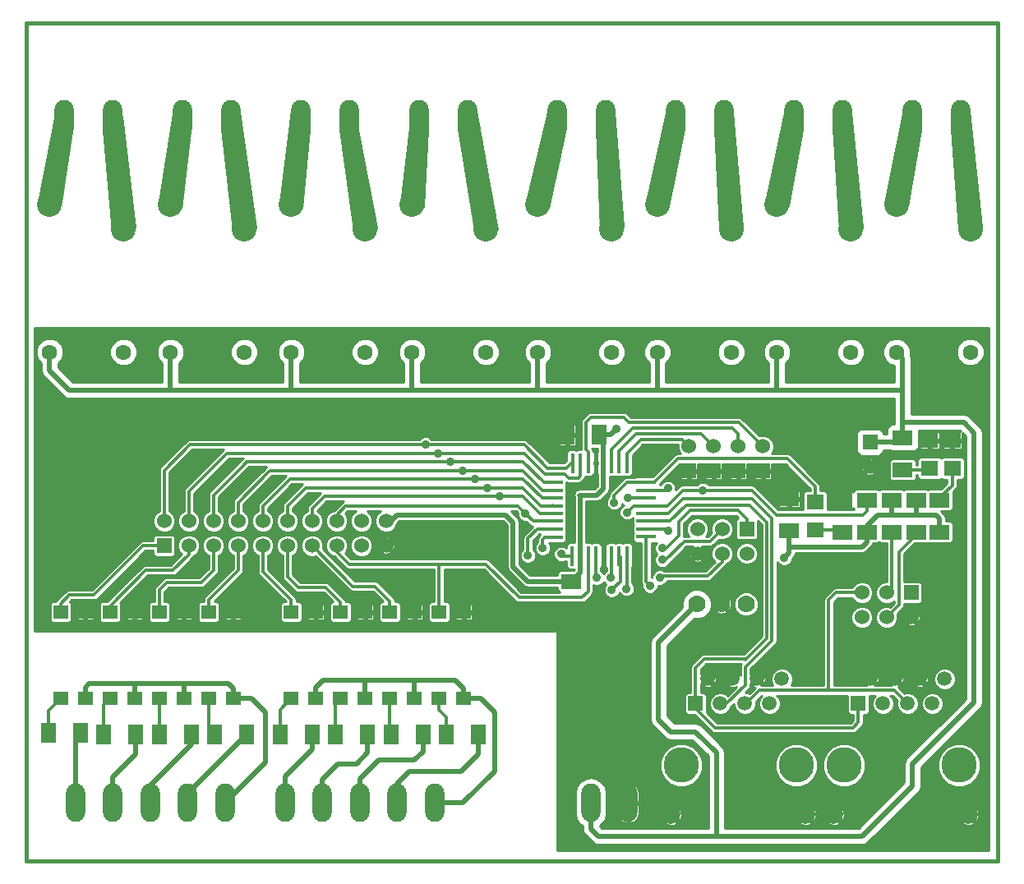
<source format=gtl>
G04 (created by PCBNEW (2013-jul-07)-stable) date ven. 28 nov. 2014 16:46:14 CET*
%MOIN*%
G04 Gerber Fmt 3.4, Leading zero omitted, Abs format*
%FSLAX34Y34*%
G01*
G70*
G90*
G04 APERTURE LIST*
%ADD10C,0.00590551*%
%ADD11C,0.015*%
%ADD12R,0.06X0.06*%
%ADD13C,0.06*%
%ADD14R,0.0177X0.0787*%
%ADD15R,0.0787X0.0177*%
%ADD16O,0.078X0.156*%
%ADD17R,0.0709X0.0629*%
%ADD18R,0.06X0.08*%
%ADD19R,0.08X0.06*%
%ADD20C,0.063*%
%ADD21C,0.1*%
%ADD22C,0.1437*%
%ADD23R,0.0591X0.0591*%
%ADD24C,0.0591*%
%ADD25C,0.0787402*%
%ADD26C,0.07*%
%ADD27R,0.0590551X0.0551181*%
%ADD28C,0.035*%
%ADD29C,0.0197*%
%ADD30C,0.011811*%
%ADD31C,0.01*%
G04 APERTURE END LIST*
G54D10*
G54D11*
X71500Y-62000D02*
X110900Y-62000D01*
X71500Y-28000D02*
X110900Y-28000D01*
X110900Y-28000D02*
X110800Y-28000D01*
X110900Y-62000D02*
X110900Y-28000D01*
X71500Y-62000D02*
X71500Y-28000D01*
G54D12*
X77100Y-49200D03*
G54D13*
X77100Y-48200D03*
X78100Y-49200D03*
X78100Y-48200D03*
X79100Y-49200D03*
X79100Y-48200D03*
X80100Y-49200D03*
X80100Y-48200D03*
X81100Y-49200D03*
X81100Y-48200D03*
X82100Y-49200D03*
X82100Y-48200D03*
X83100Y-49200D03*
X83100Y-48200D03*
X84100Y-49200D03*
X84100Y-48200D03*
X85100Y-49200D03*
X85100Y-48200D03*
X86100Y-49200D03*
X86100Y-48200D03*
G54D14*
X93657Y-45854D03*
X93972Y-45854D03*
X94287Y-45854D03*
X94602Y-45854D03*
X94917Y-45854D03*
X95232Y-45854D03*
X95547Y-45854D03*
X95862Y-45854D03*
X95860Y-49620D03*
X93650Y-49620D03*
X93970Y-49620D03*
X94290Y-49620D03*
X94600Y-49620D03*
X94920Y-49620D03*
X95230Y-49620D03*
X95550Y-49620D03*
G54D15*
X96650Y-46638D03*
X96650Y-46952D03*
X96650Y-47268D03*
X96650Y-47582D03*
X96650Y-47898D03*
X96650Y-48212D03*
X96650Y-48528D03*
X96650Y-48842D03*
X92870Y-46640D03*
X92870Y-46950D03*
X92870Y-47270D03*
X92870Y-47580D03*
X92870Y-47890D03*
X92870Y-48210D03*
X92870Y-48530D03*
X92870Y-48850D03*
G54D16*
X82000Y-59645D03*
X83515Y-59645D03*
X85031Y-59645D03*
X86547Y-59645D03*
X88062Y-59645D03*
X73500Y-59645D03*
X75015Y-59645D03*
X76531Y-59645D03*
X78047Y-59645D03*
X79562Y-59645D03*
G54D12*
X107400Y-51112D03*
G54D13*
X107400Y-52112D03*
X106400Y-51112D03*
X106400Y-52112D03*
X105400Y-51112D03*
X105400Y-52112D03*
G54D17*
X109060Y-46059D03*
X109060Y-44941D03*
X108150Y-46059D03*
X108150Y-44941D03*
X103500Y-47441D03*
X103500Y-48559D03*
G54D12*
X101375Y-46175D03*
G54D13*
X101375Y-45175D03*
G54D12*
X100375Y-46175D03*
G54D13*
X100375Y-45175D03*
G54D12*
X98375Y-46175D03*
G54D13*
X98375Y-45175D03*
G54D12*
X105725Y-45000D03*
G54D13*
X105725Y-46000D03*
G54D12*
X99375Y-46175D03*
G54D13*
X99375Y-45175D03*
G54D18*
X83100Y-56850D03*
X81800Y-56850D03*
G54D19*
X105600Y-48650D03*
X105600Y-47350D03*
X104600Y-48650D03*
X104600Y-47350D03*
X102450Y-48600D03*
X102450Y-47300D03*
G54D18*
X94750Y-44700D03*
X93450Y-44700D03*
G54D19*
X107050Y-44825D03*
X107050Y-46125D03*
G54D18*
X78200Y-56850D03*
X76900Y-56850D03*
G54D19*
X108550Y-48650D03*
X108550Y-47350D03*
G54D18*
X75950Y-56850D03*
X74650Y-56850D03*
X80450Y-56850D03*
X79150Y-56850D03*
X89850Y-56850D03*
X88550Y-56850D03*
X85350Y-56850D03*
X84050Y-56850D03*
X87600Y-56850D03*
X86300Y-56850D03*
G54D12*
X100725Y-48525D03*
G54D13*
X100725Y-49525D03*
X99725Y-48525D03*
X99725Y-49525D03*
X98725Y-48525D03*
X98725Y-49525D03*
G54D18*
X73700Y-56800D03*
X72400Y-56800D03*
G54D19*
X107600Y-47350D03*
X107600Y-48650D03*
X106600Y-47350D03*
X106600Y-48650D03*
G54D16*
X94400Y-59645D03*
X95915Y-59645D03*
G54D19*
X93600Y-50650D03*
X93600Y-51950D03*
G54D20*
X72450Y-41350D03*
X75442Y-41350D03*
G54D21*
X75442Y-36350D03*
X72450Y-35350D03*
G54D20*
X77350Y-41350D03*
X80342Y-41350D03*
G54D21*
X80342Y-36350D03*
X77350Y-35350D03*
G54D20*
X82250Y-41350D03*
X85242Y-41350D03*
G54D21*
X85242Y-36350D03*
X82250Y-35350D03*
G54D20*
X87150Y-41350D03*
X90142Y-41350D03*
G54D21*
X90142Y-36350D03*
X87150Y-35350D03*
G54D16*
X74990Y-31889D03*
X73020Y-31889D03*
X79790Y-31889D03*
X77820Y-31889D03*
X84590Y-31889D03*
X82620Y-31889D03*
X89390Y-31889D03*
X87420Y-31889D03*
X94990Y-31889D03*
X93020Y-31889D03*
X99790Y-31889D03*
X97820Y-31889D03*
X104590Y-31889D03*
X102620Y-31889D03*
X109390Y-31889D03*
X107420Y-31889D03*
G54D20*
X106800Y-41350D03*
X109792Y-41350D03*
G54D21*
X109792Y-36350D03*
X106800Y-35350D03*
G54D20*
X101950Y-41350D03*
X104942Y-41350D03*
G54D21*
X104942Y-36350D03*
X101950Y-35350D03*
G54D20*
X97100Y-41350D03*
X100092Y-41350D03*
G54D21*
X100092Y-36350D03*
X97100Y-35350D03*
G54D20*
X92250Y-41350D03*
X95242Y-41350D03*
G54D21*
X95242Y-36350D03*
X92250Y-35350D03*
G54D22*
X102738Y-58112D03*
X98065Y-58112D03*
G54D23*
X98650Y-55612D03*
G54D24*
X99150Y-54612D03*
X99650Y-55612D03*
X100150Y-54612D03*
X100650Y-55612D03*
X101150Y-54612D03*
X101650Y-55612D03*
X102150Y-54612D03*
G54D25*
X97650Y-60112D03*
X103100Y-60112D03*
G54D22*
X109338Y-58112D03*
X104665Y-58112D03*
G54D23*
X105250Y-55612D03*
G54D24*
X105750Y-54612D03*
X106250Y-55612D03*
X106750Y-54612D03*
X107250Y-55612D03*
X107750Y-54612D03*
X108250Y-55612D03*
X108750Y-54612D03*
G54D25*
X104250Y-60112D03*
X109700Y-60112D03*
G54D26*
X98700Y-51575D03*
X99700Y-51575D03*
X100700Y-51575D03*
G54D27*
X72900Y-55400D03*
X73900Y-55400D03*
X74900Y-55400D03*
X75900Y-55400D03*
X76900Y-55400D03*
X77900Y-55400D03*
X78900Y-55400D03*
X79900Y-55400D03*
X79900Y-51900D03*
X78900Y-51900D03*
X77900Y-51900D03*
X76900Y-51900D03*
X75900Y-51900D03*
X74900Y-51900D03*
X73900Y-51900D03*
X72900Y-51900D03*
X82250Y-55400D03*
X83250Y-55400D03*
X84250Y-55400D03*
X85250Y-55400D03*
X86250Y-55400D03*
X87250Y-55400D03*
X88250Y-55400D03*
X89250Y-55400D03*
X89250Y-51900D03*
X88250Y-51900D03*
X87250Y-51900D03*
X86250Y-51900D03*
X85250Y-51900D03*
X84250Y-51900D03*
X83250Y-51900D03*
X82250Y-51900D03*
G54D28*
X95450Y-44450D03*
X102250Y-49700D03*
X97525Y-46875D03*
X95900Y-47275D03*
X97550Y-48600D03*
X96800Y-50825D03*
X95850Y-50950D03*
X95250Y-51000D03*
X95200Y-50500D03*
X94650Y-50500D03*
X92650Y-45000D03*
X94500Y-46625D03*
X95250Y-48800D03*
X95350Y-47450D03*
X97300Y-49300D03*
X92450Y-49300D03*
X97200Y-50500D03*
X91850Y-49600D03*
X87700Y-45100D03*
X88200Y-45450D03*
X88700Y-45800D03*
X89200Y-46150D03*
X89700Y-46500D03*
X90200Y-46850D03*
X90700Y-47200D03*
X91750Y-47900D03*
X95875Y-47850D03*
X98950Y-46950D03*
X93210Y-49540D03*
X97300Y-49775D03*
G54D29*
X77350Y-41350D02*
X77350Y-42900D01*
X77350Y-42900D02*
X77350Y-42850D01*
X77350Y-42850D02*
X77350Y-42900D01*
X82250Y-41350D02*
X82250Y-42900D01*
X82250Y-42900D02*
X82250Y-42850D01*
X82250Y-42850D02*
X82250Y-42900D01*
X87150Y-41350D02*
X87150Y-42900D01*
X92250Y-41350D02*
X92250Y-42900D01*
X92250Y-42900D02*
X92250Y-42850D01*
X92250Y-42850D02*
X92250Y-42900D01*
X97100Y-41350D02*
X97100Y-42900D01*
X101950Y-41350D02*
X101950Y-42900D01*
X109150Y-44200D02*
X107050Y-44200D01*
X107050Y-42900D02*
X106050Y-42900D01*
X72450Y-42100D02*
X72450Y-41350D01*
X73250Y-42900D02*
X77350Y-42900D01*
X77350Y-42900D02*
X82250Y-42900D01*
X82250Y-42900D02*
X87150Y-42900D01*
X87150Y-42900D02*
X92250Y-42900D01*
X92250Y-42900D02*
X97100Y-42900D01*
X97100Y-42900D02*
X101950Y-42900D01*
X101950Y-42900D02*
X106050Y-42900D01*
X72450Y-42100D02*
X73250Y-42900D01*
X107050Y-44825D02*
X107050Y-44200D01*
X107050Y-44200D02*
X107050Y-42900D01*
X107050Y-42900D02*
X107050Y-41600D01*
X107050Y-41600D02*
X106800Y-41350D01*
X99500Y-61000D02*
X99500Y-57600D01*
X97650Y-56750D02*
X97150Y-56250D01*
X98650Y-56750D02*
X97650Y-56750D01*
X99500Y-57600D02*
X98650Y-56750D01*
X97150Y-56250D02*
X97150Y-53125D01*
X97150Y-53125D02*
X98700Y-51575D01*
X104300Y-61000D02*
X105400Y-61000D01*
X107450Y-58950D02*
X107450Y-58055D01*
X105400Y-61000D02*
X107450Y-58950D01*
X103950Y-61000D02*
X104300Y-61000D01*
X96800Y-61000D02*
X99500Y-61000D01*
X99500Y-61000D02*
X101250Y-61000D01*
X101250Y-61000D02*
X103150Y-61000D01*
X109950Y-55250D02*
X109950Y-44625D01*
X105725Y-45000D02*
X106850Y-45000D01*
X107000Y-44850D02*
X107025Y-44825D01*
X109525Y-44200D02*
X109150Y-44200D01*
X109150Y-44200D02*
X107900Y-44200D01*
X107900Y-44200D02*
X107650Y-44200D01*
X106850Y-45000D02*
X107000Y-44850D01*
X109950Y-44625D02*
X109525Y-44200D01*
X103150Y-61000D02*
X103950Y-61000D01*
X107450Y-58055D02*
X109950Y-55555D01*
X109950Y-55555D02*
X109950Y-55250D01*
X94400Y-60700D02*
X94700Y-61000D01*
X94400Y-60700D02*
X94400Y-59645D01*
X94700Y-61000D02*
X96800Y-61000D01*
X91250Y-48600D02*
X91250Y-50050D01*
X91850Y-50650D02*
X93600Y-50650D01*
X91250Y-50050D02*
X91850Y-50650D01*
X93970Y-49620D02*
X93970Y-50280D01*
X93970Y-50280D02*
X93600Y-50650D01*
X86300Y-48200D02*
X86550Y-47950D01*
X86550Y-47950D02*
X90950Y-47950D01*
X90950Y-47950D02*
X91250Y-48250D01*
X91250Y-48250D02*
X91250Y-48600D01*
X86100Y-48200D02*
X86300Y-48200D01*
X94917Y-46883D02*
X94650Y-47150D01*
X94917Y-45854D02*
X94917Y-46833D01*
X94917Y-46833D02*
X94917Y-46883D01*
X94650Y-47150D02*
X93950Y-47150D01*
X93970Y-49620D02*
X93970Y-47170D01*
X93970Y-47170D02*
X93950Y-47150D01*
X94750Y-44700D02*
X95200Y-44700D01*
X95200Y-44700D02*
X95450Y-44450D01*
X93960Y-49610D02*
X93970Y-49620D01*
X102450Y-49250D02*
X105400Y-49250D01*
X102450Y-48600D02*
X102450Y-49250D01*
X105600Y-49050D02*
X105600Y-48650D01*
X105400Y-49250D02*
X105600Y-49050D01*
X106600Y-47350D02*
X106600Y-47950D01*
X106600Y-47950D02*
X106600Y-47900D01*
X106600Y-47900D02*
X106600Y-47950D01*
X107600Y-47350D02*
X107600Y-47950D01*
X107600Y-47950D02*
X107550Y-47950D01*
X105600Y-48650D02*
X105600Y-48400D01*
X105600Y-48400D02*
X106050Y-47950D01*
X106050Y-47950D02*
X106600Y-47950D01*
X108550Y-48100D02*
X108550Y-48650D01*
X108400Y-47950D02*
X108550Y-48100D01*
X106600Y-47950D02*
X107550Y-47950D01*
X107550Y-47950D02*
X108400Y-47950D01*
X102450Y-49500D02*
X102250Y-49700D01*
X102450Y-49300D02*
X102450Y-49500D01*
X102450Y-48600D02*
X102450Y-49300D01*
X94917Y-45854D02*
X94917Y-44983D01*
X94917Y-44983D02*
X94950Y-44950D01*
G54D30*
X96650Y-46952D02*
X97448Y-46952D01*
X97448Y-46952D02*
X97525Y-46875D01*
X105400Y-51112D02*
X104337Y-51112D01*
X104050Y-51400D02*
X104050Y-55075D01*
X104337Y-51112D02*
X104050Y-51400D01*
X100650Y-55612D02*
X100712Y-55612D01*
X100712Y-55612D02*
X101250Y-55075D01*
X101250Y-55075D02*
X104050Y-55075D01*
X104050Y-55075D02*
X106712Y-55075D01*
X106712Y-55075D02*
X107250Y-55612D01*
X95862Y-45854D02*
X95862Y-45463D01*
X98093Y-44893D02*
X98375Y-45175D01*
X96431Y-44893D02*
X98093Y-44893D01*
X95862Y-45463D02*
X96431Y-44893D01*
X95547Y-45854D02*
X95547Y-45353D01*
X98875Y-44675D02*
X99375Y-45175D01*
X96225Y-44675D02*
X98875Y-44675D01*
X95547Y-45353D02*
X96225Y-44675D01*
X95232Y-45854D02*
X95232Y-45293D01*
X100375Y-44675D02*
X100375Y-45175D01*
X100125Y-44425D02*
X100375Y-44675D01*
X96100Y-44425D02*
X100125Y-44425D01*
X95232Y-45293D02*
X96100Y-44425D01*
X94950Y-44000D02*
X95750Y-44000D01*
X100400Y-44200D02*
X101375Y-45175D01*
X95950Y-44200D02*
X100400Y-44200D01*
X95750Y-44000D02*
X95950Y-44200D01*
X94287Y-45854D02*
X94287Y-45387D01*
X94400Y-44000D02*
X94950Y-44000D01*
X94200Y-44200D02*
X94400Y-44000D01*
X94200Y-45300D02*
X94200Y-44200D01*
X94287Y-45387D02*
X94200Y-45300D01*
X72900Y-51900D02*
X72900Y-51550D01*
X76250Y-49200D02*
X77100Y-49200D01*
X74250Y-51200D02*
X76250Y-49200D01*
X73250Y-51200D02*
X74250Y-51200D01*
X72900Y-51550D02*
X73250Y-51200D01*
X96650Y-47268D02*
X95907Y-47268D01*
X95907Y-47268D02*
X95900Y-47275D01*
X95800Y-47250D02*
X96632Y-47250D01*
X96632Y-47250D02*
X96650Y-47268D01*
X74900Y-51900D02*
X74900Y-51650D01*
X78100Y-49550D02*
X78100Y-49200D01*
X77450Y-50200D02*
X78100Y-49550D01*
X76350Y-50200D02*
X77450Y-50200D01*
X74900Y-51650D02*
X76350Y-50200D01*
X97478Y-48528D02*
X96650Y-48528D01*
X97550Y-48600D02*
X97478Y-48528D01*
X76900Y-51900D02*
X76900Y-51000D01*
X79100Y-50200D02*
X79100Y-49200D01*
X78600Y-50700D02*
X79100Y-50200D01*
X77200Y-50700D02*
X78600Y-50700D01*
X76900Y-51000D02*
X77200Y-50700D01*
X96650Y-48842D02*
X96650Y-50675D01*
X96650Y-50675D02*
X96800Y-50825D01*
X95860Y-50940D02*
X95860Y-49620D01*
X95850Y-50950D02*
X95860Y-50940D01*
X78900Y-51900D02*
X78900Y-51400D01*
X80100Y-50200D02*
X80100Y-49200D01*
X78900Y-51400D02*
X80100Y-50200D01*
X95600Y-49670D02*
X95550Y-49620D01*
X95600Y-50650D02*
X95600Y-49670D01*
X95250Y-51000D02*
X95600Y-50650D01*
X82250Y-51900D02*
X82250Y-51400D01*
X81100Y-50250D02*
X81100Y-49200D01*
X82250Y-51400D02*
X81100Y-50250D01*
X95230Y-49620D02*
X95230Y-50470D01*
X95230Y-50470D02*
X95200Y-50500D01*
X84250Y-51900D02*
X84250Y-51500D01*
X82100Y-50450D02*
X82100Y-49200D01*
X82550Y-50900D02*
X82100Y-50450D01*
X83650Y-50900D02*
X82550Y-50900D01*
X84250Y-51500D02*
X83650Y-50900D01*
X94600Y-50450D02*
X94600Y-49620D01*
X94650Y-50500D02*
X94600Y-50450D01*
X86250Y-51900D02*
X86250Y-51450D01*
X84750Y-50850D02*
X83100Y-49200D01*
X85650Y-50850D02*
X84750Y-50850D01*
X86250Y-51450D02*
X85650Y-50850D01*
X89450Y-49950D02*
X90150Y-49950D01*
X91500Y-51300D02*
X91700Y-51300D01*
X90150Y-49950D02*
X91500Y-51300D01*
X94290Y-49620D02*
X94290Y-51060D01*
X94290Y-51060D02*
X94050Y-51300D01*
X88250Y-49950D02*
X89450Y-49950D01*
X91700Y-51300D02*
X94050Y-51300D01*
X88250Y-51900D02*
X88250Y-49950D01*
X88250Y-49950D02*
X88250Y-50000D01*
X88250Y-50000D02*
X88250Y-49950D01*
X84100Y-49200D02*
X84100Y-49450D01*
X84100Y-49450D02*
X84600Y-49950D01*
X84600Y-49950D02*
X88250Y-49950D01*
G54D29*
X79900Y-55400D02*
X80650Y-55400D01*
X81200Y-58008D02*
X79562Y-59645D01*
X81200Y-55950D02*
X81200Y-58008D01*
X80650Y-55400D02*
X81200Y-55950D01*
X77900Y-55400D02*
X77900Y-54800D01*
X75900Y-55400D02*
X75900Y-54800D01*
X73900Y-55400D02*
X73900Y-54950D01*
X79900Y-55000D02*
X79900Y-55400D01*
X79700Y-54800D02*
X79900Y-55000D01*
X74050Y-54800D02*
X75900Y-54800D01*
X75900Y-54800D02*
X77900Y-54800D01*
X77900Y-54800D02*
X79700Y-54800D01*
X73900Y-54950D02*
X74050Y-54800D01*
X89250Y-55400D02*
X89950Y-55400D01*
X89204Y-59645D02*
X88062Y-59645D01*
X90500Y-58350D02*
X89204Y-59645D01*
X90500Y-55950D02*
X90500Y-58350D01*
X89950Y-55400D02*
X90500Y-55950D01*
X87250Y-55400D02*
X87250Y-54650D01*
X85250Y-55400D02*
X85250Y-54800D01*
X85250Y-54800D02*
X85250Y-54650D01*
X85250Y-54650D02*
X85250Y-54700D01*
X85250Y-54700D02*
X85250Y-54650D01*
X83250Y-55400D02*
X83250Y-54950D01*
X89250Y-55000D02*
X89250Y-55400D01*
X88900Y-54650D02*
X89250Y-55000D01*
X83550Y-54650D02*
X85250Y-54650D01*
X85250Y-54650D02*
X87100Y-54650D01*
X87100Y-54650D02*
X87250Y-54650D01*
X87250Y-54650D02*
X88900Y-54650D01*
X83250Y-54950D02*
X83550Y-54650D01*
G54D30*
X92950Y-44700D02*
X92650Y-45000D01*
X93450Y-44700D02*
X92950Y-44700D01*
X94602Y-45854D02*
X94602Y-46523D01*
X94602Y-46523D02*
X94500Y-46625D01*
X94920Y-49620D02*
X94920Y-49130D01*
X94920Y-49130D02*
X95250Y-48800D01*
X104600Y-47550D02*
X104600Y-47350D01*
G54D29*
X73500Y-59645D02*
X73500Y-57000D01*
X73500Y-57000D02*
X73700Y-56800D01*
X73500Y-59645D02*
X73500Y-57750D01*
X75015Y-59645D02*
X75015Y-58584D01*
X75950Y-57650D02*
X75950Y-56850D01*
X75015Y-58584D02*
X75950Y-57650D01*
X76531Y-59645D02*
X76531Y-58918D01*
X78200Y-57250D02*
X78200Y-56850D01*
X76531Y-58918D02*
X78200Y-57250D01*
X78047Y-59645D02*
X78047Y-59252D01*
X79450Y-57850D02*
X80450Y-56850D01*
X78047Y-59252D02*
X79450Y-57850D01*
X82000Y-59645D02*
X82000Y-58550D01*
X83100Y-57450D02*
X83100Y-56850D01*
X82000Y-58550D02*
X83100Y-57450D01*
X83515Y-59645D02*
X83515Y-58684D01*
X85350Y-57600D02*
X85350Y-56850D01*
X84900Y-58050D02*
X85350Y-57600D01*
X84150Y-58050D02*
X84900Y-58050D01*
X83515Y-58684D02*
X84150Y-58050D01*
X85031Y-59645D02*
X85031Y-58668D01*
X87600Y-57550D02*
X87600Y-56850D01*
X87250Y-57900D02*
X87600Y-57550D01*
X85800Y-57900D02*
X87250Y-57900D01*
X85031Y-58668D02*
X85800Y-57900D01*
X86547Y-59645D02*
X86547Y-58852D01*
X89850Y-57650D02*
X89850Y-56850D01*
X89150Y-58350D02*
X89850Y-57650D01*
X87050Y-58350D02*
X89150Y-58350D01*
X86547Y-58852D02*
X87050Y-58350D01*
G54D30*
X95862Y-46638D02*
X96650Y-46638D01*
X95350Y-47150D02*
X95350Y-47450D01*
X95862Y-46638D02*
X95350Y-47150D01*
X96650Y-46638D02*
X96962Y-46638D01*
X102375Y-45675D02*
X103100Y-46400D01*
X97925Y-45675D02*
X102375Y-45675D01*
X96962Y-46638D02*
X97925Y-45675D01*
X103500Y-46800D02*
X103500Y-47441D01*
X103100Y-46400D02*
X103500Y-46800D01*
X97300Y-49300D02*
X97475Y-49300D01*
X92870Y-48850D02*
X92550Y-48850D01*
X92450Y-48950D02*
X92450Y-49300D01*
X92550Y-48850D02*
X92450Y-48950D01*
X97475Y-49300D02*
X97975Y-48800D01*
X99925Y-47775D02*
X100375Y-47775D01*
X100725Y-48125D02*
X100725Y-48525D01*
X100375Y-47775D02*
X100725Y-48125D01*
X97475Y-49300D02*
X97975Y-48800D01*
X98425Y-47775D02*
X99925Y-47775D01*
X99925Y-47775D02*
X99950Y-47775D01*
X97975Y-48225D02*
X98425Y-47775D01*
X97975Y-48800D02*
X97975Y-48225D01*
X91850Y-49600D02*
X91850Y-48900D01*
X92220Y-48530D02*
X92870Y-48530D01*
X91850Y-48900D02*
X92220Y-48530D01*
X99725Y-49850D02*
X99725Y-49525D01*
X97200Y-50500D02*
X97275Y-50425D01*
X97275Y-50425D02*
X99150Y-50425D01*
X99150Y-50425D02*
X99725Y-49850D01*
X92250Y-48530D02*
X92250Y-48530D01*
X92250Y-48530D02*
X92870Y-48530D01*
X81800Y-56850D02*
X81800Y-55850D01*
X81800Y-55850D02*
X82250Y-55400D01*
X84050Y-56850D02*
X84050Y-55600D01*
X84050Y-55600D02*
X84250Y-55400D01*
X86250Y-55400D02*
X86250Y-56800D01*
X86250Y-56800D02*
X86300Y-56850D01*
X88550Y-56850D02*
X88550Y-56150D01*
X88250Y-55850D02*
X88250Y-55400D01*
X88550Y-56150D02*
X88250Y-55850D01*
X72400Y-56800D02*
X72400Y-55900D01*
X72400Y-55900D02*
X72900Y-55400D01*
X74650Y-56850D02*
X74650Y-55650D01*
X74650Y-55650D02*
X74900Y-55400D01*
X76900Y-56850D02*
X76900Y-55400D01*
X78900Y-55400D02*
X78900Y-56600D01*
X78900Y-56600D02*
X79150Y-56850D01*
X103500Y-48559D02*
X104509Y-48559D01*
X104509Y-48559D02*
X104600Y-48650D01*
X107050Y-46125D02*
X108084Y-46125D01*
X108084Y-46125D02*
X108150Y-46059D01*
X108059Y-46150D02*
X108150Y-46059D01*
X108550Y-47350D02*
X108550Y-47260D01*
X109060Y-46750D02*
X109060Y-46059D01*
X108550Y-47260D02*
X109060Y-46750D01*
X87700Y-45100D02*
X78150Y-45100D01*
X77100Y-46150D02*
X77100Y-48200D01*
X78150Y-45100D02*
X77100Y-46150D01*
X93657Y-45854D02*
X93596Y-45854D01*
X91700Y-45100D02*
X87700Y-45100D01*
X92650Y-46050D02*
X91700Y-45100D01*
X93400Y-46050D02*
X92650Y-46050D01*
X93596Y-45854D02*
X93400Y-46050D01*
X91400Y-45450D02*
X91700Y-45450D01*
X92550Y-46300D02*
X93350Y-46300D01*
X91700Y-45450D02*
X92550Y-46300D01*
X88200Y-45450D02*
X79650Y-45450D01*
X78100Y-47000D02*
X78100Y-48200D01*
X79650Y-45450D02*
X78100Y-47000D01*
X93972Y-45854D02*
X93972Y-46378D01*
X93500Y-46450D02*
X93350Y-46300D01*
X93900Y-46450D02*
X93500Y-46450D01*
X93972Y-46378D02*
X93900Y-46450D01*
X91400Y-45450D02*
X88200Y-45450D01*
X88700Y-45800D02*
X80450Y-45800D01*
X80300Y-45950D02*
X79100Y-47150D01*
X79100Y-47150D02*
X79100Y-48200D01*
X80450Y-45800D02*
X80300Y-45950D01*
X92870Y-46640D02*
X92490Y-46640D01*
X92490Y-46640D02*
X91650Y-45800D01*
X91650Y-45800D02*
X88700Y-45800D01*
X92490Y-46640D02*
X92870Y-46640D01*
X92840Y-46640D02*
X92870Y-46640D01*
X89200Y-46150D02*
X81400Y-46150D01*
X81350Y-46200D02*
X80100Y-47450D01*
X80100Y-47450D02*
X80100Y-48200D01*
X81400Y-46150D02*
X81350Y-46200D01*
X92870Y-46950D02*
X92450Y-46950D01*
X92450Y-46950D02*
X91650Y-46150D01*
X89150Y-46150D02*
X89200Y-46150D01*
X91650Y-46150D02*
X89150Y-46150D01*
X92450Y-46950D02*
X92870Y-46950D01*
X89700Y-46500D02*
X82200Y-46500D01*
X82200Y-46500D02*
X81100Y-47600D01*
X81100Y-47600D02*
X81100Y-48200D01*
X92870Y-47270D02*
X92420Y-47270D01*
X92420Y-47270D02*
X91650Y-46500D01*
X91650Y-46500D02*
X89700Y-46500D01*
X81100Y-47600D02*
X81100Y-48200D01*
X90200Y-46850D02*
X82850Y-46850D01*
X82100Y-47600D02*
X82100Y-48200D01*
X82850Y-46850D02*
X82100Y-47600D01*
X92870Y-47580D02*
X92380Y-47580D01*
X92380Y-47580D02*
X91650Y-46850D01*
X91650Y-46850D02*
X90200Y-46850D01*
X92840Y-47550D02*
X92870Y-47580D01*
X90700Y-47200D02*
X83600Y-47200D01*
X83100Y-47700D02*
X83100Y-48200D01*
X83600Y-47200D02*
X83100Y-47700D01*
X91645Y-47204D02*
X90704Y-47204D01*
X90704Y-47204D02*
X90700Y-47200D01*
X92331Y-47890D02*
X92870Y-47890D01*
X91645Y-47204D02*
X92331Y-47890D01*
X84100Y-48200D02*
X84100Y-47950D01*
X91450Y-47600D02*
X91750Y-47900D01*
X84450Y-47600D02*
X91450Y-47600D01*
X84100Y-47950D02*
X84450Y-47600D01*
X92060Y-48210D02*
X92870Y-48210D01*
X91750Y-47900D02*
X92060Y-48210D01*
X96143Y-47582D02*
X96650Y-47582D01*
X95875Y-47850D02*
X96143Y-47582D01*
X100500Y-46950D02*
X100925Y-46950D01*
X100925Y-46950D02*
X101925Y-47950D01*
X96650Y-47582D02*
X97493Y-47582D01*
X97493Y-47582D02*
X98125Y-46950D01*
X98125Y-46950D02*
X98950Y-46950D01*
X98950Y-46950D02*
X100500Y-46950D01*
X101925Y-47950D02*
X105450Y-47950D01*
X105600Y-47350D02*
X105600Y-47800D01*
X105450Y-47950D02*
X105600Y-47800D01*
X93650Y-49620D02*
X93290Y-49620D01*
X93290Y-49620D02*
X93210Y-49540D01*
X97300Y-49775D02*
X97450Y-49775D01*
X97450Y-49775D02*
X98200Y-49025D01*
X99225Y-49025D02*
X99725Y-48525D01*
X98200Y-49025D02*
X99225Y-49025D01*
X100350Y-47300D02*
X100950Y-47300D01*
X100950Y-47300D02*
X101700Y-48050D01*
X100675Y-54350D02*
X100675Y-54125D01*
X100675Y-54850D02*
X100675Y-54350D01*
X99912Y-55612D02*
X100675Y-54850D01*
X99650Y-55612D02*
X99912Y-55612D01*
X101750Y-53050D02*
X101750Y-48100D01*
X101750Y-48100D02*
X101700Y-48050D01*
X100675Y-54125D02*
X101750Y-53050D01*
X100325Y-47300D02*
X100350Y-47300D01*
X96650Y-47898D02*
X97552Y-47898D01*
X98150Y-47300D02*
X100325Y-47300D01*
X97552Y-47898D02*
X98150Y-47300D01*
X106600Y-49925D02*
X106600Y-50912D01*
X106600Y-50912D02*
X106400Y-51112D01*
X106600Y-49950D02*
X106600Y-49925D01*
X106600Y-49925D02*
X106600Y-48650D01*
X100600Y-47550D02*
X100831Y-47550D01*
X100670Y-53820D02*
X100670Y-53800D01*
X101531Y-52959D02*
X100670Y-53820D01*
X101531Y-48250D02*
X101531Y-52959D01*
X100831Y-47550D02*
X101531Y-48250D01*
X99625Y-53800D02*
X100670Y-53800D01*
X98650Y-54150D02*
X98650Y-55612D01*
X99000Y-53800D02*
X98650Y-54150D01*
X99625Y-53800D02*
X99000Y-53800D01*
X100500Y-47550D02*
X100600Y-47550D01*
X96650Y-48212D02*
X97613Y-48212D01*
X98275Y-47550D02*
X100500Y-47550D01*
X100500Y-47550D02*
X100550Y-47550D01*
X97613Y-48212D02*
X98275Y-47550D01*
X106900Y-49600D02*
X106900Y-49450D01*
X107600Y-48750D02*
X107600Y-48650D01*
X106900Y-49450D02*
X107600Y-48750D01*
X106900Y-50700D02*
X106900Y-49600D01*
X106900Y-51612D02*
X106400Y-52112D01*
X106900Y-50700D02*
X106900Y-51612D01*
X98650Y-55612D02*
X98650Y-55800D01*
X98650Y-55800D02*
X99450Y-56600D01*
X99450Y-56600D02*
X105025Y-56600D01*
X105025Y-56600D02*
X105250Y-56375D01*
X105250Y-56375D02*
X105250Y-55612D01*
G54D31*
X73350Y-31850D02*
X72666Y-31850D01*
X73350Y-31930D02*
X72650Y-31930D01*
X73350Y-32010D02*
X72635Y-32010D01*
X73350Y-32090D02*
X72619Y-32090D01*
X73350Y-32170D02*
X72604Y-32170D01*
X73350Y-32250D02*
X72589Y-32250D01*
X73350Y-32330D02*
X72573Y-32330D01*
X73344Y-32410D02*
X72558Y-32410D01*
X73331Y-32490D02*
X72542Y-32490D01*
X73319Y-32570D02*
X72527Y-32570D01*
X73307Y-32650D02*
X72511Y-32650D01*
X73295Y-32730D02*
X72496Y-32730D01*
X73283Y-32810D02*
X72481Y-32810D01*
X73271Y-32890D02*
X72465Y-32890D01*
X73258Y-32970D02*
X72450Y-32970D01*
X73246Y-33050D02*
X72434Y-33050D01*
X73234Y-33130D02*
X72419Y-33130D01*
X73222Y-33210D02*
X72403Y-33210D01*
X73210Y-33290D02*
X72388Y-33290D01*
X73198Y-33370D02*
X72373Y-33370D01*
X73186Y-33450D02*
X72357Y-33450D01*
X73173Y-33530D02*
X72342Y-33530D01*
X73161Y-33610D02*
X72326Y-33610D01*
X73149Y-33690D02*
X72311Y-33690D01*
X73137Y-33770D02*
X72295Y-33770D01*
X73125Y-33850D02*
X72280Y-33850D01*
X73113Y-33930D02*
X72265Y-33930D01*
X73100Y-34010D02*
X72249Y-34010D01*
X73088Y-34090D02*
X72234Y-34090D01*
X73076Y-34170D02*
X72218Y-34170D01*
X73064Y-34250D02*
X72203Y-34250D01*
X73052Y-34330D02*
X72187Y-34330D01*
X73040Y-34410D02*
X72172Y-34410D01*
X73027Y-34490D02*
X72157Y-34490D01*
X73015Y-34570D02*
X72141Y-34570D01*
X73003Y-34650D02*
X72126Y-34650D01*
X72991Y-34730D02*
X72110Y-34730D01*
X72979Y-34810D02*
X72095Y-34810D01*
X72967Y-34890D02*
X72079Y-34890D01*
X72954Y-34970D02*
X72064Y-34970D01*
X72942Y-35050D02*
X72049Y-35050D01*
X72930Y-35130D02*
X72033Y-35130D01*
X72918Y-35210D02*
X72018Y-35210D01*
X72906Y-35290D02*
X72150Y-35290D01*
X72894Y-35370D02*
X72540Y-35370D01*
X73350Y-32371D02*
X72883Y-35440D01*
X72008Y-35260D01*
X72666Y-31850D01*
X73350Y-31850D01*
X73350Y-32371D01*
X75355Y-31750D02*
X74650Y-31750D01*
X75365Y-31830D02*
X74650Y-31830D01*
X75374Y-31910D02*
X74650Y-31910D01*
X75383Y-31990D02*
X74650Y-31990D01*
X75393Y-32070D02*
X74650Y-32070D01*
X75402Y-32150D02*
X74650Y-32150D01*
X75412Y-32230D02*
X74650Y-32230D01*
X75421Y-32310D02*
X74650Y-32310D01*
X75431Y-32390D02*
X74653Y-32390D01*
X75440Y-32470D02*
X74660Y-32470D01*
X75450Y-32550D02*
X74667Y-32550D01*
X75459Y-32630D02*
X74673Y-32630D01*
X75469Y-32710D02*
X74680Y-32710D01*
X75478Y-32790D02*
X74687Y-32790D01*
X75488Y-32870D02*
X74694Y-32870D01*
X75497Y-32950D02*
X74700Y-32950D01*
X75506Y-33030D02*
X74707Y-33030D01*
X75516Y-33110D02*
X74714Y-33110D01*
X75525Y-33190D02*
X74721Y-33190D01*
X75535Y-33270D02*
X74727Y-33270D01*
X75544Y-33350D02*
X74734Y-33350D01*
X75554Y-33430D02*
X74741Y-33430D01*
X75563Y-33510D02*
X74748Y-33510D01*
X75573Y-33590D02*
X74754Y-33590D01*
X75582Y-33670D02*
X74761Y-33670D01*
X75592Y-33750D02*
X74768Y-33750D01*
X75601Y-33830D02*
X74774Y-33830D01*
X75611Y-33910D02*
X74781Y-33910D01*
X75620Y-33990D02*
X74788Y-33990D01*
X75629Y-34070D02*
X74795Y-34070D01*
X75639Y-34150D02*
X74801Y-34150D01*
X75648Y-34230D02*
X74808Y-34230D01*
X75658Y-34310D02*
X74815Y-34310D01*
X75667Y-34390D02*
X74822Y-34390D01*
X75677Y-34470D02*
X74828Y-34470D01*
X75686Y-34550D02*
X74835Y-34550D01*
X75696Y-34630D02*
X74842Y-34630D01*
X75705Y-34710D02*
X74849Y-34710D01*
X75715Y-34790D02*
X74855Y-34790D01*
X75724Y-34870D02*
X74862Y-34870D01*
X75734Y-34950D02*
X74869Y-34950D01*
X75743Y-35030D02*
X74876Y-35030D01*
X75752Y-35110D02*
X74882Y-35110D01*
X75762Y-35190D02*
X74889Y-35190D01*
X75771Y-35270D02*
X74896Y-35270D01*
X75781Y-35350D02*
X74903Y-35350D01*
X75790Y-35430D02*
X74909Y-35430D01*
X75800Y-35510D02*
X74916Y-35510D01*
X75809Y-35590D02*
X74923Y-35590D01*
X75819Y-35670D02*
X74930Y-35670D01*
X75828Y-35750D02*
X74936Y-35750D01*
X75838Y-35830D02*
X74943Y-35830D01*
X75847Y-35910D02*
X74950Y-35910D01*
X75857Y-35990D02*
X74957Y-35990D01*
X75866Y-36070D02*
X74963Y-36070D01*
X75875Y-36150D02*
X74970Y-36150D01*
X75885Y-36230D02*
X74977Y-36230D01*
X75879Y-36310D02*
X74984Y-36310D01*
X75346Y-36390D02*
X74990Y-36390D01*
X75894Y-36307D02*
X74995Y-36442D01*
X74650Y-32347D01*
X74650Y-31750D01*
X75355Y-31750D01*
X75894Y-36307D01*
X78150Y-31675D02*
X77467Y-31675D01*
X78150Y-31755D02*
X77455Y-31755D01*
X78150Y-31835D02*
X77442Y-31835D01*
X78150Y-31915D02*
X77429Y-31915D01*
X78150Y-31995D02*
X77417Y-31995D01*
X78150Y-32075D02*
X77404Y-32075D01*
X78150Y-32155D02*
X77392Y-32155D01*
X78150Y-32235D02*
X77379Y-32235D01*
X78150Y-32315D02*
X77366Y-32315D01*
X78144Y-32395D02*
X77354Y-32395D01*
X78135Y-32475D02*
X77341Y-32475D01*
X78125Y-32555D02*
X77329Y-32555D01*
X78116Y-32635D02*
X77316Y-32635D01*
X78106Y-32715D02*
X77303Y-32715D01*
X78097Y-32795D02*
X77291Y-32795D01*
X78088Y-32875D02*
X77278Y-32875D01*
X78078Y-32955D02*
X77266Y-32955D01*
X78069Y-33035D02*
X77253Y-33035D01*
X78060Y-33115D02*
X77240Y-33115D01*
X78050Y-33195D02*
X77228Y-33195D01*
X78041Y-33275D02*
X77215Y-33275D01*
X78031Y-33355D02*
X77203Y-33355D01*
X78022Y-33435D02*
X77190Y-33435D01*
X78013Y-33515D02*
X77177Y-33515D01*
X78003Y-33595D02*
X77165Y-33595D01*
X77994Y-33675D02*
X77152Y-33675D01*
X77985Y-33755D02*
X77140Y-33755D01*
X77975Y-33835D02*
X77127Y-33835D01*
X77966Y-33915D02*
X77114Y-33915D01*
X77956Y-33995D02*
X77102Y-33995D01*
X77947Y-34075D02*
X77089Y-34075D01*
X77938Y-34155D02*
X77077Y-34155D01*
X77928Y-34235D02*
X77064Y-34235D01*
X77919Y-34315D02*
X77051Y-34315D01*
X77910Y-34395D02*
X77039Y-34395D01*
X77900Y-34475D02*
X77026Y-34475D01*
X77891Y-34555D02*
X77014Y-34555D01*
X77881Y-34635D02*
X77001Y-34635D01*
X77872Y-34715D02*
X76988Y-34715D01*
X77863Y-34795D02*
X76976Y-34795D01*
X77853Y-34875D02*
X76963Y-34875D01*
X77844Y-34955D02*
X76951Y-34955D01*
X77835Y-35035D02*
X76938Y-35035D01*
X77825Y-35115D02*
X76925Y-35115D01*
X77816Y-35195D02*
X76913Y-35195D01*
X77806Y-35275D02*
X76900Y-35275D01*
X77797Y-35355D02*
X76900Y-35355D01*
X77788Y-35435D02*
X77193Y-35435D01*
X78150Y-32347D02*
X77781Y-35495D01*
X76900Y-35404D01*
X76900Y-35278D01*
X77467Y-31675D01*
X78150Y-31675D01*
X78150Y-32347D01*
X82960Y-31540D02*
X82283Y-31540D01*
X82960Y-31620D02*
X82273Y-31620D01*
X82960Y-31700D02*
X82263Y-31700D01*
X82960Y-31780D02*
X82253Y-31780D01*
X82960Y-31860D02*
X82242Y-31860D01*
X82960Y-31940D02*
X82232Y-31940D01*
X82960Y-32020D02*
X82222Y-32020D01*
X82960Y-32100D02*
X82211Y-32100D01*
X82960Y-32180D02*
X82201Y-32180D01*
X82960Y-32260D02*
X82191Y-32260D01*
X82958Y-32340D02*
X82181Y-32340D01*
X82950Y-32420D02*
X82170Y-32420D01*
X82943Y-32500D02*
X82160Y-32500D01*
X82936Y-32580D02*
X82150Y-32580D01*
X82929Y-32660D02*
X82139Y-32660D01*
X82922Y-32740D02*
X82129Y-32740D01*
X82915Y-32820D02*
X82119Y-32820D01*
X82908Y-32900D02*
X82109Y-32900D01*
X82901Y-32980D02*
X82098Y-32980D01*
X82894Y-33060D02*
X82088Y-33060D01*
X82887Y-33140D02*
X82078Y-33140D01*
X82880Y-33220D02*
X82067Y-33220D01*
X82872Y-33300D02*
X82057Y-33300D01*
X82865Y-33380D02*
X82047Y-33380D01*
X82858Y-33460D02*
X82037Y-33460D01*
X82851Y-33540D02*
X82026Y-33540D01*
X82844Y-33620D02*
X82016Y-33620D01*
X82837Y-33700D02*
X82006Y-33700D01*
X82830Y-33780D02*
X81995Y-33780D01*
X82823Y-33860D02*
X81985Y-33860D01*
X82816Y-33940D02*
X81975Y-33940D01*
X82809Y-34020D02*
X81965Y-34020D01*
X82802Y-34100D02*
X81954Y-34100D01*
X82794Y-34180D02*
X81944Y-34180D01*
X82787Y-34260D02*
X81934Y-34260D01*
X82780Y-34340D02*
X81923Y-34340D01*
X82773Y-34420D02*
X81913Y-34420D01*
X82766Y-34500D02*
X81903Y-34500D01*
X82759Y-34580D02*
X81893Y-34580D01*
X82752Y-34660D02*
X81882Y-34660D01*
X82745Y-34740D02*
X81872Y-34740D01*
X82738Y-34820D02*
X81862Y-34820D01*
X82731Y-34900D02*
X81851Y-34900D01*
X82724Y-34980D02*
X81841Y-34980D01*
X82717Y-35060D02*
X81831Y-35060D01*
X82709Y-35140D02*
X81820Y-35140D01*
X82702Y-35220D02*
X81810Y-35220D01*
X82695Y-35300D02*
X81802Y-35300D01*
X82688Y-35380D02*
X81824Y-35380D01*
X82679Y-35460D02*
X81865Y-35460D01*
X82602Y-35540D02*
X81922Y-35540D01*
X82525Y-35620D02*
X81979Y-35620D01*
X82448Y-35700D02*
X82035Y-35700D01*
X82960Y-32317D02*
X82681Y-35457D01*
X82429Y-35719D01*
X82036Y-35701D01*
X81835Y-35418D01*
X81800Y-35296D01*
X82283Y-31540D01*
X82960Y-31540D01*
X82960Y-32317D01*
X80136Y-31580D02*
X79450Y-31580D01*
X80147Y-31660D02*
X79450Y-31660D01*
X80158Y-31740D02*
X79450Y-31740D01*
X80169Y-31820D02*
X79450Y-31820D01*
X80180Y-31900D02*
X79450Y-31900D01*
X80191Y-31980D02*
X79450Y-31980D01*
X80202Y-32060D02*
X79450Y-32060D01*
X80213Y-32140D02*
X79450Y-32140D01*
X80224Y-32220D02*
X79450Y-32220D01*
X80235Y-32300D02*
X79451Y-32300D01*
X80246Y-32380D02*
X79459Y-32380D01*
X80257Y-32460D02*
X79468Y-32460D01*
X80268Y-32540D02*
X79477Y-32540D01*
X80280Y-32620D02*
X79485Y-32620D01*
X80291Y-32700D02*
X79494Y-32700D01*
X80302Y-32780D02*
X79502Y-32780D01*
X80313Y-32860D02*
X79511Y-32860D01*
X80324Y-32940D02*
X79520Y-32940D01*
X80335Y-33020D02*
X79528Y-33020D01*
X80346Y-33100D02*
X79537Y-33100D01*
X80357Y-33180D02*
X79545Y-33180D01*
X80368Y-33260D02*
X79554Y-33260D01*
X80379Y-33340D02*
X79562Y-33340D01*
X80390Y-33420D02*
X79571Y-33420D01*
X80401Y-33500D02*
X79580Y-33500D01*
X80412Y-33580D02*
X79588Y-33580D01*
X80423Y-33660D02*
X79597Y-33660D01*
X80434Y-33740D02*
X79605Y-33740D01*
X80445Y-33820D02*
X79614Y-33820D01*
X80456Y-33900D02*
X79623Y-33900D01*
X80467Y-33980D02*
X79631Y-33980D01*
X80478Y-34060D02*
X79640Y-34060D01*
X80489Y-34140D02*
X79648Y-34140D01*
X80500Y-34220D02*
X79657Y-34220D01*
X80511Y-34300D02*
X79665Y-34300D01*
X80523Y-34380D02*
X79674Y-34380D01*
X80534Y-34460D02*
X79683Y-34460D01*
X80545Y-34540D02*
X79691Y-34540D01*
X80556Y-34620D02*
X79700Y-34620D01*
X80567Y-34700D02*
X79708Y-34700D01*
X80578Y-34780D02*
X79717Y-34780D01*
X80589Y-34860D02*
X79726Y-34860D01*
X80600Y-34940D02*
X79734Y-34940D01*
X80611Y-35020D02*
X79743Y-35020D01*
X80622Y-35100D02*
X79751Y-35100D01*
X80633Y-35180D02*
X79760Y-35180D01*
X80644Y-35260D02*
X79769Y-35260D01*
X80655Y-35340D02*
X79777Y-35340D01*
X80666Y-35420D02*
X79786Y-35420D01*
X80677Y-35500D02*
X79794Y-35500D01*
X80688Y-35580D02*
X79803Y-35580D01*
X80699Y-35660D02*
X79811Y-35660D01*
X80710Y-35740D02*
X79820Y-35740D01*
X80721Y-35820D02*
X79829Y-35820D01*
X80732Y-35900D02*
X79837Y-35900D01*
X80743Y-35980D02*
X79846Y-35980D01*
X80755Y-36060D02*
X79854Y-36060D01*
X80766Y-36140D02*
X79863Y-36140D01*
X80777Y-36220D02*
X79872Y-36220D01*
X80788Y-36300D02*
X79880Y-36300D01*
X80749Y-36380D02*
X79892Y-36380D01*
X80709Y-36460D02*
X79951Y-36460D01*
X80669Y-36540D02*
X80017Y-36540D01*
X80788Y-36301D02*
X80648Y-36581D01*
X80082Y-36618D01*
X79910Y-36411D01*
X79888Y-36373D01*
X79450Y-32287D01*
X79450Y-31580D01*
X80136Y-31580D01*
X80788Y-36301D01*
X84930Y-31560D02*
X84250Y-31560D01*
X84930Y-31640D02*
X84250Y-31640D01*
X84930Y-31720D02*
X84250Y-31720D01*
X84930Y-31800D02*
X84250Y-31800D01*
X84930Y-31880D02*
X84250Y-31880D01*
X84930Y-31960D02*
X84250Y-31960D01*
X84930Y-32040D02*
X84250Y-32040D01*
X84930Y-32120D02*
X84250Y-32120D01*
X84930Y-32200D02*
X84250Y-32200D01*
X84930Y-32280D02*
X84250Y-32280D01*
X84934Y-32360D02*
X84254Y-32360D01*
X84950Y-32440D02*
X84265Y-32440D01*
X84965Y-32520D02*
X84275Y-32520D01*
X84980Y-32600D02*
X84286Y-32600D01*
X84996Y-32680D02*
X84296Y-32680D01*
X85011Y-32760D02*
X84307Y-32760D01*
X85026Y-32840D02*
X84318Y-32840D01*
X85042Y-32920D02*
X84328Y-32920D01*
X85057Y-33000D02*
X84339Y-33000D01*
X85072Y-33080D02*
X84350Y-33080D01*
X85087Y-33160D02*
X84360Y-33160D01*
X85103Y-33240D02*
X84371Y-33240D01*
X85118Y-33320D02*
X84382Y-33320D01*
X85133Y-33400D02*
X84392Y-33400D01*
X85149Y-33480D02*
X84403Y-33480D01*
X85164Y-33560D02*
X84414Y-33560D01*
X85179Y-33640D02*
X84424Y-33640D01*
X85195Y-33720D02*
X84435Y-33720D01*
X85210Y-33800D02*
X84445Y-33800D01*
X85225Y-33880D02*
X84456Y-33880D01*
X85241Y-33960D02*
X84467Y-33960D01*
X85256Y-34040D02*
X84477Y-34040D01*
X85271Y-34120D02*
X84488Y-34120D01*
X85287Y-34200D02*
X84499Y-34200D01*
X85302Y-34280D02*
X84509Y-34280D01*
X85317Y-34360D02*
X84520Y-34360D01*
X85333Y-34440D02*
X84531Y-34440D01*
X85348Y-34520D02*
X84541Y-34520D01*
X85363Y-34600D02*
X84552Y-34600D01*
X85378Y-34680D02*
X84563Y-34680D01*
X85394Y-34760D02*
X84573Y-34760D01*
X85409Y-34840D02*
X84584Y-34840D01*
X85424Y-34920D02*
X84594Y-34920D01*
X85440Y-35000D02*
X84605Y-35000D01*
X85455Y-35080D02*
X84616Y-35080D01*
X85470Y-35160D02*
X84626Y-35160D01*
X85486Y-35240D02*
X84637Y-35240D01*
X85501Y-35320D02*
X84648Y-35320D01*
X85516Y-35400D02*
X84658Y-35400D01*
X85532Y-35480D02*
X84669Y-35480D01*
X85547Y-35560D02*
X84680Y-35560D01*
X85562Y-35640D02*
X84690Y-35640D01*
X85578Y-35720D02*
X84701Y-35720D01*
X85593Y-35800D02*
X84711Y-35800D01*
X85608Y-35880D02*
X84722Y-35880D01*
X85624Y-35960D02*
X84733Y-35960D01*
X85639Y-36040D02*
X84743Y-36040D01*
X85654Y-36120D02*
X84754Y-36120D01*
X85669Y-36200D02*
X84765Y-36200D01*
X85685Y-36280D02*
X84775Y-36280D01*
X85667Y-36360D02*
X84786Y-36360D01*
X85640Y-36440D02*
X84816Y-36440D01*
X85575Y-36520D02*
X84954Y-36520D01*
X85375Y-36600D02*
X85097Y-36600D01*
X85688Y-36296D02*
X85619Y-36502D01*
X85213Y-36664D01*
X84818Y-36444D01*
X84788Y-36376D01*
X84250Y-32326D01*
X84250Y-31560D01*
X84930Y-31560D01*
X84930Y-32334D01*
X85688Y-36296D01*
X87760Y-31570D02*
X87080Y-31570D01*
X87760Y-31650D02*
X87080Y-31650D01*
X87760Y-31730D02*
X87080Y-31730D01*
X87760Y-31810D02*
X87080Y-31810D01*
X87760Y-31890D02*
X87080Y-31890D01*
X87760Y-31970D02*
X87080Y-31970D01*
X87760Y-32050D02*
X87080Y-32050D01*
X87760Y-32130D02*
X87080Y-32130D01*
X87760Y-32210D02*
X87080Y-32210D01*
X87760Y-32290D02*
X87070Y-32290D01*
X87756Y-32370D02*
X87060Y-32370D01*
X87751Y-32450D02*
X87051Y-32450D01*
X87747Y-32530D02*
X87041Y-32530D01*
X87743Y-32610D02*
X87031Y-32610D01*
X87738Y-32690D02*
X87021Y-32690D01*
X87734Y-32770D02*
X87012Y-32770D01*
X87730Y-32850D02*
X87002Y-32850D01*
X87725Y-32930D02*
X86992Y-32930D01*
X87721Y-33010D02*
X86982Y-33010D01*
X87717Y-33090D02*
X86973Y-33090D01*
X87712Y-33170D02*
X86963Y-33170D01*
X87708Y-33250D02*
X86953Y-33250D01*
X87704Y-33330D02*
X86943Y-33330D01*
X87700Y-33410D02*
X86934Y-33410D01*
X87695Y-33490D02*
X86924Y-33490D01*
X87691Y-33570D02*
X86914Y-33570D01*
X87687Y-33650D02*
X86904Y-33650D01*
X87682Y-33730D02*
X86895Y-33730D01*
X87678Y-33810D02*
X86885Y-33810D01*
X87674Y-33890D02*
X86875Y-33890D01*
X87669Y-33970D02*
X86866Y-33970D01*
X87665Y-34050D02*
X86856Y-34050D01*
X87661Y-34130D02*
X86846Y-34130D01*
X87656Y-34210D02*
X86836Y-34210D01*
X87652Y-34290D02*
X86827Y-34290D01*
X87648Y-34370D02*
X86817Y-34370D01*
X87643Y-34450D02*
X86807Y-34450D01*
X87639Y-34530D02*
X86797Y-34530D01*
X87635Y-34610D02*
X86788Y-34610D01*
X87630Y-34690D02*
X86778Y-34690D01*
X87626Y-34770D02*
X86768Y-34770D01*
X87622Y-34850D02*
X86758Y-34850D01*
X87617Y-34930D02*
X86749Y-34930D01*
X87613Y-35010D02*
X86739Y-35010D01*
X87609Y-35090D02*
X86729Y-35090D01*
X87605Y-35170D02*
X86719Y-35170D01*
X87600Y-35250D02*
X86710Y-35250D01*
X87596Y-35330D02*
X86700Y-35330D01*
X87592Y-35410D02*
X86713Y-35410D01*
X87549Y-35490D02*
X86725Y-35490D01*
X87491Y-35570D02*
X86818Y-35570D01*
X87433Y-35650D02*
X86914Y-35650D01*
X87760Y-32298D02*
X87590Y-35432D01*
X87405Y-35688D01*
X86938Y-35670D01*
X86726Y-35493D01*
X86700Y-35329D01*
X87080Y-32213D01*
X87080Y-31570D01*
X87760Y-31570D01*
X87760Y-32298D01*
X89738Y-31570D02*
X89050Y-31570D01*
X89752Y-31650D02*
X89050Y-31650D01*
X89767Y-31730D02*
X89050Y-31730D01*
X89781Y-31810D02*
X89050Y-31810D01*
X89795Y-31890D02*
X89050Y-31890D01*
X89810Y-31970D02*
X89050Y-31970D01*
X89824Y-32050D02*
X89050Y-32050D01*
X89839Y-32130D02*
X89050Y-32130D01*
X89853Y-32210D02*
X89050Y-32210D01*
X89868Y-32290D02*
X89050Y-32290D01*
X89882Y-32370D02*
X89063Y-32370D01*
X89897Y-32450D02*
X89075Y-32450D01*
X89911Y-32530D02*
X89087Y-32530D01*
X89925Y-32610D02*
X89100Y-32610D01*
X89940Y-32690D02*
X89112Y-32690D01*
X89954Y-32770D02*
X89125Y-32770D01*
X89969Y-32850D02*
X89137Y-32850D01*
X89983Y-32930D02*
X89150Y-32930D01*
X89998Y-33010D02*
X89162Y-33010D01*
X90012Y-33090D02*
X89175Y-33090D01*
X90026Y-33170D02*
X89187Y-33170D01*
X90041Y-33250D02*
X89200Y-33250D01*
X90055Y-33330D02*
X89212Y-33330D01*
X90070Y-33410D02*
X89225Y-33410D01*
X90084Y-33490D02*
X89237Y-33490D01*
X90099Y-33570D02*
X89249Y-33570D01*
X90113Y-33650D02*
X89262Y-33650D01*
X90128Y-33730D02*
X89274Y-33730D01*
X90142Y-33810D02*
X89287Y-33810D01*
X90156Y-33890D02*
X89299Y-33890D01*
X90171Y-33970D02*
X89312Y-33970D01*
X90185Y-34050D02*
X89324Y-34050D01*
X90200Y-34130D02*
X89337Y-34130D01*
X90214Y-34210D02*
X89349Y-34210D01*
X90229Y-34290D02*
X89362Y-34290D01*
X90243Y-34370D02*
X89374Y-34370D01*
X90257Y-34450D02*
X89386Y-34450D01*
X90272Y-34530D02*
X89399Y-34530D01*
X90286Y-34610D02*
X89411Y-34610D01*
X90301Y-34690D02*
X89424Y-34690D01*
X90315Y-34770D02*
X89436Y-34770D01*
X90330Y-34850D02*
X89449Y-34850D01*
X90344Y-34930D02*
X89461Y-34930D01*
X90359Y-35010D02*
X89474Y-35010D01*
X90373Y-35090D02*
X89486Y-35090D01*
X90387Y-35170D02*
X89499Y-35170D01*
X90402Y-35250D02*
X89511Y-35250D01*
X90416Y-35330D02*
X89523Y-35330D01*
X90431Y-35410D02*
X89536Y-35410D01*
X90445Y-35490D02*
X89548Y-35490D01*
X90460Y-35570D02*
X89561Y-35570D01*
X90474Y-35650D02*
X89573Y-35650D01*
X90488Y-35730D02*
X89586Y-35730D01*
X90503Y-35810D02*
X89598Y-35810D01*
X90517Y-35890D02*
X89611Y-35890D01*
X90532Y-35970D02*
X89623Y-35970D01*
X90546Y-36050D02*
X89636Y-36050D01*
X90561Y-36130D02*
X89648Y-36130D01*
X90575Y-36210D02*
X89661Y-36210D01*
X90584Y-36290D02*
X89673Y-36290D01*
X90571Y-36370D02*
X89685Y-36370D01*
X90495Y-36450D02*
X89744Y-36450D01*
X90420Y-36530D02*
X89858Y-36530D01*
X90344Y-36610D02*
X90098Y-36610D01*
X90588Y-36351D02*
X90285Y-36672D01*
X89789Y-36507D01*
X89687Y-36379D01*
X89050Y-32286D01*
X89050Y-31570D01*
X89738Y-31570D01*
X90580Y-36236D01*
X90588Y-36351D01*
X93360Y-31590D02*
X92669Y-31590D01*
X93360Y-31670D02*
X92650Y-31670D01*
X93360Y-31750D02*
X92631Y-31750D01*
X93360Y-31830D02*
X92612Y-31830D01*
X93360Y-31910D02*
X92594Y-31910D01*
X93360Y-31990D02*
X92575Y-31990D01*
X93360Y-32070D02*
X92556Y-32070D01*
X93360Y-32150D02*
X92537Y-32150D01*
X93360Y-32230D02*
X92518Y-32230D01*
X93359Y-32310D02*
X92499Y-32310D01*
X93348Y-32390D02*
X92480Y-32390D01*
X93331Y-32470D02*
X92462Y-32470D01*
X93314Y-32550D02*
X92443Y-32550D01*
X93297Y-32630D02*
X92424Y-32630D01*
X93280Y-32710D02*
X92405Y-32710D01*
X93262Y-32790D02*
X92386Y-32790D01*
X93245Y-32870D02*
X92367Y-32870D01*
X93228Y-32950D02*
X92348Y-32950D01*
X93211Y-33030D02*
X92330Y-33030D01*
X93194Y-33110D02*
X92311Y-33110D01*
X93177Y-33190D02*
X92292Y-33190D01*
X93159Y-33270D02*
X92273Y-33270D01*
X93142Y-33350D02*
X92254Y-33350D01*
X93125Y-33430D02*
X92235Y-33430D01*
X93108Y-33510D02*
X92216Y-33510D01*
X93091Y-33590D02*
X92198Y-33590D01*
X93073Y-33670D02*
X92179Y-33670D01*
X93056Y-33750D02*
X92160Y-33750D01*
X93039Y-33830D02*
X92141Y-33830D01*
X93022Y-33910D02*
X92122Y-33910D01*
X93005Y-33990D02*
X92103Y-33990D01*
X92988Y-34070D02*
X92084Y-34070D01*
X92970Y-34150D02*
X92066Y-34150D01*
X92953Y-34230D02*
X92047Y-34230D01*
X92936Y-34310D02*
X92028Y-34310D01*
X92919Y-34390D02*
X92009Y-34390D01*
X92902Y-34470D02*
X91990Y-34470D01*
X92885Y-34550D02*
X91971Y-34550D01*
X92867Y-34630D02*
X91952Y-34630D01*
X92850Y-34710D02*
X91933Y-34710D01*
X92833Y-34790D02*
X91915Y-34790D01*
X92816Y-34870D02*
X91896Y-34870D01*
X92799Y-34950D02*
X91877Y-34950D01*
X92781Y-35030D02*
X91858Y-35030D01*
X92764Y-35110D02*
X91839Y-35110D01*
X92747Y-35190D02*
X91820Y-35190D01*
X92730Y-35270D02*
X91806Y-35270D01*
X92713Y-35350D02*
X91819Y-35350D01*
X92696Y-35430D02*
X91896Y-35430D01*
X92647Y-35510D02*
X91972Y-35510D01*
X92542Y-35590D02*
X92296Y-35590D01*
X93360Y-32306D02*
X93350Y-32381D01*
X92684Y-35481D01*
X92506Y-35617D01*
X92013Y-35552D01*
X91801Y-35331D01*
X91809Y-35237D01*
X92669Y-31590D01*
X93360Y-31590D01*
X93360Y-32306D01*
X95333Y-31580D02*
X94650Y-31580D01*
X95339Y-31660D02*
X94650Y-31660D01*
X95345Y-31740D02*
X94650Y-31740D01*
X95351Y-31820D02*
X94650Y-31820D01*
X95357Y-31900D02*
X94650Y-31900D01*
X95363Y-31980D02*
X94650Y-31980D01*
X95370Y-32060D02*
X94650Y-32060D01*
X95376Y-32140D02*
X94650Y-32140D01*
X95382Y-32220D02*
X94650Y-32220D01*
X95388Y-32300D02*
X94650Y-32300D01*
X95394Y-32380D02*
X94653Y-32380D01*
X95400Y-32460D02*
X94656Y-32460D01*
X95406Y-32540D02*
X94658Y-32540D01*
X95412Y-32620D02*
X94661Y-32620D01*
X95418Y-32700D02*
X94664Y-32700D01*
X95424Y-32780D02*
X94667Y-32780D01*
X95430Y-32860D02*
X94669Y-32860D01*
X95436Y-32940D02*
X94672Y-32940D01*
X95442Y-33020D02*
X94675Y-33020D01*
X95448Y-33100D02*
X94678Y-33100D01*
X95454Y-33180D02*
X94680Y-33180D01*
X95460Y-33260D02*
X94683Y-33260D01*
X95467Y-33340D02*
X94686Y-33340D01*
X95473Y-33420D02*
X94688Y-33420D01*
X95479Y-33500D02*
X94691Y-33500D01*
X95485Y-33580D02*
X94694Y-33580D01*
X95491Y-33660D02*
X94697Y-33660D01*
X95497Y-33740D02*
X94699Y-33740D01*
X95503Y-33820D02*
X94702Y-33820D01*
X95509Y-33900D02*
X94705Y-33900D01*
X95515Y-33980D02*
X94708Y-33980D01*
X95521Y-34060D02*
X94710Y-34060D01*
X95527Y-34140D02*
X94713Y-34140D01*
X95533Y-34220D02*
X94716Y-34220D01*
X95539Y-34300D02*
X94719Y-34300D01*
X95545Y-34380D02*
X94721Y-34380D01*
X95551Y-34460D02*
X94724Y-34460D01*
X95557Y-34540D02*
X94727Y-34540D01*
X95564Y-34620D02*
X94729Y-34620D01*
X95570Y-34700D02*
X94732Y-34700D01*
X95576Y-34780D02*
X94735Y-34780D01*
X95582Y-34860D02*
X94738Y-34860D01*
X95588Y-34940D02*
X94740Y-34940D01*
X95594Y-35020D02*
X94743Y-35020D01*
X95600Y-35100D02*
X94746Y-35100D01*
X95606Y-35180D02*
X94749Y-35180D01*
X95612Y-35260D02*
X94751Y-35260D01*
X95618Y-35340D02*
X94754Y-35340D01*
X95624Y-35420D02*
X94757Y-35420D01*
X95630Y-35500D02*
X94759Y-35500D01*
X95636Y-35580D02*
X94762Y-35580D01*
X95642Y-35660D02*
X94765Y-35660D01*
X95648Y-35740D02*
X94768Y-35740D01*
X95654Y-35820D02*
X94770Y-35820D01*
X95661Y-35900D02*
X94773Y-35900D01*
X95667Y-35980D02*
X94776Y-35980D01*
X95673Y-36060D02*
X94779Y-36060D01*
X95679Y-36140D02*
X94781Y-36140D01*
X95685Y-36220D02*
X94784Y-36220D01*
X95670Y-36300D02*
X94787Y-36300D01*
X95624Y-36380D02*
X94801Y-36380D01*
X95577Y-36460D02*
X94857Y-36460D01*
X95531Y-36540D02*
X94913Y-36540D01*
X95484Y-36620D02*
X94969Y-36620D01*
X95688Y-36268D02*
X95462Y-36658D01*
X94977Y-36631D01*
X94789Y-36363D01*
X94650Y-32279D01*
X94650Y-31580D01*
X95333Y-31580D01*
X95688Y-36268D01*
X98160Y-31640D02*
X97472Y-31640D01*
X98160Y-31720D02*
X97454Y-31720D01*
X98160Y-31800D02*
X97436Y-31800D01*
X98160Y-31880D02*
X97418Y-31880D01*
X98160Y-31960D02*
X97400Y-31960D01*
X98160Y-32040D02*
X97382Y-32040D01*
X98160Y-32120D02*
X97364Y-32120D01*
X98160Y-32200D02*
X97346Y-32200D01*
X98160Y-32280D02*
X97328Y-32280D01*
X98147Y-32360D02*
X97310Y-32360D01*
X98131Y-32440D02*
X97292Y-32440D01*
X98115Y-32520D02*
X97274Y-32520D01*
X98100Y-32600D02*
X97256Y-32600D01*
X98084Y-32680D02*
X97238Y-32680D01*
X98068Y-32760D02*
X97220Y-32760D01*
X98053Y-32840D02*
X97202Y-32840D01*
X98037Y-32920D02*
X97184Y-32920D01*
X98021Y-33000D02*
X97166Y-33000D01*
X98006Y-33080D02*
X97148Y-33080D01*
X97990Y-33160D02*
X97130Y-33160D01*
X97974Y-33240D02*
X97112Y-33240D01*
X97958Y-33320D02*
X97094Y-33320D01*
X97943Y-33400D02*
X97076Y-33400D01*
X97927Y-33480D02*
X97058Y-33480D01*
X97911Y-33560D02*
X97040Y-33560D01*
X97896Y-33640D02*
X97022Y-33640D01*
X97880Y-33720D02*
X97004Y-33720D01*
X97864Y-33800D02*
X96986Y-33800D01*
X97849Y-33880D02*
X96969Y-33880D01*
X97833Y-33960D02*
X96951Y-33960D01*
X97817Y-34040D02*
X96933Y-34040D01*
X97801Y-34120D02*
X96915Y-34120D01*
X97786Y-34200D02*
X96897Y-34200D01*
X97770Y-34280D02*
X96879Y-34280D01*
X97754Y-34360D02*
X96861Y-34360D01*
X97739Y-34440D02*
X96843Y-34440D01*
X97723Y-34520D02*
X96825Y-34520D01*
X97707Y-34600D02*
X96807Y-34600D01*
X97692Y-34680D02*
X96789Y-34680D01*
X97676Y-34760D02*
X96771Y-34760D01*
X97660Y-34840D02*
X96753Y-34840D01*
X97644Y-34920D02*
X96735Y-34920D01*
X97629Y-35000D02*
X96717Y-35000D01*
X97613Y-35080D02*
X96699Y-35080D01*
X97597Y-35160D02*
X96681Y-35160D01*
X97582Y-35240D02*
X96663Y-35240D01*
X97566Y-35320D02*
X96695Y-35320D01*
X97550Y-35400D02*
X96730Y-35400D01*
X97505Y-35480D02*
X96766Y-35480D01*
X97435Y-35560D02*
X96801Y-35560D01*
X97364Y-35640D02*
X96991Y-35640D01*
X98160Y-32295D02*
X97543Y-35437D01*
X97348Y-35658D01*
X96833Y-35631D01*
X96662Y-35244D01*
X97472Y-31640D01*
X98160Y-31640D01*
X98160Y-32295D01*
X99450Y-31601D02*
X99450Y-31601D01*
X100138Y-31681D02*
X99450Y-31681D01*
X100145Y-31761D02*
X99450Y-31761D01*
X100152Y-31841D02*
X99450Y-31841D01*
X100159Y-31921D02*
X99450Y-31921D01*
X100166Y-32001D02*
X99450Y-32001D01*
X100173Y-32081D02*
X99450Y-32081D01*
X100180Y-32161D02*
X99450Y-32161D01*
X100187Y-32241D02*
X99450Y-32241D01*
X100194Y-32321D02*
X99452Y-32321D01*
X100201Y-32401D02*
X99456Y-32401D01*
X100208Y-32481D02*
X99460Y-32481D01*
X100215Y-32561D02*
X99464Y-32561D01*
X100222Y-32641D02*
X99467Y-32641D01*
X100229Y-32721D02*
X99471Y-32721D01*
X100235Y-32801D02*
X99475Y-32801D01*
X100242Y-32881D02*
X99478Y-32881D01*
X100249Y-32961D02*
X99482Y-32961D01*
X100256Y-33041D02*
X99486Y-33041D01*
X100263Y-33121D02*
X99489Y-33121D01*
X100270Y-33201D02*
X99493Y-33201D01*
X100277Y-33281D02*
X99497Y-33281D01*
X100284Y-33361D02*
X99500Y-33361D01*
X100291Y-33441D02*
X99504Y-33441D01*
X100298Y-33521D02*
X99508Y-33521D01*
X100305Y-33601D02*
X99512Y-33601D01*
X100312Y-33681D02*
X99515Y-33681D01*
X100319Y-33761D02*
X99519Y-33761D01*
X100326Y-33841D02*
X99523Y-33841D01*
X100333Y-33921D02*
X99526Y-33921D01*
X100340Y-34001D02*
X99530Y-34001D01*
X100347Y-34081D02*
X99534Y-34081D01*
X100354Y-34161D02*
X99537Y-34161D01*
X100361Y-34241D02*
X99541Y-34241D01*
X100367Y-34321D02*
X99545Y-34321D01*
X100374Y-34401D02*
X99549Y-34401D01*
X100381Y-34481D02*
X99552Y-34481D01*
X100388Y-34561D02*
X99556Y-34561D01*
X100395Y-34641D02*
X99560Y-34641D01*
X100402Y-34721D02*
X99563Y-34721D01*
X100409Y-34801D02*
X99567Y-34801D01*
X100416Y-34881D02*
X99571Y-34881D01*
X100423Y-34961D02*
X99574Y-34961D01*
X100430Y-35041D02*
X99578Y-35041D01*
X100437Y-35121D02*
X99582Y-35121D01*
X100444Y-35201D02*
X99586Y-35201D01*
X100451Y-35281D02*
X99589Y-35281D01*
X100458Y-35361D02*
X99593Y-35361D01*
X100465Y-35441D02*
X99597Y-35441D01*
X100472Y-35521D02*
X99600Y-35521D01*
X100479Y-35601D02*
X99604Y-35601D01*
X100486Y-35681D02*
X99608Y-35681D01*
X100493Y-35761D02*
X99611Y-35761D01*
X100500Y-35841D02*
X99615Y-35841D01*
X100506Y-35921D02*
X99619Y-35921D01*
X100513Y-36001D02*
X99623Y-36001D01*
X100520Y-36081D02*
X99626Y-36081D01*
X100527Y-36161D02*
X99630Y-36161D01*
X100534Y-36241D02*
X99634Y-36241D01*
X100498Y-36321D02*
X99637Y-36321D01*
X100420Y-36401D02*
X99681Y-36401D01*
X100342Y-36481D02*
X99748Y-36481D01*
X100264Y-36561D02*
X99815Y-36561D01*
X100186Y-36641D02*
X100123Y-36641D01*
X100538Y-36281D02*
X100174Y-36654D01*
X99817Y-36565D01*
X99639Y-36350D01*
X99450Y-32258D01*
X99450Y-31601D01*
X100134Y-31628D01*
X100538Y-36281D01*
X102960Y-31640D02*
X102270Y-31640D01*
X102960Y-31720D02*
X102253Y-31720D01*
X102960Y-31800D02*
X102236Y-31800D01*
X102960Y-31880D02*
X102219Y-31880D01*
X102960Y-31960D02*
X102203Y-31960D01*
X102960Y-32040D02*
X102186Y-32040D01*
X102960Y-32120D02*
X102169Y-32120D01*
X102960Y-32200D02*
X102152Y-32200D01*
X102960Y-32280D02*
X102135Y-32280D01*
X102951Y-32360D02*
X102118Y-32360D01*
X102937Y-32440D02*
X102101Y-32440D01*
X102923Y-32520D02*
X102084Y-32520D01*
X102908Y-32600D02*
X102068Y-32600D01*
X102894Y-32680D02*
X102051Y-32680D01*
X102879Y-32760D02*
X102034Y-32760D01*
X102865Y-32840D02*
X102017Y-32840D01*
X102850Y-32920D02*
X102000Y-32920D01*
X102836Y-33000D02*
X101983Y-33000D01*
X102821Y-33080D02*
X101966Y-33080D01*
X102807Y-33160D02*
X101949Y-33160D01*
X102792Y-33240D02*
X101933Y-33240D01*
X102778Y-33320D02*
X101916Y-33320D01*
X102764Y-33400D02*
X101899Y-33400D01*
X102749Y-33480D02*
X101882Y-33480D01*
X102735Y-33560D02*
X101865Y-33560D01*
X102720Y-33640D02*
X101848Y-33640D01*
X102706Y-33720D02*
X101831Y-33720D01*
X102691Y-33800D02*
X101814Y-33800D01*
X102677Y-33880D02*
X101798Y-33880D01*
X102662Y-33960D02*
X101781Y-33960D01*
X102648Y-34040D02*
X101764Y-34040D01*
X102634Y-34120D02*
X101747Y-34120D01*
X102619Y-34200D02*
X101730Y-34200D01*
X102605Y-34280D02*
X101713Y-34280D01*
X102590Y-34360D02*
X101696Y-34360D01*
X102576Y-34440D02*
X101679Y-34440D01*
X102561Y-34520D02*
X101662Y-34520D01*
X102547Y-34600D02*
X101646Y-34600D01*
X102532Y-34680D02*
X101629Y-34680D01*
X102518Y-34760D02*
X101612Y-34760D01*
X102503Y-34840D02*
X101595Y-34840D01*
X102489Y-34920D02*
X101578Y-34920D01*
X102475Y-35000D02*
X101561Y-35000D01*
X102460Y-35080D02*
X101544Y-35080D01*
X102446Y-35160D02*
X101527Y-35160D01*
X102431Y-35240D02*
X101511Y-35240D01*
X102417Y-35320D02*
X101502Y-35320D01*
X102402Y-35400D02*
X101551Y-35400D01*
X102338Y-35480D02*
X101605Y-35480D01*
X102275Y-35560D02*
X101659Y-35560D01*
X102960Y-32315D02*
X102403Y-35398D01*
X102236Y-35609D01*
X101686Y-35600D01*
X101501Y-35326D01*
X101509Y-35247D01*
X102270Y-31640D01*
X102960Y-31640D01*
X102960Y-32315D01*
X104934Y-31610D02*
X104250Y-31610D01*
X104942Y-31690D02*
X104250Y-31690D01*
X104950Y-31770D02*
X104250Y-31770D01*
X104957Y-31850D02*
X104250Y-31850D01*
X104965Y-31930D02*
X104250Y-31930D01*
X104973Y-32010D02*
X104250Y-32010D01*
X104981Y-32090D02*
X104250Y-32090D01*
X104988Y-32170D02*
X104250Y-32170D01*
X104996Y-32250D02*
X104250Y-32250D01*
X105004Y-32330D02*
X104253Y-32330D01*
X105012Y-32410D02*
X104257Y-32410D01*
X105019Y-32490D02*
X104262Y-32490D01*
X105027Y-32570D02*
X104267Y-32570D01*
X105035Y-32650D02*
X104271Y-32650D01*
X105043Y-32730D02*
X104276Y-32730D01*
X105050Y-32810D02*
X104281Y-32810D01*
X105058Y-32890D02*
X104286Y-32890D01*
X105066Y-32970D02*
X104290Y-32970D01*
X105074Y-33050D02*
X104295Y-33050D01*
X105081Y-33130D02*
X104300Y-33130D01*
X105089Y-33210D02*
X104304Y-33210D01*
X105097Y-33290D02*
X104309Y-33290D01*
X105105Y-33370D02*
X104314Y-33370D01*
X105112Y-33450D02*
X104319Y-33450D01*
X105120Y-33530D02*
X104323Y-33530D01*
X105128Y-33610D02*
X104328Y-33610D01*
X105136Y-33690D02*
X104333Y-33690D01*
X105143Y-33770D02*
X104337Y-33770D01*
X105151Y-33850D02*
X104342Y-33850D01*
X105159Y-33930D02*
X104347Y-33930D01*
X105167Y-34010D02*
X104352Y-34010D01*
X105174Y-34090D02*
X104356Y-34090D01*
X105182Y-34170D02*
X104361Y-34170D01*
X105190Y-34250D02*
X104366Y-34250D01*
X105198Y-34330D02*
X104370Y-34330D01*
X105205Y-34410D02*
X104375Y-34410D01*
X105213Y-34490D02*
X104380Y-34490D01*
X105221Y-34570D02*
X104385Y-34570D01*
X105229Y-34650D02*
X104389Y-34650D01*
X105236Y-34730D02*
X104394Y-34730D01*
X105244Y-34810D02*
X104399Y-34810D01*
X105252Y-34890D02*
X104403Y-34890D01*
X105259Y-34970D02*
X104408Y-34970D01*
X105267Y-35050D02*
X104413Y-35050D01*
X105275Y-35130D02*
X104418Y-35130D01*
X105283Y-35210D02*
X104422Y-35210D01*
X105290Y-35290D02*
X104427Y-35290D01*
X105298Y-35370D02*
X104432Y-35370D01*
X105306Y-35450D02*
X104437Y-35450D01*
X105314Y-35530D02*
X104441Y-35530D01*
X105321Y-35610D02*
X104446Y-35610D01*
X105329Y-35690D02*
X104451Y-35690D01*
X105337Y-35770D02*
X104455Y-35770D01*
X105345Y-35850D02*
X104460Y-35850D01*
X105352Y-35930D02*
X104465Y-35930D01*
X105360Y-36010D02*
X104470Y-36010D01*
X105368Y-36090D02*
X104474Y-36090D01*
X105376Y-36170D02*
X104479Y-36170D01*
X105383Y-36250D02*
X104484Y-36250D01*
X105372Y-36330D02*
X104488Y-36330D01*
X105329Y-36410D02*
X104552Y-36410D01*
X105286Y-36490D02*
X104656Y-36490D01*
X105202Y-36570D02*
X104760Y-36570D01*
X104994Y-36650D02*
X104864Y-36650D01*
X105388Y-36299D02*
X105254Y-36550D01*
X104908Y-36683D01*
X104509Y-36377D01*
X104489Y-36336D01*
X104250Y-32278D01*
X104250Y-31610D01*
X104934Y-31610D01*
X105388Y-36299D01*
X107760Y-31600D02*
X107080Y-31600D01*
X107760Y-31680D02*
X107078Y-31680D01*
X107760Y-31760D02*
X107062Y-31760D01*
X107760Y-31840D02*
X107046Y-31840D01*
X107760Y-31920D02*
X107030Y-31920D01*
X107760Y-32000D02*
X107014Y-32000D01*
X107760Y-32080D02*
X106998Y-32080D01*
X107760Y-32160D02*
X106982Y-32160D01*
X107760Y-32240D02*
X106966Y-32240D01*
X107759Y-32320D02*
X106950Y-32320D01*
X107745Y-32400D02*
X106934Y-32400D01*
X107732Y-32480D02*
X106918Y-32480D01*
X107719Y-32560D02*
X106902Y-32560D01*
X107705Y-32640D02*
X106885Y-32640D01*
X107692Y-32720D02*
X106869Y-32720D01*
X107679Y-32800D02*
X106853Y-32800D01*
X107665Y-32880D02*
X106837Y-32880D01*
X107652Y-32960D02*
X106821Y-32960D01*
X107639Y-33040D02*
X106805Y-33040D01*
X107625Y-33120D02*
X106789Y-33120D01*
X107612Y-33200D02*
X106773Y-33200D01*
X107599Y-33280D02*
X106757Y-33280D01*
X107585Y-33360D02*
X106741Y-33360D01*
X107572Y-33440D02*
X106725Y-33440D01*
X107559Y-33520D02*
X106708Y-33520D01*
X107545Y-33600D02*
X106692Y-33600D01*
X107532Y-33680D02*
X106676Y-33680D01*
X107519Y-33760D02*
X106660Y-33760D01*
X107505Y-33840D02*
X106644Y-33840D01*
X107492Y-33920D02*
X106628Y-33920D01*
X107479Y-34000D02*
X106612Y-34000D01*
X107465Y-34080D02*
X106596Y-34080D01*
X107452Y-34160D02*
X106580Y-34160D01*
X107439Y-34240D02*
X106564Y-34240D01*
X107425Y-34320D02*
X106548Y-34320D01*
X107412Y-34400D02*
X106531Y-34400D01*
X107399Y-34480D02*
X106515Y-34480D01*
X107385Y-34560D02*
X106499Y-34560D01*
X107372Y-34640D02*
X106483Y-34640D01*
X107359Y-34720D02*
X106467Y-34720D01*
X107345Y-34800D02*
X106451Y-34800D01*
X107332Y-34880D02*
X106435Y-34880D01*
X107319Y-34960D02*
X106419Y-34960D01*
X107305Y-35040D02*
X106403Y-35040D01*
X107292Y-35120D02*
X106387Y-35120D01*
X107279Y-35200D02*
X106371Y-35200D01*
X107265Y-35280D02*
X106355Y-35280D01*
X107252Y-35360D02*
X106393Y-35360D01*
X107220Y-35440D02*
X106440Y-35440D01*
X107142Y-35520D02*
X106487Y-35520D01*
X107065Y-35600D02*
X106534Y-35600D01*
X106987Y-35680D02*
X106791Y-35680D01*
X107760Y-32315D02*
X107243Y-35416D01*
X106962Y-35706D01*
X106561Y-35644D01*
X106352Y-35291D01*
X107080Y-31674D01*
X107080Y-31600D01*
X107760Y-31600D01*
X107760Y-32315D01*
X109735Y-31570D02*
X109050Y-31570D01*
X109743Y-31650D02*
X109050Y-31650D01*
X109752Y-31730D02*
X109050Y-31730D01*
X109760Y-31810D02*
X109050Y-31810D01*
X109769Y-31890D02*
X109050Y-31890D01*
X109778Y-31970D02*
X109050Y-31970D01*
X109786Y-32050D02*
X109050Y-32050D01*
X109795Y-32130D02*
X109050Y-32130D01*
X109803Y-32210D02*
X109050Y-32210D01*
X109812Y-32290D02*
X109050Y-32290D01*
X109821Y-32370D02*
X109055Y-32370D01*
X109829Y-32450D02*
X109060Y-32450D01*
X109838Y-32530D02*
X109066Y-32530D01*
X109846Y-32610D02*
X109072Y-32610D01*
X109855Y-32690D02*
X109077Y-32690D01*
X109864Y-32770D02*
X109083Y-32770D01*
X109872Y-32850D02*
X109089Y-32850D01*
X109881Y-32930D02*
X109094Y-32930D01*
X109890Y-33010D02*
X109100Y-33010D01*
X109898Y-33090D02*
X109106Y-33090D01*
X109907Y-33170D02*
X109111Y-33170D01*
X109915Y-33250D02*
X109117Y-33250D01*
X109924Y-33330D02*
X109123Y-33330D01*
X109933Y-33410D02*
X109128Y-33410D01*
X109941Y-33490D02*
X109134Y-33490D01*
X109950Y-33570D02*
X109140Y-33570D01*
X109958Y-33650D02*
X109145Y-33650D01*
X109967Y-33730D02*
X109151Y-33730D01*
X109976Y-33810D02*
X109157Y-33810D01*
X109984Y-33890D02*
X109162Y-33890D01*
X109993Y-33970D02*
X109168Y-33970D01*
X110001Y-34050D02*
X109174Y-34050D01*
X110010Y-34130D02*
X109179Y-34130D01*
X110019Y-34210D02*
X109185Y-34210D01*
X110027Y-34290D02*
X109191Y-34290D01*
X110036Y-34370D02*
X109196Y-34370D01*
X110044Y-34450D02*
X109202Y-34450D01*
X110053Y-34530D02*
X109208Y-34530D01*
X110062Y-34610D02*
X109213Y-34610D01*
X110070Y-34690D02*
X109219Y-34690D01*
X110079Y-34770D02*
X109225Y-34770D01*
X110088Y-34850D02*
X109230Y-34850D01*
X110096Y-34930D02*
X109236Y-34930D01*
X110105Y-35010D02*
X109242Y-35010D01*
X110113Y-35090D02*
X109247Y-35090D01*
X110122Y-35170D02*
X109253Y-35170D01*
X110131Y-35250D02*
X109259Y-35250D01*
X110139Y-35330D02*
X109264Y-35330D01*
X110148Y-35410D02*
X109270Y-35410D01*
X110156Y-35490D02*
X109276Y-35490D01*
X110165Y-35570D02*
X109281Y-35570D01*
X110174Y-35650D02*
X109287Y-35650D01*
X110182Y-35730D02*
X109293Y-35730D01*
X110191Y-35810D02*
X109299Y-35810D01*
X110199Y-35890D02*
X109304Y-35890D01*
X110208Y-35970D02*
X109310Y-35970D01*
X110217Y-36050D02*
X109316Y-36050D01*
X110225Y-36130D02*
X109321Y-36130D01*
X110234Y-36210D02*
X109327Y-36210D01*
X110240Y-36290D02*
X109333Y-36290D01*
X110213Y-36370D02*
X109338Y-36370D01*
X110139Y-36450D02*
X109378Y-36450D01*
X110066Y-36530D02*
X109420Y-36530D01*
X109993Y-36610D02*
X109752Y-36610D01*
X110240Y-36340D02*
X109952Y-36654D01*
X109423Y-36536D01*
X109339Y-36375D01*
X109050Y-32298D01*
X109050Y-31570D01*
X109735Y-31570D01*
X110240Y-36262D01*
X110240Y-36340D01*
G54D10*
G36*
X94668Y-46780D02*
X94547Y-46901D01*
X93950Y-46901D01*
X93854Y-46920D01*
X93774Y-46974D01*
X93720Y-47054D01*
X93701Y-47150D01*
X93720Y-47245D01*
X93721Y-47246D01*
X93721Y-49076D01*
X93708Y-49076D01*
X93531Y-49076D01*
X93476Y-49099D01*
X93434Y-49141D01*
X93411Y-49196D01*
X93411Y-49256D01*
X93411Y-49281D01*
X93394Y-49264D01*
X93274Y-49215D01*
X93145Y-49214D01*
X93026Y-49264D01*
X92934Y-49355D01*
X92885Y-49475D01*
X92884Y-49604D01*
X92934Y-49723D01*
X93025Y-49815D01*
X93145Y-49864D01*
X93274Y-49865D01*
X93361Y-49829D01*
X93411Y-49829D01*
X93411Y-50043D01*
X93434Y-50098D01*
X93476Y-50140D01*
X93531Y-50163D01*
X93591Y-50163D01*
X93721Y-50163D01*
X93721Y-50177D01*
X93698Y-50199D01*
X93170Y-50199D01*
X93115Y-50222D01*
X93072Y-50264D01*
X93050Y-50320D01*
X93049Y-50379D01*
X93049Y-50401D01*
X91952Y-50401D01*
X91498Y-49947D01*
X91498Y-48600D01*
X91498Y-48250D01*
X91498Y-48249D01*
X91498Y-48249D01*
X91494Y-48231D01*
X91479Y-48154D01*
X91479Y-48154D01*
X91425Y-48074D01*
X91425Y-48074D01*
X91160Y-47809D01*
X91363Y-47809D01*
X91425Y-47870D01*
X91424Y-47964D01*
X91474Y-48083D01*
X91565Y-48175D01*
X91685Y-48224D01*
X91779Y-48225D01*
X91912Y-48357D01*
X91912Y-48357D01*
X91979Y-48403D01*
X92039Y-48414D01*
X91702Y-48752D01*
X91656Y-48819D01*
X91640Y-48900D01*
X91640Y-49349D01*
X91574Y-49415D01*
X91525Y-49535D01*
X91524Y-49664D01*
X91574Y-49783D01*
X91665Y-49875D01*
X91785Y-49924D01*
X91914Y-49925D01*
X92033Y-49875D01*
X92125Y-49784D01*
X92174Y-49664D01*
X92175Y-49535D01*
X92125Y-49416D01*
X92059Y-49349D01*
X92059Y-48986D01*
X92306Y-48739D01*
X92326Y-48739D01*
X92326Y-48777D01*
X92302Y-48802D01*
X92256Y-48869D01*
X92240Y-48950D01*
X92240Y-49049D01*
X92174Y-49115D01*
X92125Y-49235D01*
X92124Y-49364D01*
X92174Y-49483D01*
X92265Y-49575D01*
X92385Y-49624D01*
X92514Y-49625D01*
X92633Y-49575D01*
X92725Y-49484D01*
X92774Y-49364D01*
X92775Y-49235D01*
X92725Y-49116D01*
X92698Y-49088D01*
X93293Y-49088D01*
X93348Y-49065D01*
X93390Y-49023D01*
X93413Y-48968D01*
X93413Y-48908D01*
X93413Y-48731D01*
X93396Y-48689D01*
X93413Y-48648D01*
X93413Y-48588D01*
X93413Y-48411D01*
X93396Y-48369D01*
X93413Y-48328D01*
X93413Y-48268D01*
X93413Y-48091D01*
X93396Y-48049D01*
X93413Y-48008D01*
X93413Y-47948D01*
X93413Y-47771D01*
X93398Y-47734D01*
X93413Y-47698D01*
X93413Y-47638D01*
X93413Y-47461D01*
X93398Y-47424D01*
X93413Y-47388D01*
X93413Y-47328D01*
X93413Y-47151D01*
X93396Y-47109D01*
X93413Y-47068D01*
X93413Y-47008D01*
X93413Y-46831D01*
X93398Y-46794D01*
X93413Y-46758D01*
X93413Y-46698D01*
X93413Y-46638D01*
X93419Y-46643D01*
X93500Y-46659D01*
X93900Y-46659D01*
X93980Y-46643D01*
X94047Y-46597D01*
X94119Y-46525D01*
X94119Y-46525D01*
X94119Y-46525D01*
X94165Y-46458D01*
X94177Y-46397D01*
X94228Y-46397D01*
X94405Y-46397D01*
X94460Y-46374D01*
X94502Y-46332D01*
X94517Y-46297D01*
X94523Y-46297D01*
X94545Y-46297D01*
X94557Y-46285D01*
X94557Y-45904D01*
X94544Y-45904D01*
X94544Y-45804D01*
X94557Y-45804D01*
X94557Y-45423D01*
X94545Y-45410D01*
X94523Y-45410D01*
X94517Y-45410D01*
X94502Y-45375D01*
X94491Y-45364D01*
X94480Y-45306D01*
X94442Y-45249D01*
X94479Y-45250D01*
X94668Y-45250D01*
X94668Y-45410D01*
X94658Y-45410D01*
X94646Y-45423D01*
X94646Y-45804D01*
X94659Y-45804D01*
X94659Y-45904D01*
X94646Y-45904D01*
X94646Y-46285D01*
X94658Y-46297D01*
X94668Y-46297D01*
X94668Y-46780D01*
X94668Y-46780D01*
G37*
G54D31*
X94668Y-46780D02*
X94547Y-46901D01*
X93950Y-46901D01*
X93854Y-46920D01*
X93774Y-46974D01*
X93720Y-47054D01*
X93701Y-47150D01*
X93720Y-47245D01*
X93721Y-47246D01*
X93721Y-49076D01*
X93708Y-49076D01*
X93531Y-49076D01*
X93476Y-49099D01*
X93434Y-49141D01*
X93411Y-49196D01*
X93411Y-49256D01*
X93411Y-49281D01*
X93394Y-49264D01*
X93274Y-49215D01*
X93145Y-49214D01*
X93026Y-49264D01*
X92934Y-49355D01*
X92885Y-49475D01*
X92884Y-49604D01*
X92934Y-49723D01*
X93025Y-49815D01*
X93145Y-49864D01*
X93274Y-49865D01*
X93361Y-49829D01*
X93411Y-49829D01*
X93411Y-50043D01*
X93434Y-50098D01*
X93476Y-50140D01*
X93531Y-50163D01*
X93591Y-50163D01*
X93721Y-50163D01*
X93721Y-50177D01*
X93698Y-50199D01*
X93170Y-50199D01*
X93115Y-50222D01*
X93072Y-50264D01*
X93050Y-50320D01*
X93049Y-50379D01*
X93049Y-50401D01*
X91952Y-50401D01*
X91498Y-49947D01*
X91498Y-48600D01*
X91498Y-48250D01*
X91498Y-48249D01*
X91498Y-48249D01*
X91494Y-48231D01*
X91479Y-48154D01*
X91479Y-48154D01*
X91425Y-48074D01*
X91425Y-48074D01*
X91160Y-47809D01*
X91363Y-47809D01*
X91425Y-47870D01*
X91424Y-47964D01*
X91474Y-48083D01*
X91565Y-48175D01*
X91685Y-48224D01*
X91779Y-48225D01*
X91912Y-48357D01*
X91912Y-48357D01*
X91979Y-48403D01*
X92039Y-48414D01*
X91702Y-48752D01*
X91656Y-48819D01*
X91640Y-48900D01*
X91640Y-49349D01*
X91574Y-49415D01*
X91525Y-49535D01*
X91524Y-49664D01*
X91574Y-49783D01*
X91665Y-49875D01*
X91785Y-49924D01*
X91914Y-49925D01*
X92033Y-49875D01*
X92125Y-49784D01*
X92174Y-49664D01*
X92175Y-49535D01*
X92125Y-49416D01*
X92059Y-49349D01*
X92059Y-48986D01*
X92306Y-48739D01*
X92326Y-48739D01*
X92326Y-48777D01*
X92302Y-48802D01*
X92256Y-48869D01*
X92240Y-48950D01*
X92240Y-49049D01*
X92174Y-49115D01*
X92125Y-49235D01*
X92124Y-49364D01*
X92174Y-49483D01*
X92265Y-49575D01*
X92385Y-49624D01*
X92514Y-49625D01*
X92633Y-49575D01*
X92725Y-49484D01*
X92774Y-49364D01*
X92775Y-49235D01*
X92725Y-49116D01*
X92698Y-49088D01*
X93293Y-49088D01*
X93348Y-49065D01*
X93390Y-49023D01*
X93413Y-48968D01*
X93413Y-48908D01*
X93413Y-48731D01*
X93396Y-48689D01*
X93413Y-48648D01*
X93413Y-48588D01*
X93413Y-48411D01*
X93396Y-48369D01*
X93413Y-48328D01*
X93413Y-48268D01*
X93413Y-48091D01*
X93396Y-48049D01*
X93413Y-48008D01*
X93413Y-47948D01*
X93413Y-47771D01*
X93398Y-47734D01*
X93413Y-47698D01*
X93413Y-47638D01*
X93413Y-47461D01*
X93398Y-47424D01*
X93413Y-47388D01*
X93413Y-47328D01*
X93413Y-47151D01*
X93396Y-47109D01*
X93413Y-47068D01*
X93413Y-47008D01*
X93413Y-46831D01*
X93398Y-46794D01*
X93413Y-46758D01*
X93413Y-46698D01*
X93413Y-46638D01*
X93419Y-46643D01*
X93500Y-46659D01*
X93900Y-46659D01*
X93980Y-46643D01*
X94047Y-46597D01*
X94119Y-46525D01*
X94119Y-46525D01*
X94119Y-46525D01*
X94165Y-46458D01*
X94177Y-46397D01*
X94228Y-46397D01*
X94405Y-46397D01*
X94460Y-46374D01*
X94502Y-46332D01*
X94517Y-46297D01*
X94523Y-46297D01*
X94545Y-46297D01*
X94557Y-46285D01*
X94557Y-45904D01*
X94544Y-45904D01*
X94544Y-45804D01*
X94557Y-45804D01*
X94557Y-45423D01*
X94545Y-45410D01*
X94523Y-45410D01*
X94517Y-45410D01*
X94502Y-45375D01*
X94491Y-45364D01*
X94480Y-45306D01*
X94442Y-45249D01*
X94479Y-45250D01*
X94668Y-45250D01*
X94668Y-45410D01*
X94658Y-45410D01*
X94646Y-45423D01*
X94646Y-45804D01*
X94659Y-45804D01*
X94659Y-45904D01*
X94646Y-45904D01*
X94646Y-46285D01*
X94658Y-46297D01*
X94668Y-46297D01*
X94668Y-46780D01*
G54D10*
G36*
X103290Y-46976D02*
X103115Y-46976D01*
X103060Y-46999D01*
X103018Y-47041D01*
X102995Y-47096D01*
X102995Y-47156D01*
X102995Y-47740D01*
X102900Y-47740D01*
X102900Y-47609D01*
X102900Y-46990D01*
X102892Y-46971D01*
X102878Y-46957D01*
X102859Y-46950D01*
X102840Y-46949D01*
X102512Y-46950D01*
X102500Y-46962D01*
X102500Y-47250D01*
X102887Y-47250D01*
X102900Y-47237D01*
X102900Y-46990D01*
X102900Y-47609D01*
X102900Y-47362D01*
X102887Y-47350D01*
X102500Y-47350D01*
X102500Y-47637D01*
X102512Y-47650D01*
X102840Y-47650D01*
X102859Y-47649D01*
X102878Y-47642D01*
X102892Y-47628D01*
X102900Y-47609D01*
X102900Y-47740D01*
X102400Y-47740D01*
X102400Y-47637D01*
X102400Y-47350D01*
X102400Y-47250D01*
X102400Y-46962D01*
X102387Y-46950D01*
X102059Y-46949D01*
X102040Y-46950D01*
X102021Y-46957D01*
X102007Y-46971D01*
X101999Y-46990D01*
X102000Y-47237D01*
X102012Y-47250D01*
X102400Y-47250D01*
X102400Y-47350D01*
X102012Y-47350D01*
X102000Y-47362D01*
X101999Y-47609D01*
X102007Y-47628D01*
X102021Y-47642D01*
X102040Y-47649D01*
X102059Y-47650D01*
X102387Y-47650D01*
X102400Y-47637D01*
X102400Y-47740D01*
X102011Y-47740D01*
X101725Y-47454D01*
X101725Y-46484D01*
X101725Y-46237D01*
X101712Y-46225D01*
X101425Y-46225D01*
X101425Y-46512D01*
X101437Y-46525D01*
X101665Y-46525D01*
X101684Y-46524D01*
X101703Y-46517D01*
X101717Y-46503D01*
X101725Y-46484D01*
X101725Y-47454D01*
X101325Y-47054D01*
X101325Y-46512D01*
X101325Y-46225D01*
X101037Y-46225D01*
X101025Y-46237D01*
X101024Y-46484D01*
X101032Y-46503D01*
X101046Y-46517D01*
X101065Y-46524D01*
X101084Y-46525D01*
X101312Y-46525D01*
X101325Y-46512D01*
X101325Y-47054D01*
X101072Y-46802D01*
X101005Y-46756D01*
X100925Y-46740D01*
X100725Y-46740D01*
X100725Y-46484D01*
X100725Y-46237D01*
X100712Y-46225D01*
X100425Y-46225D01*
X100425Y-46512D01*
X100437Y-46525D01*
X100665Y-46525D01*
X100684Y-46524D01*
X100703Y-46517D01*
X100717Y-46503D01*
X100725Y-46484D01*
X100725Y-46740D01*
X100500Y-46740D01*
X100325Y-46740D01*
X100325Y-46512D01*
X100325Y-46225D01*
X100037Y-46225D01*
X100025Y-46237D01*
X100024Y-46484D01*
X100032Y-46503D01*
X100046Y-46517D01*
X100065Y-46524D01*
X100084Y-46525D01*
X100312Y-46525D01*
X100325Y-46512D01*
X100325Y-46740D01*
X99725Y-46740D01*
X99725Y-46484D01*
X99725Y-46237D01*
X99712Y-46225D01*
X99425Y-46225D01*
X99425Y-46512D01*
X99437Y-46525D01*
X99665Y-46525D01*
X99684Y-46524D01*
X99703Y-46517D01*
X99717Y-46503D01*
X99725Y-46484D01*
X99725Y-46740D01*
X99325Y-46740D01*
X99325Y-46512D01*
X99325Y-46225D01*
X99037Y-46225D01*
X99025Y-46237D01*
X99024Y-46484D01*
X99032Y-46503D01*
X99046Y-46517D01*
X99065Y-46524D01*
X99084Y-46525D01*
X99312Y-46525D01*
X99325Y-46512D01*
X99325Y-46740D01*
X99200Y-46740D01*
X99134Y-46674D01*
X99014Y-46625D01*
X98885Y-46624D01*
X98766Y-46674D01*
X98725Y-46715D01*
X98725Y-46484D01*
X98725Y-46237D01*
X98712Y-46225D01*
X98425Y-46225D01*
X98425Y-46512D01*
X98437Y-46525D01*
X98665Y-46525D01*
X98684Y-46524D01*
X98703Y-46517D01*
X98717Y-46503D01*
X98725Y-46484D01*
X98725Y-46715D01*
X98699Y-46740D01*
X98325Y-46740D01*
X98325Y-46512D01*
X98325Y-46225D01*
X98037Y-46225D01*
X98025Y-46237D01*
X98024Y-46484D01*
X98032Y-46503D01*
X98046Y-46517D01*
X98065Y-46524D01*
X98084Y-46525D01*
X98312Y-46525D01*
X98325Y-46512D01*
X98325Y-46740D01*
X98125Y-46740D01*
X98124Y-46740D01*
X98044Y-46756D01*
X97977Y-46802D01*
X97977Y-46802D01*
X97849Y-46929D01*
X97850Y-46810D01*
X97800Y-46691D01*
X97709Y-46599D01*
X97589Y-46550D01*
X97460Y-46549D01*
X97341Y-46599D01*
X97249Y-46690D01*
X97227Y-46742D01*
X97193Y-46742D01*
X97193Y-46702D01*
X98011Y-45884D01*
X98024Y-45884D01*
X98025Y-46112D01*
X98037Y-46125D01*
X98325Y-46125D01*
X98325Y-46117D01*
X98425Y-46117D01*
X98425Y-46125D01*
X98712Y-46125D01*
X98725Y-46112D01*
X98725Y-45884D01*
X99024Y-45884D01*
X99025Y-46112D01*
X99037Y-46125D01*
X99325Y-46125D01*
X99325Y-46117D01*
X99425Y-46117D01*
X99425Y-46125D01*
X99712Y-46125D01*
X99725Y-46112D01*
X99725Y-45884D01*
X100024Y-45884D01*
X100025Y-46112D01*
X100037Y-46125D01*
X100325Y-46125D01*
X100325Y-46117D01*
X100425Y-46117D01*
X100425Y-46125D01*
X100712Y-46125D01*
X100725Y-46112D01*
X100725Y-45884D01*
X101024Y-45884D01*
X101025Y-46112D01*
X101037Y-46125D01*
X101325Y-46125D01*
X101325Y-46117D01*
X101425Y-46117D01*
X101425Y-46125D01*
X101712Y-46125D01*
X101725Y-46112D01*
X101725Y-45884D01*
X102288Y-45884D01*
X102952Y-46547D01*
X103290Y-46886D01*
X103290Y-46976D01*
X103290Y-46976D01*
G37*
G54D31*
X103290Y-46976D02*
X103115Y-46976D01*
X103060Y-46999D01*
X103018Y-47041D01*
X102995Y-47096D01*
X102995Y-47156D01*
X102995Y-47740D01*
X102900Y-47740D01*
X102900Y-47609D01*
X102900Y-46990D01*
X102892Y-46971D01*
X102878Y-46957D01*
X102859Y-46950D01*
X102840Y-46949D01*
X102512Y-46950D01*
X102500Y-46962D01*
X102500Y-47250D01*
X102887Y-47250D01*
X102900Y-47237D01*
X102900Y-46990D01*
X102900Y-47609D01*
X102900Y-47362D01*
X102887Y-47350D01*
X102500Y-47350D01*
X102500Y-47637D01*
X102512Y-47650D01*
X102840Y-47650D01*
X102859Y-47649D01*
X102878Y-47642D01*
X102892Y-47628D01*
X102900Y-47609D01*
X102900Y-47740D01*
X102400Y-47740D01*
X102400Y-47637D01*
X102400Y-47350D01*
X102400Y-47250D01*
X102400Y-46962D01*
X102387Y-46950D01*
X102059Y-46949D01*
X102040Y-46950D01*
X102021Y-46957D01*
X102007Y-46971D01*
X101999Y-46990D01*
X102000Y-47237D01*
X102012Y-47250D01*
X102400Y-47250D01*
X102400Y-47350D01*
X102012Y-47350D01*
X102000Y-47362D01*
X101999Y-47609D01*
X102007Y-47628D01*
X102021Y-47642D01*
X102040Y-47649D01*
X102059Y-47650D01*
X102387Y-47650D01*
X102400Y-47637D01*
X102400Y-47740D01*
X102011Y-47740D01*
X101725Y-47454D01*
X101725Y-46484D01*
X101725Y-46237D01*
X101712Y-46225D01*
X101425Y-46225D01*
X101425Y-46512D01*
X101437Y-46525D01*
X101665Y-46525D01*
X101684Y-46524D01*
X101703Y-46517D01*
X101717Y-46503D01*
X101725Y-46484D01*
X101725Y-47454D01*
X101325Y-47054D01*
X101325Y-46512D01*
X101325Y-46225D01*
X101037Y-46225D01*
X101025Y-46237D01*
X101024Y-46484D01*
X101032Y-46503D01*
X101046Y-46517D01*
X101065Y-46524D01*
X101084Y-46525D01*
X101312Y-46525D01*
X101325Y-46512D01*
X101325Y-47054D01*
X101072Y-46802D01*
X101005Y-46756D01*
X100925Y-46740D01*
X100725Y-46740D01*
X100725Y-46484D01*
X100725Y-46237D01*
X100712Y-46225D01*
X100425Y-46225D01*
X100425Y-46512D01*
X100437Y-46525D01*
X100665Y-46525D01*
X100684Y-46524D01*
X100703Y-46517D01*
X100717Y-46503D01*
X100725Y-46484D01*
X100725Y-46740D01*
X100500Y-46740D01*
X100325Y-46740D01*
X100325Y-46512D01*
X100325Y-46225D01*
X100037Y-46225D01*
X100025Y-46237D01*
X100024Y-46484D01*
X100032Y-46503D01*
X100046Y-46517D01*
X100065Y-46524D01*
X100084Y-46525D01*
X100312Y-46525D01*
X100325Y-46512D01*
X100325Y-46740D01*
X99725Y-46740D01*
X99725Y-46484D01*
X99725Y-46237D01*
X99712Y-46225D01*
X99425Y-46225D01*
X99425Y-46512D01*
X99437Y-46525D01*
X99665Y-46525D01*
X99684Y-46524D01*
X99703Y-46517D01*
X99717Y-46503D01*
X99725Y-46484D01*
X99725Y-46740D01*
X99325Y-46740D01*
X99325Y-46512D01*
X99325Y-46225D01*
X99037Y-46225D01*
X99025Y-46237D01*
X99024Y-46484D01*
X99032Y-46503D01*
X99046Y-46517D01*
X99065Y-46524D01*
X99084Y-46525D01*
X99312Y-46525D01*
X99325Y-46512D01*
X99325Y-46740D01*
X99200Y-46740D01*
X99134Y-46674D01*
X99014Y-46625D01*
X98885Y-46624D01*
X98766Y-46674D01*
X98725Y-46715D01*
X98725Y-46484D01*
X98725Y-46237D01*
X98712Y-46225D01*
X98425Y-46225D01*
X98425Y-46512D01*
X98437Y-46525D01*
X98665Y-46525D01*
X98684Y-46524D01*
X98703Y-46517D01*
X98717Y-46503D01*
X98725Y-46484D01*
X98725Y-46715D01*
X98699Y-46740D01*
X98325Y-46740D01*
X98325Y-46512D01*
X98325Y-46225D01*
X98037Y-46225D01*
X98025Y-46237D01*
X98024Y-46484D01*
X98032Y-46503D01*
X98046Y-46517D01*
X98065Y-46524D01*
X98084Y-46525D01*
X98312Y-46525D01*
X98325Y-46512D01*
X98325Y-46740D01*
X98125Y-46740D01*
X98124Y-46740D01*
X98044Y-46756D01*
X97977Y-46802D01*
X97977Y-46802D01*
X97849Y-46929D01*
X97850Y-46810D01*
X97800Y-46691D01*
X97709Y-46599D01*
X97589Y-46550D01*
X97460Y-46549D01*
X97341Y-46599D01*
X97249Y-46690D01*
X97227Y-46742D01*
X97193Y-46742D01*
X97193Y-46702D01*
X98011Y-45884D01*
X98024Y-45884D01*
X98025Y-46112D01*
X98037Y-46125D01*
X98325Y-46125D01*
X98325Y-46117D01*
X98425Y-46117D01*
X98425Y-46125D01*
X98712Y-46125D01*
X98725Y-46112D01*
X98725Y-45884D01*
X99024Y-45884D01*
X99025Y-46112D01*
X99037Y-46125D01*
X99325Y-46125D01*
X99325Y-46117D01*
X99425Y-46117D01*
X99425Y-46125D01*
X99712Y-46125D01*
X99725Y-46112D01*
X99725Y-45884D01*
X100024Y-45884D01*
X100025Y-46112D01*
X100037Y-46125D01*
X100325Y-46125D01*
X100325Y-46117D01*
X100425Y-46117D01*
X100425Y-46125D01*
X100712Y-46125D01*
X100725Y-46112D01*
X100725Y-45884D01*
X101024Y-45884D01*
X101025Y-46112D01*
X101037Y-46125D01*
X101325Y-46125D01*
X101325Y-46117D01*
X101425Y-46117D01*
X101425Y-46125D01*
X101712Y-46125D01*
X101725Y-46112D01*
X101725Y-45884D01*
X102288Y-45884D01*
X102952Y-46547D01*
X103290Y-46886D01*
X103290Y-46976D01*
G54D10*
G36*
X105040Y-56288D02*
X104938Y-56390D01*
X99536Y-56390D01*
X99092Y-55946D01*
X99095Y-55938D01*
X99095Y-55878D01*
X99095Y-55287D01*
X99072Y-55232D01*
X99030Y-55190D01*
X98975Y-55167D01*
X98915Y-55167D01*
X98859Y-55167D01*
X98859Y-54797D01*
X98877Y-54814D01*
X99079Y-54612D01*
X98877Y-54410D01*
X98859Y-54427D01*
X98859Y-54236D01*
X99086Y-54009D01*
X99625Y-54009D01*
X100505Y-54009D01*
X100481Y-54044D01*
X100465Y-54125D01*
X100465Y-54350D01*
X100465Y-54458D01*
X100461Y-54448D01*
X100422Y-54410D01*
X100352Y-54481D01*
X100352Y-54339D01*
X100314Y-54301D01*
X100182Y-54261D01*
X100046Y-54276D01*
X99985Y-54301D01*
X99947Y-54339D01*
X100150Y-54541D01*
X100352Y-54339D01*
X100352Y-54481D01*
X100220Y-54612D01*
X100226Y-54618D01*
X100155Y-54688D01*
X100150Y-54683D01*
X100079Y-54754D01*
X100079Y-54612D01*
X99877Y-54410D01*
X99838Y-54448D01*
X99799Y-54579D01*
X99813Y-54716D01*
X99838Y-54777D01*
X99877Y-54814D01*
X100079Y-54612D01*
X100079Y-54754D01*
X99947Y-54885D01*
X99985Y-54924D01*
X100117Y-54963D01*
X100253Y-54949D01*
X100298Y-54930D01*
X99948Y-55280D01*
X99902Y-55235D01*
X99739Y-55167D01*
X99561Y-55167D01*
X99500Y-55192D01*
X99500Y-54645D01*
X99486Y-54508D01*
X99461Y-54448D01*
X99422Y-54410D01*
X99352Y-54481D01*
X99352Y-54339D01*
X99314Y-54301D01*
X99182Y-54261D01*
X99046Y-54276D01*
X98985Y-54301D01*
X98947Y-54339D01*
X99150Y-54541D01*
X99352Y-54339D01*
X99352Y-54481D01*
X99220Y-54612D01*
X99422Y-54814D01*
X99461Y-54777D01*
X99500Y-54645D01*
X99500Y-55192D01*
X99397Y-55234D01*
X99352Y-55280D01*
X99352Y-54885D01*
X99150Y-54683D01*
X98947Y-54885D01*
X98985Y-54924D01*
X99117Y-54963D01*
X99253Y-54949D01*
X99314Y-54924D01*
X99352Y-54885D01*
X99352Y-55280D01*
X99272Y-55359D01*
X99204Y-55523D01*
X99204Y-55700D01*
X99272Y-55864D01*
X99397Y-55990D01*
X99560Y-56058D01*
X99738Y-56058D01*
X99902Y-55990D01*
X100027Y-55865D01*
X100078Y-55742D01*
X100204Y-55616D01*
X100204Y-55700D01*
X100272Y-55864D01*
X100397Y-55990D01*
X100560Y-56058D01*
X100738Y-56058D01*
X100902Y-55990D01*
X101027Y-55865D01*
X101095Y-55701D01*
X101095Y-55525D01*
X101336Y-55284D01*
X101348Y-55284D01*
X101272Y-55359D01*
X101204Y-55523D01*
X101204Y-55700D01*
X101272Y-55864D01*
X101397Y-55990D01*
X101560Y-56058D01*
X101738Y-56058D01*
X101902Y-55990D01*
X102027Y-55865D01*
X102095Y-55701D01*
X102095Y-55524D01*
X102027Y-55360D01*
X101951Y-55284D01*
X104050Y-55284D01*
X104805Y-55284D01*
X104804Y-55287D01*
X104804Y-55346D01*
X104804Y-55937D01*
X104827Y-55992D01*
X104869Y-56035D01*
X104924Y-56058D01*
X104984Y-56058D01*
X105040Y-56058D01*
X105040Y-56288D01*
X105040Y-56288D01*
G37*
G54D31*
X105040Y-56288D02*
X104938Y-56390D01*
X99536Y-56390D01*
X99092Y-55946D01*
X99095Y-55938D01*
X99095Y-55878D01*
X99095Y-55287D01*
X99072Y-55232D01*
X99030Y-55190D01*
X98975Y-55167D01*
X98915Y-55167D01*
X98859Y-55167D01*
X98859Y-54797D01*
X98877Y-54814D01*
X99079Y-54612D01*
X98877Y-54410D01*
X98859Y-54427D01*
X98859Y-54236D01*
X99086Y-54009D01*
X99625Y-54009D01*
X100505Y-54009D01*
X100481Y-54044D01*
X100465Y-54125D01*
X100465Y-54350D01*
X100465Y-54458D01*
X100461Y-54448D01*
X100422Y-54410D01*
X100352Y-54481D01*
X100352Y-54339D01*
X100314Y-54301D01*
X100182Y-54261D01*
X100046Y-54276D01*
X99985Y-54301D01*
X99947Y-54339D01*
X100150Y-54541D01*
X100352Y-54339D01*
X100352Y-54481D01*
X100220Y-54612D01*
X100226Y-54618D01*
X100155Y-54688D01*
X100150Y-54683D01*
X100079Y-54754D01*
X100079Y-54612D01*
X99877Y-54410D01*
X99838Y-54448D01*
X99799Y-54579D01*
X99813Y-54716D01*
X99838Y-54777D01*
X99877Y-54814D01*
X100079Y-54612D01*
X100079Y-54754D01*
X99947Y-54885D01*
X99985Y-54924D01*
X100117Y-54963D01*
X100253Y-54949D01*
X100298Y-54930D01*
X99948Y-55280D01*
X99902Y-55235D01*
X99739Y-55167D01*
X99561Y-55167D01*
X99500Y-55192D01*
X99500Y-54645D01*
X99486Y-54508D01*
X99461Y-54448D01*
X99422Y-54410D01*
X99352Y-54481D01*
X99352Y-54339D01*
X99314Y-54301D01*
X99182Y-54261D01*
X99046Y-54276D01*
X98985Y-54301D01*
X98947Y-54339D01*
X99150Y-54541D01*
X99352Y-54339D01*
X99352Y-54481D01*
X99220Y-54612D01*
X99422Y-54814D01*
X99461Y-54777D01*
X99500Y-54645D01*
X99500Y-55192D01*
X99397Y-55234D01*
X99352Y-55280D01*
X99352Y-54885D01*
X99150Y-54683D01*
X98947Y-54885D01*
X98985Y-54924D01*
X99117Y-54963D01*
X99253Y-54949D01*
X99314Y-54924D01*
X99352Y-54885D01*
X99352Y-55280D01*
X99272Y-55359D01*
X99204Y-55523D01*
X99204Y-55700D01*
X99272Y-55864D01*
X99397Y-55990D01*
X99560Y-56058D01*
X99738Y-56058D01*
X99902Y-55990D01*
X100027Y-55865D01*
X100078Y-55742D01*
X100204Y-55616D01*
X100204Y-55700D01*
X100272Y-55864D01*
X100397Y-55990D01*
X100560Y-56058D01*
X100738Y-56058D01*
X100902Y-55990D01*
X101027Y-55865D01*
X101095Y-55701D01*
X101095Y-55525D01*
X101336Y-55284D01*
X101348Y-55284D01*
X101272Y-55359D01*
X101204Y-55523D01*
X101204Y-55700D01*
X101272Y-55864D01*
X101397Y-55990D01*
X101560Y-56058D01*
X101738Y-56058D01*
X101902Y-55990D01*
X102027Y-55865D01*
X102095Y-55701D01*
X102095Y-55524D01*
X102027Y-55360D01*
X101951Y-55284D01*
X104050Y-55284D01*
X104805Y-55284D01*
X104804Y-55287D01*
X104804Y-55346D01*
X104804Y-55937D01*
X104827Y-55992D01*
X104869Y-56035D01*
X104924Y-56058D01*
X104984Y-56058D01*
X105040Y-56058D01*
X105040Y-56288D01*
G54D10*
G36*
X110550Y-61550D02*
X110354Y-61550D01*
X110354Y-41238D01*
X110268Y-41032D01*
X110110Y-40873D01*
X109904Y-40788D01*
X109680Y-40787D01*
X109474Y-40873D01*
X109315Y-41031D01*
X109230Y-41237D01*
X109230Y-41461D01*
X109315Y-41667D01*
X109473Y-41826D01*
X109679Y-41911D01*
X109903Y-41912D01*
X110110Y-41826D01*
X110268Y-41668D01*
X110354Y-41462D01*
X110354Y-41238D01*
X110354Y-61550D01*
X110295Y-61550D01*
X110295Y-55555D01*
X110295Y-55250D01*
X110295Y-44625D01*
X110269Y-44492D01*
X110269Y-44492D01*
X110194Y-44380D01*
X110194Y-44380D01*
X109769Y-43955D01*
X109657Y-43880D01*
X109525Y-43854D01*
X109150Y-43854D01*
X107900Y-43854D01*
X107650Y-43854D01*
X107395Y-43854D01*
X107395Y-42900D01*
X107395Y-41600D01*
X107369Y-41467D01*
X107369Y-41467D01*
X107361Y-41456D01*
X107362Y-41238D01*
X107276Y-41032D01*
X107118Y-40873D01*
X106912Y-40788D01*
X106688Y-40787D01*
X106482Y-40873D01*
X106323Y-41031D01*
X106238Y-41237D01*
X106237Y-41461D01*
X106323Y-41667D01*
X106481Y-41826D01*
X106687Y-41911D01*
X106704Y-41911D01*
X106704Y-42554D01*
X106050Y-42554D01*
X105504Y-42554D01*
X105504Y-41238D01*
X105418Y-41032D01*
X105260Y-40873D01*
X105054Y-40788D01*
X104830Y-40787D01*
X104624Y-40873D01*
X104465Y-41031D01*
X104380Y-41237D01*
X104380Y-41461D01*
X104465Y-41667D01*
X104623Y-41826D01*
X104829Y-41911D01*
X105053Y-41912D01*
X105260Y-41826D01*
X105418Y-41668D01*
X105504Y-41462D01*
X105504Y-41238D01*
X105504Y-42554D01*
X102295Y-42554D01*
X102295Y-41799D01*
X102426Y-41668D01*
X102511Y-41462D01*
X102512Y-41238D01*
X102426Y-41032D01*
X102268Y-40873D01*
X102062Y-40788D01*
X101838Y-40787D01*
X101632Y-40873D01*
X101473Y-41031D01*
X101388Y-41237D01*
X101387Y-41461D01*
X101473Y-41667D01*
X101604Y-41799D01*
X101604Y-42554D01*
X100654Y-42554D01*
X100654Y-41238D01*
X100568Y-41032D01*
X100410Y-40873D01*
X100204Y-40788D01*
X99980Y-40787D01*
X99774Y-40873D01*
X99615Y-41031D01*
X99530Y-41237D01*
X99530Y-41461D01*
X99615Y-41667D01*
X99773Y-41826D01*
X99979Y-41911D01*
X100203Y-41912D01*
X100410Y-41826D01*
X100568Y-41668D01*
X100654Y-41462D01*
X100654Y-41238D01*
X100654Y-42554D01*
X97445Y-42554D01*
X97445Y-41799D01*
X97576Y-41668D01*
X97661Y-41462D01*
X97662Y-41238D01*
X97576Y-41032D01*
X97418Y-40873D01*
X97212Y-40788D01*
X96988Y-40787D01*
X96782Y-40873D01*
X96623Y-41031D01*
X96538Y-41237D01*
X96537Y-41461D01*
X96623Y-41667D01*
X96754Y-41799D01*
X96754Y-42554D01*
X95804Y-42554D01*
X95804Y-41238D01*
X95718Y-41032D01*
X95560Y-40873D01*
X95354Y-40788D01*
X95130Y-40787D01*
X94924Y-40873D01*
X94765Y-41031D01*
X94680Y-41237D01*
X94680Y-41461D01*
X94765Y-41667D01*
X94923Y-41826D01*
X95129Y-41911D01*
X95353Y-41912D01*
X95560Y-41826D01*
X95718Y-41668D01*
X95804Y-41462D01*
X95804Y-41238D01*
X95804Y-42554D01*
X92595Y-42554D01*
X92595Y-41799D01*
X92726Y-41668D01*
X92811Y-41462D01*
X92812Y-41238D01*
X92726Y-41032D01*
X92568Y-40873D01*
X92362Y-40788D01*
X92138Y-40787D01*
X91932Y-40873D01*
X91773Y-41031D01*
X91688Y-41237D01*
X91687Y-41461D01*
X91773Y-41667D01*
X91904Y-41799D01*
X91904Y-42554D01*
X90704Y-42554D01*
X90704Y-41238D01*
X90618Y-41032D01*
X90460Y-40873D01*
X90254Y-40788D01*
X90030Y-40787D01*
X89824Y-40873D01*
X89665Y-41031D01*
X89580Y-41237D01*
X89580Y-41461D01*
X89665Y-41667D01*
X89823Y-41826D01*
X90029Y-41911D01*
X90253Y-41912D01*
X90460Y-41826D01*
X90618Y-41668D01*
X90704Y-41462D01*
X90704Y-41238D01*
X90704Y-42554D01*
X87495Y-42554D01*
X87495Y-41799D01*
X87626Y-41668D01*
X87711Y-41462D01*
X87712Y-41238D01*
X87626Y-41032D01*
X87468Y-40873D01*
X87262Y-40788D01*
X87038Y-40787D01*
X86832Y-40873D01*
X86673Y-41031D01*
X86588Y-41237D01*
X86587Y-41461D01*
X86673Y-41667D01*
X86804Y-41799D01*
X86804Y-42554D01*
X85804Y-42554D01*
X85804Y-41238D01*
X85718Y-41032D01*
X85560Y-40873D01*
X85354Y-40788D01*
X85130Y-40787D01*
X84924Y-40873D01*
X84765Y-41031D01*
X84680Y-41237D01*
X84680Y-41461D01*
X84765Y-41667D01*
X84923Y-41826D01*
X85129Y-41911D01*
X85353Y-41912D01*
X85560Y-41826D01*
X85718Y-41668D01*
X85804Y-41462D01*
X85804Y-41238D01*
X85804Y-42554D01*
X82595Y-42554D01*
X82595Y-41799D01*
X82726Y-41668D01*
X82811Y-41462D01*
X82812Y-41238D01*
X82726Y-41032D01*
X82568Y-40873D01*
X82362Y-40788D01*
X82138Y-40787D01*
X81932Y-40873D01*
X81773Y-41031D01*
X81688Y-41237D01*
X81687Y-41461D01*
X81773Y-41667D01*
X81904Y-41799D01*
X81904Y-42554D01*
X80904Y-42554D01*
X80904Y-41238D01*
X80818Y-41032D01*
X80660Y-40873D01*
X80454Y-40788D01*
X80230Y-40787D01*
X80024Y-40873D01*
X79865Y-41031D01*
X79780Y-41237D01*
X79780Y-41461D01*
X79865Y-41667D01*
X80023Y-41826D01*
X80229Y-41911D01*
X80453Y-41912D01*
X80660Y-41826D01*
X80818Y-41668D01*
X80904Y-41462D01*
X80904Y-41238D01*
X80904Y-42554D01*
X77695Y-42554D01*
X77695Y-41799D01*
X77826Y-41668D01*
X77911Y-41462D01*
X77912Y-41238D01*
X77826Y-41032D01*
X77668Y-40873D01*
X77462Y-40788D01*
X77238Y-40787D01*
X77032Y-40873D01*
X76873Y-41031D01*
X76788Y-41237D01*
X76787Y-41461D01*
X76873Y-41667D01*
X77004Y-41799D01*
X77004Y-42554D01*
X76004Y-42554D01*
X76004Y-41238D01*
X75918Y-41032D01*
X75760Y-40873D01*
X75554Y-40788D01*
X75330Y-40787D01*
X75124Y-40873D01*
X74965Y-41031D01*
X74880Y-41237D01*
X74880Y-41461D01*
X74965Y-41667D01*
X75123Y-41826D01*
X75329Y-41911D01*
X75553Y-41912D01*
X75760Y-41826D01*
X75918Y-41668D01*
X76004Y-41462D01*
X76004Y-41238D01*
X76004Y-42554D01*
X73393Y-42554D01*
X72795Y-41956D01*
X72795Y-41799D01*
X72926Y-41668D01*
X73011Y-41462D01*
X73012Y-41238D01*
X72926Y-41032D01*
X72768Y-40873D01*
X72562Y-40788D01*
X72338Y-40787D01*
X72132Y-40873D01*
X71973Y-41031D01*
X71888Y-41237D01*
X71887Y-41461D01*
X71973Y-41667D01*
X72104Y-41799D01*
X72104Y-42100D01*
X72130Y-42232D01*
X72205Y-42344D01*
X73005Y-43144D01*
X73005Y-43144D01*
X73089Y-43200D01*
X73117Y-43219D01*
X73117Y-43219D01*
X73217Y-43238D01*
X73249Y-43245D01*
X73249Y-43245D01*
X73250Y-43245D01*
X77350Y-43245D01*
X82250Y-43245D01*
X87150Y-43245D01*
X92250Y-43245D01*
X97100Y-43245D01*
X101950Y-43245D01*
X106050Y-43245D01*
X106704Y-43245D01*
X106704Y-44200D01*
X106704Y-44277D01*
X106601Y-44277D01*
X106510Y-44315D01*
X106440Y-44384D01*
X106403Y-44475D01*
X106402Y-44573D01*
X106402Y-44654D01*
X106272Y-44654D01*
X106272Y-44651D01*
X106234Y-44560D01*
X106165Y-44490D01*
X106074Y-44453D01*
X105976Y-44452D01*
X105376Y-44452D01*
X105285Y-44490D01*
X105215Y-44559D01*
X105178Y-44650D01*
X105177Y-44748D01*
X105177Y-45348D01*
X105215Y-45439D01*
X105284Y-45509D01*
X105375Y-45546D01*
X105473Y-45547D01*
X106073Y-45547D01*
X106164Y-45509D01*
X106234Y-45440D01*
X106271Y-45349D01*
X106271Y-45345D01*
X106536Y-45345D01*
X106600Y-45371D01*
X106698Y-45372D01*
X107498Y-45372D01*
X107589Y-45334D01*
X107659Y-45265D01*
X107696Y-45174D01*
X107697Y-45076D01*
X107697Y-44545D01*
X107900Y-44545D01*
X109150Y-44545D01*
X109381Y-44545D01*
X109412Y-44576D01*
X109404Y-44576D01*
X109122Y-44576D01*
X109110Y-44589D01*
X109110Y-44891D01*
X109452Y-44891D01*
X109464Y-44878D01*
X109464Y-44628D01*
X109604Y-44768D01*
X109604Y-55250D01*
X109604Y-55411D01*
X109564Y-55451D01*
X109564Y-46343D01*
X109564Y-45714D01*
X109541Y-45659D01*
X109499Y-45617D01*
X109464Y-45602D01*
X109464Y-45265D01*
X109464Y-45003D01*
X109452Y-44991D01*
X109110Y-44991D01*
X109110Y-45293D01*
X109122Y-45305D01*
X109404Y-45305D01*
X109424Y-45305D01*
X109442Y-45297D01*
X109456Y-45283D01*
X109464Y-45265D01*
X109464Y-45602D01*
X109444Y-45594D01*
X109384Y-45594D01*
X109010Y-45594D01*
X109010Y-45293D01*
X109010Y-44991D01*
X109010Y-44891D01*
X109010Y-44589D01*
X108997Y-44576D01*
X108715Y-44576D01*
X108695Y-44576D01*
X108677Y-44584D01*
X108663Y-44598D01*
X108655Y-44616D01*
X108655Y-44878D01*
X108668Y-44891D01*
X109010Y-44891D01*
X109010Y-44991D01*
X108668Y-44991D01*
X108655Y-45003D01*
X108655Y-45265D01*
X108663Y-45283D01*
X108677Y-45297D01*
X108695Y-45305D01*
X108715Y-45305D01*
X108997Y-45305D01*
X109010Y-45293D01*
X109010Y-45594D01*
X108675Y-45594D01*
X108620Y-45617D01*
X108605Y-45632D01*
X108589Y-45617D01*
X108554Y-45602D01*
X108554Y-45265D01*
X108554Y-44616D01*
X108546Y-44598D01*
X108532Y-44584D01*
X108514Y-44576D01*
X108494Y-44576D01*
X108212Y-44576D01*
X108200Y-44589D01*
X108200Y-44891D01*
X108542Y-44891D01*
X108554Y-44878D01*
X108554Y-44616D01*
X108554Y-45265D01*
X108554Y-45003D01*
X108542Y-44991D01*
X108200Y-44991D01*
X108200Y-45293D01*
X108212Y-45305D01*
X108494Y-45305D01*
X108514Y-45305D01*
X108532Y-45297D01*
X108546Y-45283D01*
X108554Y-45265D01*
X108554Y-45602D01*
X108534Y-45594D01*
X108474Y-45594D01*
X108100Y-45594D01*
X108100Y-45293D01*
X108100Y-44991D01*
X108100Y-44891D01*
X108100Y-44589D01*
X108087Y-44576D01*
X107805Y-44576D01*
X107785Y-44576D01*
X107767Y-44584D01*
X107753Y-44598D01*
X107745Y-44616D01*
X107745Y-44878D01*
X107758Y-44891D01*
X108100Y-44891D01*
X108100Y-44991D01*
X107758Y-44991D01*
X107745Y-45003D01*
X107745Y-45265D01*
X107753Y-45283D01*
X107767Y-45297D01*
X107785Y-45305D01*
X107805Y-45305D01*
X108087Y-45305D01*
X108100Y-45293D01*
X108100Y-45594D01*
X107765Y-45594D01*
X107710Y-45617D01*
X107668Y-45659D01*
X107645Y-45714D01*
X107645Y-45774D01*
X107645Y-45915D01*
X107600Y-45915D01*
X107600Y-45795D01*
X107577Y-45740D01*
X107535Y-45697D01*
X107479Y-45675D01*
X107420Y-45674D01*
X106620Y-45674D01*
X106565Y-45697D01*
X106522Y-45739D01*
X106500Y-45795D01*
X106499Y-45854D01*
X106499Y-46454D01*
X106522Y-46509D01*
X106564Y-46552D01*
X106620Y-46574D01*
X106679Y-46575D01*
X107479Y-46575D01*
X107534Y-46552D01*
X107577Y-46510D01*
X107599Y-46454D01*
X107600Y-46395D01*
X107600Y-46334D01*
X107645Y-46334D01*
X107645Y-46403D01*
X107668Y-46458D01*
X107710Y-46500D01*
X107765Y-46523D01*
X107825Y-46523D01*
X108534Y-46523D01*
X108589Y-46500D01*
X108604Y-46485D01*
X108620Y-46500D01*
X108675Y-46523D01*
X108735Y-46523D01*
X108850Y-46523D01*
X108850Y-46663D01*
X108614Y-46899D01*
X108120Y-46899D01*
X108074Y-46918D01*
X108029Y-46900D01*
X107970Y-46899D01*
X107170Y-46899D01*
X107115Y-46922D01*
X107100Y-46937D01*
X107085Y-46922D01*
X107029Y-46900D01*
X106970Y-46899D01*
X106170Y-46899D01*
X106115Y-46922D01*
X106100Y-46937D01*
X106085Y-46922D01*
X106080Y-46920D01*
X106080Y-46033D01*
X106066Y-45895D01*
X106040Y-45832D01*
X106001Y-45794D01*
X105930Y-45865D01*
X105930Y-45723D01*
X105892Y-45684D01*
X105758Y-45644D01*
X105620Y-45658D01*
X105557Y-45684D01*
X105519Y-45723D01*
X105725Y-45929D01*
X105930Y-45723D01*
X105930Y-45865D01*
X105795Y-46000D01*
X106001Y-46205D01*
X106040Y-46167D01*
X106080Y-46033D01*
X106080Y-46920D01*
X106029Y-46900D01*
X105970Y-46899D01*
X105930Y-46899D01*
X105930Y-46276D01*
X105725Y-46070D01*
X105654Y-46141D01*
X105654Y-46000D01*
X105448Y-45794D01*
X105409Y-45832D01*
X105369Y-45966D01*
X105383Y-46104D01*
X105409Y-46167D01*
X105448Y-46205D01*
X105654Y-46000D01*
X105654Y-46141D01*
X105519Y-46276D01*
X105557Y-46315D01*
X105691Y-46355D01*
X105829Y-46341D01*
X105892Y-46315D01*
X105930Y-46276D01*
X105930Y-46899D01*
X105170Y-46899D01*
X105115Y-46922D01*
X105072Y-46964D01*
X105050Y-47020D01*
X105050Y-47040D01*
X105042Y-47021D01*
X105028Y-47007D01*
X105009Y-47000D01*
X104990Y-46999D01*
X104662Y-47000D01*
X104650Y-47012D01*
X104650Y-47300D01*
X104657Y-47300D01*
X104657Y-47400D01*
X104650Y-47400D01*
X104650Y-47687D01*
X104662Y-47700D01*
X104990Y-47700D01*
X105009Y-47699D01*
X105028Y-47692D01*
X105042Y-47678D01*
X105049Y-47659D01*
X105049Y-47679D01*
X105072Y-47734D01*
X105078Y-47740D01*
X104550Y-47740D01*
X104550Y-47687D01*
X104550Y-47400D01*
X104550Y-47300D01*
X104550Y-47012D01*
X104537Y-47000D01*
X104209Y-46999D01*
X104190Y-47000D01*
X104171Y-47007D01*
X104157Y-47021D01*
X104149Y-47040D01*
X104150Y-47287D01*
X104162Y-47300D01*
X104550Y-47300D01*
X104550Y-47400D01*
X104162Y-47400D01*
X104150Y-47412D01*
X104149Y-47659D01*
X104157Y-47678D01*
X104171Y-47692D01*
X104190Y-47699D01*
X104209Y-47700D01*
X104537Y-47700D01*
X104550Y-47687D01*
X104550Y-47740D01*
X104004Y-47740D01*
X104004Y-47725D01*
X104004Y-47096D01*
X103981Y-47041D01*
X103939Y-46999D01*
X103884Y-46976D01*
X103824Y-46976D01*
X103709Y-46976D01*
X103709Y-46800D01*
X103709Y-46799D01*
X103709Y-46799D01*
X103705Y-46784D01*
X103693Y-46719D01*
X103693Y-46719D01*
X103647Y-46652D01*
X103647Y-46652D01*
X103247Y-46252D01*
X102522Y-45527D01*
X102455Y-45481D01*
X102375Y-45465D01*
X101720Y-45465D01*
X101756Y-45430D01*
X101824Y-45264D01*
X101825Y-45085D01*
X101756Y-44920D01*
X101630Y-44793D01*
X101464Y-44725D01*
X101285Y-44724D01*
X101239Y-44744D01*
X100547Y-44052D01*
X100480Y-44006D01*
X100400Y-43990D01*
X96036Y-43990D01*
X95897Y-43852D01*
X95830Y-43806D01*
X95750Y-43790D01*
X94950Y-43790D01*
X94400Y-43790D01*
X94319Y-43806D01*
X94252Y-43852D01*
X94252Y-43852D01*
X94052Y-44052D01*
X94006Y-44119D01*
X93990Y-44200D01*
X93990Y-45300D01*
X93993Y-45310D01*
X93853Y-45310D01*
X93814Y-45326D01*
X93800Y-45320D01*
X93800Y-45090D01*
X93800Y-44309D01*
X93799Y-44290D01*
X93792Y-44271D01*
X93778Y-44257D01*
X93759Y-44249D01*
X93512Y-44250D01*
X93500Y-44262D01*
X93500Y-44650D01*
X93787Y-44650D01*
X93800Y-44637D01*
X93800Y-44309D01*
X93800Y-45090D01*
X93800Y-44762D01*
X93787Y-44750D01*
X93500Y-44750D01*
X93500Y-45137D01*
X93512Y-45150D01*
X93759Y-45150D01*
X93778Y-45142D01*
X93792Y-45128D01*
X93799Y-45109D01*
X93800Y-45090D01*
X93800Y-45320D01*
X93775Y-45310D01*
X93715Y-45310D01*
X93538Y-45310D01*
X93483Y-45333D01*
X93441Y-45375D01*
X93418Y-45430D01*
X93418Y-45490D01*
X93418Y-45735D01*
X93400Y-45754D01*
X93400Y-45137D01*
X93400Y-44750D01*
X93400Y-44650D01*
X93400Y-44262D01*
X93387Y-44250D01*
X93140Y-44249D01*
X93121Y-44257D01*
X93107Y-44271D01*
X93100Y-44290D01*
X93099Y-44309D01*
X93100Y-44637D01*
X93112Y-44650D01*
X93400Y-44650D01*
X93400Y-44750D01*
X93112Y-44750D01*
X93100Y-44762D01*
X93099Y-45090D01*
X93100Y-45109D01*
X93107Y-45128D01*
X93121Y-45142D01*
X93140Y-45150D01*
X93387Y-45150D01*
X93400Y-45137D01*
X93400Y-45754D01*
X93313Y-45840D01*
X92736Y-45840D01*
X91847Y-44952D01*
X91780Y-44906D01*
X91700Y-44890D01*
X87950Y-44890D01*
X87884Y-44824D01*
X87764Y-44775D01*
X87635Y-44774D01*
X87516Y-44824D01*
X87449Y-44890D01*
X78150Y-44890D01*
X78069Y-44906D01*
X78002Y-44952D01*
X78002Y-44952D01*
X76952Y-46002D01*
X76906Y-46069D01*
X76890Y-46150D01*
X76890Y-47799D01*
X76845Y-47818D01*
X76718Y-47944D01*
X76650Y-48110D01*
X76649Y-48289D01*
X76718Y-48454D01*
X76844Y-48581D01*
X77010Y-48649D01*
X77189Y-48650D01*
X77354Y-48581D01*
X77481Y-48455D01*
X77549Y-48289D01*
X77550Y-48110D01*
X77481Y-47945D01*
X77355Y-47818D01*
X77309Y-47799D01*
X77309Y-46236D01*
X78236Y-45309D01*
X79495Y-45309D01*
X77952Y-46852D01*
X77906Y-46919D01*
X77890Y-47000D01*
X77890Y-47799D01*
X77845Y-47818D01*
X77718Y-47944D01*
X77650Y-48110D01*
X77649Y-48289D01*
X77718Y-48454D01*
X77844Y-48581D01*
X78010Y-48649D01*
X78189Y-48650D01*
X78354Y-48581D01*
X78481Y-48455D01*
X78549Y-48289D01*
X78550Y-48110D01*
X78481Y-47945D01*
X78355Y-47818D01*
X78309Y-47799D01*
X78309Y-47086D01*
X79736Y-45659D01*
X80295Y-45659D01*
X80152Y-45802D01*
X80152Y-45802D01*
X78952Y-47002D01*
X78906Y-47069D01*
X78890Y-47150D01*
X78890Y-47799D01*
X78845Y-47818D01*
X78718Y-47944D01*
X78650Y-48110D01*
X78649Y-48289D01*
X78718Y-48454D01*
X78844Y-48581D01*
X79010Y-48649D01*
X79189Y-48650D01*
X79354Y-48581D01*
X79481Y-48455D01*
X79549Y-48289D01*
X79550Y-48110D01*
X79481Y-47945D01*
X79355Y-47818D01*
X79309Y-47799D01*
X79309Y-47236D01*
X80447Y-46097D01*
X80447Y-46097D01*
X80447Y-46097D01*
X80536Y-46009D01*
X81245Y-46009D01*
X81202Y-46052D01*
X79952Y-47302D01*
X79906Y-47369D01*
X79890Y-47450D01*
X79890Y-47799D01*
X79845Y-47818D01*
X79718Y-47944D01*
X79650Y-48110D01*
X79649Y-48289D01*
X79718Y-48454D01*
X79844Y-48581D01*
X80010Y-48649D01*
X80189Y-48650D01*
X80354Y-48581D01*
X80481Y-48455D01*
X80549Y-48289D01*
X80550Y-48110D01*
X80481Y-47945D01*
X80355Y-47818D01*
X80309Y-47799D01*
X80309Y-47536D01*
X81486Y-46359D01*
X82045Y-46359D01*
X80952Y-47452D01*
X80906Y-47519D01*
X80890Y-47600D01*
X80890Y-47799D01*
X80845Y-47818D01*
X80718Y-47944D01*
X80650Y-48110D01*
X80649Y-48289D01*
X80718Y-48454D01*
X80844Y-48581D01*
X81010Y-48649D01*
X81189Y-48650D01*
X81354Y-48581D01*
X81481Y-48455D01*
X81549Y-48289D01*
X81550Y-48110D01*
X81481Y-47945D01*
X81355Y-47818D01*
X81309Y-47799D01*
X81309Y-47686D01*
X82286Y-46709D01*
X82695Y-46709D01*
X81952Y-47452D01*
X81906Y-47519D01*
X81890Y-47600D01*
X81890Y-47799D01*
X81845Y-47818D01*
X81718Y-47944D01*
X81650Y-48110D01*
X81649Y-48289D01*
X81718Y-48454D01*
X81844Y-48581D01*
X82010Y-48649D01*
X82189Y-48650D01*
X82354Y-48581D01*
X82481Y-48455D01*
X82549Y-48289D01*
X82550Y-48110D01*
X82481Y-47945D01*
X82355Y-47818D01*
X82309Y-47799D01*
X82309Y-47686D01*
X82936Y-47059D01*
X83445Y-47059D01*
X82952Y-47552D01*
X82906Y-47619D01*
X82890Y-47700D01*
X82890Y-47799D01*
X82845Y-47818D01*
X82718Y-47944D01*
X82650Y-48110D01*
X82649Y-48289D01*
X82718Y-48454D01*
X82844Y-48581D01*
X83010Y-48649D01*
X83189Y-48650D01*
X83354Y-48581D01*
X83481Y-48455D01*
X83549Y-48289D01*
X83550Y-48110D01*
X83481Y-47945D01*
X83355Y-47818D01*
X83309Y-47799D01*
X83309Y-47786D01*
X83686Y-47409D01*
X84366Y-47409D01*
X84302Y-47452D01*
X84302Y-47452D01*
X83999Y-47754D01*
X83845Y-47818D01*
X83718Y-47944D01*
X83650Y-48110D01*
X83649Y-48289D01*
X83718Y-48454D01*
X83844Y-48581D01*
X84010Y-48649D01*
X84189Y-48650D01*
X84354Y-48581D01*
X84481Y-48455D01*
X84549Y-48289D01*
X84550Y-48110D01*
X84481Y-47945D01*
X84441Y-47904D01*
X84536Y-47809D01*
X84867Y-47809D01*
X84845Y-47818D01*
X84718Y-47944D01*
X84650Y-48110D01*
X84649Y-48289D01*
X84718Y-48454D01*
X84844Y-48581D01*
X85010Y-48649D01*
X85189Y-48650D01*
X85354Y-48581D01*
X85481Y-48455D01*
X85549Y-48289D01*
X85550Y-48110D01*
X85481Y-47945D01*
X85355Y-47818D01*
X85331Y-47809D01*
X85867Y-47809D01*
X85845Y-47818D01*
X85718Y-47944D01*
X85650Y-48110D01*
X85649Y-48289D01*
X85718Y-48454D01*
X85844Y-48581D01*
X86010Y-48649D01*
X86189Y-48650D01*
X86354Y-48581D01*
X86481Y-48455D01*
X86541Y-48309D01*
X86652Y-48198D01*
X90847Y-48198D01*
X91001Y-48352D01*
X91001Y-48600D01*
X91001Y-50050D01*
X91020Y-50145D01*
X91074Y-50225D01*
X91674Y-50825D01*
X91674Y-50825D01*
X91722Y-50858D01*
X91754Y-50879D01*
X91754Y-50879D01*
X91850Y-50898D01*
X93049Y-50898D01*
X93049Y-50979D01*
X93072Y-51034D01*
X93114Y-51077D01*
X93148Y-51090D01*
X91700Y-51090D01*
X91586Y-51090D01*
X90297Y-49802D01*
X90230Y-49756D01*
X90150Y-49740D01*
X89450Y-49740D01*
X88250Y-49740D01*
X86455Y-49740D01*
X86455Y-49233D01*
X86441Y-49095D01*
X86415Y-49032D01*
X86376Y-48994D01*
X86305Y-49065D01*
X86305Y-48923D01*
X86267Y-48884D01*
X86133Y-48844D01*
X85995Y-48858D01*
X85932Y-48884D01*
X85894Y-48923D01*
X86100Y-49129D01*
X86305Y-48923D01*
X86305Y-49065D01*
X86170Y-49200D01*
X86376Y-49405D01*
X86415Y-49367D01*
X86455Y-49233D01*
X86455Y-49740D01*
X86305Y-49740D01*
X86305Y-49476D01*
X86100Y-49270D01*
X86029Y-49341D01*
X86029Y-49200D01*
X85823Y-48994D01*
X85784Y-49032D01*
X85744Y-49166D01*
X85758Y-49304D01*
X85784Y-49367D01*
X85823Y-49405D01*
X86029Y-49200D01*
X86029Y-49341D01*
X85894Y-49476D01*
X85932Y-49515D01*
X86066Y-49555D01*
X86204Y-49541D01*
X86267Y-49515D01*
X86305Y-49476D01*
X86305Y-49740D01*
X85550Y-49740D01*
X85550Y-49110D01*
X85481Y-48945D01*
X85355Y-48818D01*
X85189Y-48750D01*
X85010Y-48749D01*
X84845Y-48818D01*
X84718Y-48944D01*
X84650Y-49110D01*
X84649Y-49289D01*
X84718Y-49454D01*
X84844Y-49581D01*
X85010Y-49649D01*
X85189Y-49650D01*
X85354Y-49581D01*
X85481Y-49455D01*
X85549Y-49289D01*
X85550Y-49110D01*
X85550Y-49740D01*
X84686Y-49740D01*
X84441Y-49495D01*
X84481Y-49455D01*
X84549Y-49289D01*
X84550Y-49110D01*
X84481Y-48945D01*
X84355Y-48818D01*
X84189Y-48750D01*
X84010Y-48749D01*
X83845Y-48818D01*
X83718Y-48944D01*
X83650Y-49110D01*
X83649Y-49289D01*
X83718Y-49454D01*
X83844Y-49581D01*
X84000Y-49645D01*
X84452Y-50097D01*
X84519Y-50143D01*
X84600Y-50159D01*
X88040Y-50159D01*
X88040Y-51474D01*
X87925Y-51474D01*
X87869Y-51497D01*
X87827Y-51539D01*
X87804Y-51594D01*
X87804Y-51654D01*
X87804Y-52205D01*
X87827Y-52260D01*
X87869Y-52302D01*
X87924Y-52325D01*
X87984Y-52325D01*
X88574Y-52325D01*
X88630Y-52302D01*
X88672Y-52260D01*
X88695Y-52205D01*
X88695Y-52145D01*
X88695Y-51594D01*
X88672Y-51539D01*
X88630Y-51497D01*
X88575Y-51474D01*
X88515Y-51474D01*
X88459Y-51474D01*
X88459Y-50159D01*
X89450Y-50159D01*
X90063Y-50159D01*
X91352Y-51447D01*
X91352Y-51447D01*
X91419Y-51493D01*
X91500Y-51509D01*
X91700Y-51509D01*
X94050Y-51509D01*
X94130Y-51493D01*
X94197Y-51447D01*
X94437Y-51207D01*
X94437Y-51207D01*
X94437Y-51207D01*
X94483Y-51140D01*
X94499Y-51060D01*
X94499Y-50789D01*
X94585Y-50824D01*
X94714Y-50825D01*
X94833Y-50775D01*
X94925Y-50684D01*
X95015Y-50775D01*
X94974Y-50815D01*
X94925Y-50935D01*
X94924Y-51064D01*
X94974Y-51183D01*
X95065Y-51275D01*
X95185Y-51324D01*
X95314Y-51325D01*
X95433Y-51275D01*
X95525Y-51184D01*
X95560Y-51100D01*
X95574Y-51133D01*
X95665Y-51225D01*
X95785Y-51274D01*
X95914Y-51275D01*
X96033Y-51225D01*
X96125Y-51134D01*
X96174Y-51014D01*
X96175Y-50885D01*
X96125Y-50766D01*
X96069Y-50709D01*
X96069Y-50105D01*
X96075Y-50098D01*
X96098Y-50043D01*
X96098Y-49983D01*
X96098Y-49196D01*
X96075Y-49141D01*
X96033Y-49099D01*
X95978Y-49076D01*
X95918Y-49076D01*
X95741Y-49076D01*
X95704Y-49091D01*
X95668Y-49076D01*
X95608Y-49076D01*
X95431Y-49076D01*
X95389Y-49093D01*
X95348Y-49076D01*
X95288Y-49076D01*
X95111Y-49076D01*
X95056Y-49099D01*
X95014Y-49141D01*
X94999Y-49176D01*
X94998Y-49176D01*
X94976Y-49176D01*
X94964Y-49189D01*
X94964Y-49570D01*
X94977Y-49570D01*
X94977Y-49670D01*
X94964Y-49670D01*
X94964Y-50051D01*
X94976Y-50063D01*
X94998Y-50063D01*
X94999Y-50063D01*
X95014Y-50098D01*
X95020Y-50105D01*
X95020Y-50222D01*
X95016Y-50224D01*
X94924Y-50315D01*
X94834Y-50224D01*
X94809Y-50214D01*
X94809Y-50105D01*
X94815Y-50098D01*
X94830Y-50063D01*
X94841Y-50063D01*
X94863Y-50063D01*
X94875Y-50051D01*
X94875Y-49670D01*
X94862Y-49670D01*
X94862Y-49570D01*
X94875Y-49570D01*
X94875Y-49189D01*
X94863Y-49176D01*
X94841Y-49176D01*
X94830Y-49176D01*
X94815Y-49141D01*
X94773Y-49099D01*
X94718Y-49076D01*
X94658Y-49076D01*
X94481Y-49076D01*
X94444Y-49091D01*
X94408Y-49076D01*
X94348Y-49076D01*
X94218Y-49076D01*
X94218Y-47398D01*
X94650Y-47398D01*
X94745Y-47379D01*
X94825Y-47325D01*
X95092Y-47058D01*
X95092Y-47058D01*
X95092Y-47058D01*
X95125Y-47010D01*
X95146Y-46978D01*
X95146Y-46978D01*
X95165Y-46883D01*
X95165Y-46833D01*
X95165Y-46397D01*
X95173Y-46397D01*
X95350Y-46397D01*
X95389Y-46381D01*
X95428Y-46397D01*
X95488Y-46397D01*
X95665Y-46397D01*
X95704Y-46381D01*
X95743Y-46397D01*
X95803Y-46397D01*
X95980Y-46397D01*
X96035Y-46374D01*
X96077Y-46332D01*
X96100Y-46277D01*
X96100Y-46217D01*
X96100Y-45520D01*
X96518Y-45102D01*
X97925Y-45102D01*
X97924Y-45264D01*
X97993Y-45429D01*
X98029Y-45465D01*
X97925Y-45465D01*
X97844Y-45481D01*
X97777Y-45527D01*
X97777Y-45527D01*
X96904Y-46399D01*
X96226Y-46399D01*
X96171Y-46422D01*
X96164Y-46428D01*
X95862Y-46428D01*
X95781Y-46444D01*
X95714Y-46490D01*
X95714Y-46490D01*
X95202Y-47002D01*
X95156Y-47069D01*
X95140Y-47150D01*
X95140Y-47199D01*
X95074Y-47265D01*
X95025Y-47385D01*
X95024Y-47514D01*
X95074Y-47633D01*
X95165Y-47725D01*
X95285Y-47774D01*
X95414Y-47775D01*
X95533Y-47725D01*
X95625Y-47634D01*
X95674Y-47514D01*
X95674Y-47509D01*
X95715Y-47550D01*
X95732Y-47557D01*
X95691Y-47574D01*
X95599Y-47665D01*
X95550Y-47785D01*
X95549Y-47914D01*
X95599Y-48033D01*
X95690Y-48125D01*
X95810Y-48174D01*
X95939Y-48175D01*
X96058Y-48125D01*
X96117Y-48067D01*
X96106Y-48093D01*
X96106Y-48153D01*
X96106Y-48330D01*
X96122Y-48370D01*
X96106Y-48409D01*
X96106Y-48469D01*
X96106Y-48646D01*
X96122Y-48685D01*
X96106Y-48723D01*
X96106Y-48783D01*
X96106Y-48960D01*
X96129Y-49015D01*
X96171Y-49057D01*
X96226Y-49080D01*
X96286Y-49080D01*
X96440Y-49080D01*
X96440Y-50675D01*
X96456Y-50755D01*
X96475Y-50782D01*
X96474Y-50889D01*
X96524Y-51008D01*
X96615Y-51100D01*
X96735Y-51149D01*
X96864Y-51150D01*
X96983Y-51100D01*
X97075Y-51009D01*
X97124Y-50889D01*
X97125Y-50820D01*
X97135Y-50824D01*
X97264Y-50825D01*
X97383Y-50775D01*
X97475Y-50684D01*
X97496Y-50634D01*
X99150Y-50634D01*
X99230Y-50618D01*
X99297Y-50572D01*
X99872Y-49997D01*
X99872Y-49997D01*
X99872Y-49997D01*
X99916Y-49932D01*
X99979Y-49906D01*
X100106Y-49780D01*
X100174Y-49614D01*
X100175Y-49435D01*
X100106Y-49270D01*
X99980Y-49143D01*
X99814Y-49075D01*
X99635Y-49074D01*
X99470Y-49143D01*
X99343Y-49269D01*
X99275Y-49435D01*
X99274Y-49614D01*
X99343Y-49779D01*
X99421Y-49857D01*
X99080Y-50199D01*
X99080Y-49558D01*
X99066Y-49420D01*
X99040Y-49357D01*
X99001Y-49319D01*
X98795Y-49525D01*
X99001Y-49730D01*
X99040Y-49692D01*
X99080Y-49558D01*
X99080Y-50199D01*
X99063Y-50215D01*
X98930Y-50215D01*
X98930Y-49801D01*
X98725Y-49595D01*
X98654Y-49666D01*
X98654Y-49525D01*
X98448Y-49319D01*
X98409Y-49357D01*
X98369Y-49491D01*
X98383Y-49629D01*
X98409Y-49692D01*
X98448Y-49730D01*
X98654Y-49525D01*
X98654Y-49666D01*
X98519Y-49801D01*
X98557Y-49840D01*
X98691Y-49880D01*
X98829Y-49866D01*
X98892Y-49840D01*
X98930Y-49801D01*
X98930Y-50215D01*
X97363Y-50215D01*
X97264Y-50175D01*
X97135Y-50174D01*
X97016Y-50224D01*
X96924Y-50315D01*
X96875Y-50435D01*
X96874Y-50504D01*
X96864Y-50500D01*
X96859Y-50500D01*
X96859Y-49080D01*
X97059Y-49080D01*
X97024Y-49115D01*
X96975Y-49235D01*
X96974Y-49364D01*
X97024Y-49483D01*
X97077Y-49537D01*
X97024Y-49590D01*
X96975Y-49710D01*
X96974Y-49839D01*
X97024Y-49958D01*
X97115Y-50050D01*
X97235Y-50099D01*
X97364Y-50100D01*
X97483Y-50050D01*
X97575Y-49959D01*
X97587Y-49929D01*
X97597Y-49922D01*
X98286Y-49234D01*
X98533Y-49234D01*
X98519Y-49248D01*
X98725Y-49454D01*
X98930Y-49248D01*
X98916Y-49234D01*
X99225Y-49234D01*
X99305Y-49218D01*
X99372Y-49172D01*
X99589Y-48956D01*
X99635Y-48974D01*
X99814Y-48975D01*
X99979Y-48906D01*
X100106Y-48780D01*
X100174Y-48614D01*
X100175Y-48435D01*
X100106Y-48270D01*
X99980Y-48143D01*
X99814Y-48075D01*
X99635Y-48074D01*
X99470Y-48143D01*
X99343Y-48269D01*
X99275Y-48435D01*
X99274Y-48614D01*
X99294Y-48660D01*
X99138Y-48815D01*
X99070Y-48815D01*
X99106Y-48780D01*
X99174Y-48614D01*
X99175Y-48435D01*
X99106Y-48270D01*
X98980Y-48143D01*
X98814Y-48075D01*
X98635Y-48074D01*
X98470Y-48143D01*
X98343Y-48269D01*
X98275Y-48435D01*
X98274Y-48614D01*
X98343Y-48779D01*
X98379Y-48815D01*
X98200Y-48815D01*
X98199Y-48815D01*
X98186Y-48818D01*
X98180Y-48819D01*
X98184Y-48800D01*
X98184Y-48311D01*
X98511Y-47984D01*
X99925Y-47984D01*
X99950Y-47984D01*
X100288Y-47984D01*
X100383Y-48079D01*
X100340Y-48097D01*
X100297Y-48139D01*
X100275Y-48195D01*
X100274Y-48254D01*
X100274Y-48854D01*
X100297Y-48909D01*
X100339Y-48952D01*
X100395Y-48974D01*
X100454Y-48975D01*
X101054Y-48975D01*
X101109Y-48952D01*
X101152Y-48910D01*
X101174Y-48854D01*
X101175Y-48795D01*
X101175Y-48195D01*
X101170Y-48184D01*
X101322Y-48336D01*
X101322Y-52873D01*
X101200Y-52995D01*
X101200Y-51475D01*
X101175Y-51415D01*
X101175Y-49435D01*
X101106Y-49270D01*
X100980Y-49143D01*
X100814Y-49075D01*
X100635Y-49074D01*
X100470Y-49143D01*
X100343Y-49269D01*
X100275Y-49435D01*
X100274Y-49614D01*
X100343Y-49779D01*
X100469Y-49906D01*
X100635Y-49974D01*
X100814Y-49975D01*
X100979Y-49906D01*
X101106Y-49780D01*
X101174Y-49614D01*
X101175Y-49435D01*
X101175Y-51415D01*
X101124Y-51292D01*
X100983Y-51151D01*
X100799Y-51075D01*
X100600Y-51074D01*
X100417Y-51150D01*
X100276Y-51291D01*
X100200Y-51475D01*
X100199Y-51674D01*
X100275Y-51857D01*
X100416Y-51998D01*
X100600Y-52074D01*
X100799Y-52075D01*
X100982Y-51999D01*
X101123Y-51858D01*
X101199Y-51674D01*
X101200Y-51475D01*
X101200Y-52995D01*
X100604Y-53590D01*
X100105Y-53590D01*
X100105Y-51620D01*
X100091Y-51462D01*
X100056Y-51377D01*
X100012Y-51333D01*
X99941Y-51403D01*
X99941Y-51262D01*
X99897Y-51218D01*
X99745Y-51169D01*
X99587Y-51183D01*
X99502Y-51218D01*
X99458Y-51262D01*
X99700Y-51504D01*
X99941Y-51262D01*
X99941Y-51403D01*
X99770Y-51575D01*
X100012Y-51816D01*
X100056Y-51772D01*
X100105Y-51620D01*
X100105Y-53590D01*
X99941Y-53590D01*
X99941Y-51887D01*
X99700Y-51645D01*
X99458Y-51887D01*
X99502Y-51931D01*
X99654Y-51980D01*
X99812Y-51966D01*
X99897Y-51931D01*
X99941Y-51887D01*
X99941Y-53590D01*
X99625Y-53590D01*
X99000Y-53590D01*
X98999Y-53590D01*
X98986Y-53593D01*
X98919Y-53606D01*
X98852Y-53652D01*
X98852Y-53652D01*
X98502Y-54002D01*
X98456Y-54069D01*
X98440Y-54150D01*
X98440Y-55167D01*
X98324Y-55167D01*
X98269Y-55189D01*
X98227Y-55232D01*
X98204Y-55287D01*
X98204Y-55346D01*
X98204Y-55937D01*
X98227Y-55992D01*
X98269Y-56035D01*
X98324Y-56058D01*
X98384Y-56058D01*
X98612Y-56058D01*
X99302Y-56747D01*
X99302Y-56747D01*
X99369Y-56793D01*
X99436Y-56806D01*
X99449Y-56809D01*
X99449Y-56809D01*
X99450Y-56809D01*
X105025Y-56809D01*
X105105Y-56793D01*
X105172Y-56747D01*
X105397Y-56522D01*
X105443Y-56455D01*
X105459Y-56375D01*
X105459Y-56058D01*
X105575Y-56058D01*
X105630Y-56035D01*
X105672Y-55993D01*
X105695Y-55938D01*
X105695Y-55878D01*
X105695Y-55287D01*
X105694Y-55284D01*
X105948Y-55284D01*
X105872Y-55359D01*
X105804Y-55523D01*
X105804Y-55700D01*
X105872Y-55864D01*
X105997Y-55990D01*
X106160Y-56058D01*
X106338Y-56058D01*
X106502Y-55990D01*
X106627Y-55865D01*
X106695Y-55701D01*
X106695Y-55524D01*
X106627Y-55360D01*
X106551Y-55284D01*
X106625Y-55284D01*
X106822Y-55480D01*
X106804Y-55523D01*
X106804Y-55700D01*
X106872Y-55864D01*
X106997Y-55990D01*
X107160Y-56058D01*
X107338Y-56058D01*
X107502Y-55990D01*
X107627Y-55865D01*
X107695Y-55701D01*
X107695Y-55524D01*
X107627Y-55360D01*
X107502Y-55235D01*
X107339Y-55167D01*
X107161Y-55167D01*
X107118Y-55185D01*
X107100Y-55167D01*
X107100Y-54645D01*
X107086Y-54508D01*
X107061Y-54448D01*
X107022Y-54410D01*
X106952Y-54481D01*
X106952Y-54339D01*
X106914Y-54301D01*
X106782Y-54261D01*
X106646Y-54276D01*
X106585Y-54301D01*
X106547Y-54339D01*
X106750Y-54541D01*
X106952Y-54339D01*
X106952Y-54481D01*
X106820Y-54612D01*
X107022Y-54814D01*
X107061Y-54777D01*
X107100Y-54645D01*
X107100Y-55167D01*
X106873Y-54940D01*
X106914Y-54924D01*
X106952Y-54885D01*
X106750Y-54683D01*
X106679Y-54754D01*
X106679Y-54612D01*
X106477Y-54410D01*
X106438Y-54448D01*
X106399Y-54579D01*
X106413Y-54716D01*
X106438Y-54777D01*
X106477Y-54814D01*
X106679Y-54612D01*
X106679Y-54754D01*
X106567Y-54865D01*
X106100Y-54865D01*
X106100Y-54645D01*
X106086Y-54508D01*
X106061Y-54448D01*
X106022Y-54410D01*
X105952Y-54481D01*
X105952Y-54339D01*
X105914Y-54301D01*
X105850Y-54281D01*
X105850Y-52023D01*
X105781Y-51858D01*
X105655Y-51731D01*
X105489Y-51662D01*
X105310Y-51662D01*
X105145Y-51730D01*
X105018Y-51857D01*
X104950Y-52022D01*
X104949Y-52201D01*
X105018Y-52367D01*
X105144Y-52493D01*
X105310Y-52562D01*
X105489Y-52562D01*
X105654Y-52494D01*
X105781Y-52367D01*
X105849Y-52202D01*
X105850Y-52023D01*
X105850Y-54281D01*
X105782Y-54261D01*
X105646Y-54276D01*
X105585Y-54301D01*
X105547Y-54339D01*
X105750Y-54541D01*
X105952Y-54339D01*
X105952Y-54481D01*
X105820Y-54612D01*
X106022Y-54814D01*
X106061Y-54777D01*
X106100Y-54645D01*
X106100Y-54865D01*
X105932Y-54865D01*
X105750Y-54683D01*
X105679Y-54754D01*
X105679Y-54612D01*
X105477Y-54410D01*
X105438Y-54448D01*
X105399Y-54579D01*
X105413Y-54716D01*
X105438Y-54777D01*
X105477Y-54814D01*
X105679Y-54612D01*
X105679Y-54754D01*
X105567Y-54865D01*
X104259Y-54865D01*
X104259Y-51486D01*
X104423Y-51321D01*
X104999Y-51321D01*
X105018Y-51367D01*
X105144Y-51493D01*
X105310Y-51562D01*
X105489Y-51562D01*
X105654Y-51494D01*
X105781Y-51367D01*
X105849Y-51202D01*
X105850Y-51023D01*
X105781Y-50858D01*
X105655Y-50731D01*
X105489Y-50662D01*
X105310Y-50662D01*
X105145Y-50730D01*
X105018Y-50857D01*
X104999Y-50903D01*
X104337Y-50903D01*
X104337Y-50903D01*
X104324Y-50906D01*
X104257Y-50919D01*
X104189Y-50964D01*
X104189Y-50964D01*
X103902Y-51252D01*
X103856Y-51319D01*
X103840Y-51400D01*
X103840Y-54865D01*
X102526Y-54865D01*
X102527Y-54865D01*
X102595Y-54701D01*
X102595Y-54524D01*
X102527Y-54360D01*
X102402Y-54235D01*
X102239Y-54167D01*
X102061Y-54167D01*
X101897Y-54234D01*
X101772Y-54359D01*
X101704Y-54523D01*
X101704Y-54700D01*
X101772Y-54864D01*
X101773Y-54865D01*
X101500Y-54865D01*
X101500Y-54645D01*
X101486Y-54508D01*
X101461Y-54448D01*
X101422Y-54410D01*
X101352Y-54481D01*
X101352Y-54339D01*
X101314Y-54301D01*
X101182Y-54261D01*
X101046Y-54276D01*
X100985Y-54301D01*
X100947Y-54339D01*
X101150Y-54541D01*
X101352Y-54339D01*
X101352Y-54481D01*
X101220Y-54612D01*
X101422Y-54814D01*
X101461Y-54777D01*
X101500Y-54645D01*
X101500Y-54865D01*
X101332Y-54865D01*
X101150Y-54683D01*
X100947Y-54885D01*
X100985Y-54924D01*
X101077Y-54951D01*
X100826Y-55203D01*
X100739Y-55167D01*
X100653Y-55167D01*
X100822Y-54997D01*
X100822Y-54997D01*
X100822Y-54997D01*
X100868Y-54930D01*
X100884Y-54850D01*
X100884Y-54807D01*
X101079Y-54612D01*
X100884Y-54417D01*
X100884Y-54350D01*
X100884Y-54211D01*
X101897Y-53197D01*
X101943Y-53130D01*
X101959Y-53050D01*
X101959Y-49846D01*
X101974Y-49883D01*
X102065Y-49975D01*
X102185Y-50024D01*
X102314Y-50025D01*
X102433Y-49975D01*
X102525Y-49884D01*
X102574Y-49764D01*
X102574Y-49726D01*
X102625Y-49675D01*
X102625Y-49675D01*
X102625Y-49675D01*
X102658Y-49627D01*
X102679Y-49595D01*
X102679Y-49595D01*
X102698Y-49500D01*
X102698Y-49498D01*
X105400Y-49498D01*
X105495Y-49479D01*
X105575Y-49425D01*
X105775Y-49225D01*
X105775Y-49225D01*
X105775Y-49225D01*
X105808Y-49177D01*
X105829Y-49145D01*
X105829Y-49145D01*
X105838Y-49100D01*
X106029Y-49100D01*
X106084Y-49077D01*
X106099Y-49062D01*
X106114Y-49077D01*
X106170Y-49099D01*
X106229Y-49100D01*
X106390Y-49100D01*
X106390Y-49925D01*
X106390Y-49950D01*
X106390Y-50662D01*
X106310Y-50662D01*
X106145Y-50730D01*
X106018Y-50857D01*
X105950Y-51022D01*
X105949Y-51201D01*
X106018Y-51367D01*
X106144Y-51493D01*
X106310Y-51562D01*
X106489Y-51562D01*
X106654Y-51494D01*
X106690Y-51458D01*
X106690Y-51526D01*
X106535Y-51681D01*
X106489Y-51662D01*
X106310Y-51662D01*
X106145Y-51730D01*
X106018Y-51857D01*
X105950Y-52022D01*
X105949Y-52201D01*
X106018Y-52367D01*
X106144Y-52493D01*
X106310Y-52562D01*
X106489Y-52562D01*
X106654Y-52494D01*
X106781Y-52367D01*
X106849Y-52202D01*
X106850Y-52023D01*
X106830Y-51977D01*
X107047Y-51760D01*
X107093Y-51692D01*
X107109Y-51612D01*
X107109Y-51562D01*
X107129Y-51562D01*
X107729Y-51562D01*
X107784Y-51539D01*
X107827Y-51497D01*
X107849Y-51442D01*
X107850Y-51382D01*
X107850Y-50782D01*
X107827Y-50727D01*
X107785Y-50685D01*
X107729Y-50662D01*
X107670Y-50662D01*
X107109Y-50662D01*
X107109Y-49600D01*
X107109Y-49536D01*
X107545Y-49100D01*
X108029Y-49100D01*
X108075Y-49081D01*
X108120Y-49099D01*
X108179Y-49100D01*
X108979Y-49100D01*
X109034Y-49077D01*
X109077Y-49035D01*
X109099Y-48979D01*
X109100Y-48920D01*
X109100Y-48320D01*
X109077Y-48265D01*
X109035Y-48222D01*
X108979Y-48200D01*
X108920Y-48199D01*
X108798Y-48199D01*
X108798Y-48100D01*
X108779Y-48004D01*
X108779Y-48004D01*
X108758Y-47972D01*
X108725Y-47924D01*
X108725Y-47924D01*
X108601Y-47800D01*
X108979Y-47800D01*
X109034Y-47777D01*
X109077Y-47735D01*
X109099Y-47679D01*
X109100Y-47620D01*
X109100Y-47020D01*
X109095Y-47009D01*
X109207Y-46897D01*
X109253Y-46830D01*
X109269Y-46750D01*
X109269Y-46523D01*
X109444Y-46523D01*
X109499Y-46500D01*
X109541Y-46458D01*
X109564Y-46403D01*
X109564Y-46343D01*
X109564Y-55451D01*
X109195Y-55820D01*
X109195Y-54524D01*
X109127Y-54360D01*
X109002Y-54235D01*
X108839Y-54167D01*
X108661Y-54167D01*
X108497Y-54234D01*
X108372Y-54359D01*
X108304Y-54523D01*
X108304Y-54700D01*
X108372Y-54864D01*
X108497Y-54990D01*
X108660Y-55058D01*
X108838Y-55058D01*
X109002Y-54990D01*
X109127Y-54865D01*
X109195Y-54701D01*
X109195Y-54524D01*
X109195Y-55820D01*
X108695Y-56320D01*
X108695Y-55524D01*
X108627Y-55360D01*
X108502Y-55235D01*
X108339Y-55167D01*
X108161Y-55167D01*
X108100Y-55192D01*
X108100Y-54645D01*
X108086Y-54508D01*
X108061Y-54448D01*
X108022Y-54410D01*
X107952Y-54481D01*
X107952Y-54339D01*
X107914Y-54301D01*
X107782Y-54261D01*
X107755Y-54264D01*
X107755Y-52146D01*
X107741Y-52007D01*
X107715Y-51945D01*
X107676Y-51907D01*
X107605Y-51977D01*
X107605Y-51836D01*
X107567Y-51797D01*
X107433Y-51757D01*
X107295Y-51771D01*
X107232Y-51797D01*
X107194Y-51836D01*
X107400Y-52041D01*
X107605Y-51836D01*
X107605Y-51977D01*
X107470Y-52112D01*
X107676Y-52318D01*
X107715Y-52279D01*
X107755Y-52146D01*
X107755Y-54264D01*
X107646Y-54276D01*
X107605Y-54292D01*
X107605Y-52388D01*
X107400Y-52183D01*
X107329Y-52254D01*
X107329Y-52112D01*
X107123Y-51907D01*
X107084Y-51945D01*
X107044Y-52078D01*
X107058Y-52217D01*
X107084Y-52279D01*
X107123Y-52318D01*
X107329Y-52112D01*
X107329Y-52254D01*
X107194Y-52388D01*
X107232Y-52427D01*
X107366Y-52467D01*
X107504Y-52453D01*
X107567Y-52427D01*
X107605Y-52388D01*
X107605Y-54292D01*
X107585Y-54301D01*
X107547Y-54339D01*
X107750Y-54541D01*
X107952Y-54339D01*
X107952Y-54481D01*
X107820Y-54612D01*
X108022Y-54814D01*
X108061Y-54777D01*
X108100Y-54645D01*
X108100Y-55192D01*
X107997Y-55234D01*
X107952Y-55280D01*
X107952Y-54885D01*
X107750Y-54683D01*
X107679Y-54754D01*
X107679Y-54612D01*
X107477Y-54410D01*
X107438Y-54448D01*
X107399Y-54579D01*
X107413Y-54716D01*
X107438Y-54777D01*
X107477Y-54814D01*
X107679Y-54612D01*
X107679Y-54754D01*
X107547Y-54885D01*
X107585Y-54924D01*
X107717Y-54963D01*
X107853Y-54949D01*
X107914Y-54924D01*
X107952Y-54885D01*
X107952Y-55280D01*
X107872Y-55359D01*
X107804Y-55523D01*
X107804Y-55700D01*
X107872Y-55864D01*
X107997Y-55990D01*
X108160Y-56058D01*
X108338Y-56058D01*
X108502Y-55990D01*
X108627Y-55865D01*
X108695Y-55701D01*
X108695Y-55524D01*
X108695Y-56320D01*
X107205Y-57810D01*
X107130Y-57922D01*
X107104Y-58055D01*
X107104Y-58806D01*
X105533Y-60377D01*
X105533Y-57940D01*
X105401Y-57621D01*
X105157Y-57376D01*
X104838Y-57244D01*
X104493Y-57243D01*
X104173Y-57375D01*
X103929Y-57619D01*
X103796Y-57939D01*
X103796Y-58284D01*
X103928Y-58603D01*
X104172Y-58848D01*
X104491Y-58980D01*
X104836Y-58981D01*
X105156Y-58849D01*
X105400Y-58605D01*
X105533Y-58286D01*
X105533Y-57940D01*
X105533Y-60377D01*
X105256Y-60654D01*
X104698Y-60654D01*
X104698Y-60168D01*
X104686Y-59992D01*
X104643Y-59888D01*
X104594Y-59838D01*
X104523Y-59909D01*
X104523Y-59768D01*
X104473Y-59719D01*
X104306Y-59663D01*
X104130Y-59676D01*
X104026Y-59719D01*
X103976Y-59768D01*
X104250Y-60041D01*
X104523Y-59768D01*
X104523Y-59909D01*
X104320Y-60112D01*
X104594Y-60386D01*
X104643Y-60336D01*
X104698Y-60168D01*
X104698Y-60654D01*
X104523Y-60654D01*
X104523Y-60456D01*
X104250Y-60183D01*
X104179Y-60254D01*
X104179Y-60112D01*
X103905Y-59838D01*
X103856Y-59888D01*
X103801Y-60056D01*
X103813Y-60232D01*
X103856Y-60336D01*
X103905Y-60386D01*
X104179Y-60112D01*
X104179Y-60254D01*
X103976Y-60456D01*
X104026Y-60505D01*
X104193Y-60561D01*
X104369Y-60548D01*
X104473Y-60505D01*
X104523Y-60456D01*
X104523Y-60654D01*
X104300Y-60654D01*
X103950Y-60654D01*
X103606Y-60654D01*
X103606Y-57940D01*
X103474Y-57621D01*
X103230Y-57376D01*
X102911Y-57244D01*
X102566Y-57243D01*
X102246Y-57375D01*
X102002Y-57619D01*
X101869Y-57939D01*
X101869Y-58284D01*
X102001Y-58603D01*
X102245Y-58848D01*
X102564Y-58980D01*
X102909Y-58981D01*
X103229Y-58849D01*
X103473Y-58605D01*
X103606Y-58286D01*
X103606Y-57940D01*
X103606Y-60654D01*
X103548Y-60654D01*
X103548Y-60168D01*
X103536Y-59992D01*
X103493Y-59888D01*
X103444Y-59838D01*
X103373Y-59909D01*
X103373Y-59768D01*
X103323Y-59719D01*
X103156Y-59663D01*
X102980Y-59676D01*
X102876Y-59719D01*
X102826Y-59768D01*
X103100Y-60041D01*
X103373Y-59768D01*
X103373Y-59909D01*
X103170Y-60112D01*
X103444Y-60386D01*
X103493Y-60336D01*
X103548Y-60168D01*
X103548Y-60654D01*
X103373Y-60654D01*
X103373Y-60456D01*
X103100Y-60183D01*
X103029Y-60254D01*
X103029Y-60112D01*
X102755Y-59838D01*
X102706Y-59888D01*
X102651Y-60056D01*
X102663Y-60232D01*
X102706Y-60336D01*
X102755Y-60386D01*
X103029Y-60112D01*
X103029Y-60254D01*
X102826Y-60456D01*
X102876Y-60505D01*
X103043Y-60561D01*
X103219Y-60548D01*
X103323Y-60505D01*
X103373Y-60456D01*
X103373Y-60654D01*
X103150Y-60654D01*
X101250Y-60654D01*
X99845Y-60654D01*
X99845Y-57600D01*
X99819Y-57467D01*
X99819Y-57467D01*
X99744Y-57355D01*
X98894Y-56505D01*
X98782Y-56430D01*
X98650Y-56404D01*
X97793Y-56404D01*
X97495Y-56106D01*
X97495Y-53268D01*
X98591Y-52171D01*
X98818Y-52172D01*
X99037Y-52081D01*
X99205Y-51913D01*
X99296Y-51694D01*
X99297Y-51556D01*
X99308Y-51687D01*
X99343Y-51772D01*
X99387Y-51816D01*
X99629Y-51575D01*
X99387Y-51333D01*
X99343Y-51377D01*
X99297Y-51521D01*
X99297Y-51456D01*
X99206Y-51237D01*
X99038Y-51069D01*
X98819Y-50978D01*
X98581Y-50977D01*
X98362Y-51068D01*
X98194Y-51236D01*
X98103Y-51455D01*
X98102Y-51683D01*
X96905Y-52880D01*
X96830Y-52992D01*
X96804Y-53125D01*
X96804Y-56250D01*
X96830Y-56382D01*
X96905Y-56494D01*
X97405Y-56994D01*
X97517Y-57069D01*
X97517Y-57069D01*
X97650Y-57095D01*
X98506Y-57095D01*
X99154Y-57743D01*
X99154Y-60654D01*
X98933Y-60654D01*
X98933Y-57940D01*
X98801Y-57621D01*
X98557Y-57376D01*
X98238Y-57244D01*
X97893Y-57243D01*
X97573Y-57375D01*
X97329Y-57619D01*
X97196Y-57939D01*
X97196Y-58284D01*
X97328Y-58603D01*
X97572Y-58848D01*
X97891Y-58980D01*
X98236Y-58981D01*
X98556Y-58849D01*
X98800Y-58605D01*
X98933Y-58286D01*
X98933Y-57940D01*
X98933Y-60654D01*
X98098Y-60654D01*
X98098Y-60168D01*
X98086Y-59992D01*
X98043Y-59888D01*
X97994Y-59838D01*
X97923Y-59909D01*
X97923Y-59768D01*
X97873Y-59719D01*
X97706Y-59663D01*
X97530Y-59676D01*
X97426Y-59719D01*
X97376Y-59768D01*
X97650Y-60041D01*
X97923Y-59768D01*
X97923Y-59909D01*
X97720Y-60112D01*
X97994Y-60386D01*
X98043Y-60336D01*
X98098Y-60168D01*
X98098Y-60654D01*
X97923Y-60654D01*
X97923Y-60456D01*
X97650Y-60183D01*
X97579Y-60254D01*
X97579Y-60112D01*
X97305Y-59838D01*
X97256Y-59888D01*
X97201Y-60056D01*
X97213Y-60232D01*
X97256Y-60336D01*
X97305Y-60386D01*
X97579Y-60112D01*
X97579Y-60254D01*
X97376Y-60456D01*
X97426Y-60505D01*
X97593Y-60561D01*
X97769Y-60548D01*
X97873Y-60505D01*
X97923Y-60456D01*
X97923Y-60654D01*
X96800Y-60654D01*
X96355Y-60654D01*
X96355Y-60085D01*
X96355Y-59695D01*
X96355Y-59595D01*
X96355Y-59205D01*
X96303Y-59041D01*
X96191Y-58909D01*
X96033Y-58831D01*
X95965Y-58831D01*
X95965Y-59595D01*
X96355Y-59595D01*
X96355Y-59695D01*
X95965Y-59695D01*
X95965Y-60460D01*
X96033Y-60459D01*
X96191Y-60382D01*
X96303Y-60250D01*
X96355Y-60085D01*
X96355Y-60654D01*
X95865Y-60654D01*
X95865Y-60460D01*
X95865Y-59695D01*
X95865Y-59595D01*
X95865Y-58831D01*
X95797Y-58831D01*
X95639Y-58909D01*
X95528Y-59041D01*
X95475Y-59205D01*
X95475Y-59595D01*
X95865Y-59595D01*
X95865Y-59695D01*
X95475Y-59695D01*
X95475Y-60085D01*
X95528Y-60250D01*
X95639Y-60382D01*
X95797Y-60459D01*
X95865Y-60460D01*
X95865Y-60654D01*
X94843Y-60654D01*
X94757Y-60568D01*
X94850Y-60506D01*
X94988Y-60299D01*
X95037Y-60055D01*
X95037Y-59235D01*
X94988Y-58991D01*
X94850Y-58785D01*
X94643Y-58647D01*
X94400Y-58598D01*
X94156Y-58647D01*
X94050Y-58718D01*
X94050Y-52259D01*
X94050Y-51640D01*
X94042Y-51621D01*
X94028Y-51607D01*
X94009Y-51600D01*
X93990Y-51599D01*
X93662Y-51600D01*
X93650Y-51612D01*
X93650Y-51900D01*
X94037Y-51900D01*
X94050Y-51887D01*
X94050Y-51640D01*
X94050Y-52259D01*
X94050Y-52012D01*
X94037Y-52000D01*
X93650Y-52000D01*
X93650Y-52287D01*
X93662Y-52300D01*
X93990Y-52300D01*
X94009Y-52299D01*
X94028Y-52292D01*
X94042Y-52278D01*
X94050Y-52259D01*
X94050Y-58718D01*
X93949Y-58785D01*
X93811Y-58991D01*
X93763Y-59235D01*
X93763Y-60055D01*
X93811Y-60299D01*
X93949Y-60506D01*
X94054Y-60576D01*
X94054Y-60700D01*
X94080Y-60832D01*
X94155Y-60944D01*
X94455Y-61244D01*
X94455Y-61244D01*
X94567Y-61319D01*
X94567Y-61319D01*
X94673Y-61340D01*
X94699Y-61345D01*
X94699Y-61345D01*
X94700Y-61345D01*
X96800Y-61345D01*
X99500Y-61345D01*
X101250Y-61345D01*
X103150Y-61345D01*
X103950Y-61345D01*
X104300Y-61345D01*
X105400Y-61345D01*
X105532Y-61319D01*
X105532Y-61319D01*
X105644Y-61244D01*
X107694Y-59194D01*
X107769Y-59082D01*
X107769Y-59082D01*
X107795Y-58950D01*
X107795Y-58198D01*
X110194Y-55799D01*
X110269Y-55687D01*
X110269Y-55687D01*
X110295Y-55555D01*
X110295Y-61550D01*
X110206Y-61550D01*
X110206Y-57940D01*
X110074Y-57621D01*
X109830Y-57376D01*
X109511Y-57244D01*
X109166Y-57243D01*
X108846Y-57375D01*
X108602Y-57619D01*
X108469Y-57939D01*
X108469Y-58284D01*
X108601Y-58603D01*
X108845Y-58848D01*
X109164Y-58980D01*
X109509Y-58981D01*
X109829Y-58849D01*
X110073Y-58605D01*
X110206Y-58286D01*
X110206Y-57940D01*
X110206Y-61550D01*
X110148Y-61550D01*
X110148Y-60168D01*
X110136Y-59992D01*
X110093Y-59888D01*
X110044Y-59838D01*
X109973Y-59909D01*
X109973Y-59768D01*
X109923Y-59719D01*
X109756Y-59663D01*
X109580Y-59676D01*
X109476Y-59719D01*
X109426Y-59768D01*
X109700Y-60041D01*
X109973Y-59768D01*
X109973Y-59909D01*
X109770Y-60112D01*
X110044Y-60386D01*
X110093Y-60336D01*
X110148Y-60168D01*
X110148Y-61550D01*
X109973Y-61550D01*
X109973Y-60456D01*
X109700Y-60183D01*
X109629Y-60254D01*
X109629Y-60112D01*
X109355Y-59838D01*
X109306Y-59888D01*
X109251Y-60056D01*
X109263Y-60232D01*
X109306Y-60336D01*
X109355Y-60386D01*
X109629Y-60112D01*
X109629Y-60254D01*
X109426Y-60456D01*
X109476Y-60505D01*
X109643Y-60561D01*
X109819Y-60548D01*
X109923Y-60505D01*
X109973Y-60456D01*
X109973Y-61550D01*
X93550Y-61550D01*
X93550Y-52287D01*
X93550Y-52000D01*
X93550Y-51900D01*
X93550Y-51612D01*
X93537Y-51600D01*
X93209Y-51599D01*
X93190Y-51600D01*
X93171Y-51607D01*
X93157Y-51621D01*
X93149Y-51640D01*
X93150Y-51887D01*
X93162Y-51900D01*
X93550Y-51900D01*
X93550Y-52000D01*
X93162Y-52000D01*
X93150Y-52012D01*
X93149Y-52259D01*
X93157Y-52278D01*
X93171Y-52292D01*
X93190Y-52299D01*
X93209Y-52300D01*
X93537Y-52300D01*
X93550Y-52287D01*
X93550Y-61550D01*
X93050Y-61550D01*
X93050Y-58450D01*
X93050Y-52650D01*
X89595Y-52650D01*
X89595Y-52165D01*
X89595Y-51634D01*
X89595Y-51614D01*
X89587Y-51596D01*
X89573Y-51581D01*
X89555Y-51574D01*
X89312Y-51574D01*
X89300Y-51586D01*
X89300Y-51850D01*
X89582Y-51850D01*
X89595Y-51837D01*
X89595Y-51634D01*
X89595Y-52165D01*
X89595Y-51962D01*
X89582Y-51950D01*
X89300Y-51950D01*
X89300Y-52213D01*
X89312Y-52225D01*
X89555Y-52225D01*
X89573Y-52218D01*
X89587Y-52203D01*
X89595Y-52185D01*
X89595Y-52165D01*
X89595Y-52650D01*
X89200Y-52650D01*
X89200Y-52213D01*
X89200Y-51950D01*
X89200Y-51850D01*
X89200Y-51586D01*
X89187Y-51574D01*
X88944Y-51574D01*
X88926Y-51581D01*
X88912Y-51596D01*
X88904Y-51614D01*
X88904Y-51634D01*
X88904Y-51837D01*
X88917Y-51850D01*
X89200Y-51850D01*
X89200Y-51950D01*
X88917Y-51950D01*
X88904Y-51962D01*
X88904Y-52165D01*
X88904Y-52185D01*
X88912Y-52203D01*
X88926Y-52218D01*
X88944Y-52225D01*
X89187Y-52225D01*
X89200Y-52213D01*
X89200Y-52650D01*
X87595Y-52650D01*
X87595Y-52165D01*
X87595Y-51634D01*
X87595Y-51614D01*
X87587Y-51596D01*
X87573Y-51581D01*
X87555Y-51574D01*
X87312Y-51574D01*
X87300Y-51586D01*
X87300Y-51850D01*
X87582Y-51850D01*
X87595Y-51837D01*
X87595Y-51634D01*
X87595Y-52165D01*
X87595Y-51962D01*
X87582Y-51950D01*
X87300Y-51950D01*
X87300Y-52213D01*
X87312Y-52225D01*
X87555Y-52225D01*
X87573Y-52218D01*
X87587Y-52203D01*
X87595Y-52185D01*
X87595Y-52165D01*
X87595Y-52650D01*
X87200Y-52650D01*
X87200Y-52213D01*
X87200Y-51950D01*
X87200Y-51850D01*
X87200Y-51586D01*
X87187Y-51574D01*
X86944Y-51574D01*
X86926Y-51581D01*
X86912Y-51596D01*
X86904Y-51614D01*
X86904Y-51634D01*
X86904Y-51837D01*
X86917Y-51850D01*
X87200Y-51850D01*
X87200Y-51950D01*
X86917Y-51950D01*
X86904Y-51962D01*
X86904Y-52165D01*
X86904Y-52185D01*
X86912Y-52203D01*
X86926Y-52218D01*
X86944Y-52225D01*
X87187Y-52225D01*
X87200Y-52213D01*
X87200Y-52650D01*
X86695Y-52650D01*
X86695Y-52145D01*
X86695Y-51594D01*
X86672Y-51539D01*
X86630Y-51497D01*
X86575Y-51474D01*
X86515Y-51474D01*
X86459Y-51474D01*
X86459Y-51450D01*
X86443Y-51369D01*
X86397Y-51302D01*
X86397Y-51302D01*
X85797Y-50702D01*
X85730Y-50656D01*
X85650Y-50640D01*
X84836Y-50640D01*
X83531Y-49335D01*
X83549Y-49289D01*
X83550Y-49110D01*
X83481Y-48945D01*
X83355Y-48818D01*
X83189Y-48750D01*
X83010Y-48749D01*
X82845Y-48818D01*
X82718Y-48944D01*
X82650Y-49110D01*
X82649Y-49289D01*
X82718Y-49454D01*
X82844Y-49581D01*
X83010Y-49649D01*
X83189Y-49650D01*
X83235Y-49630D01*
X84602Y-50997D01*
X84669Y-51043D01*
X84750Y-51059D01*
X85563Y-51059D01*
X85978Y-51474D01*
X85925Y-51474D01*
X85869Y-51497D01*
X85827Y-51539D01*
X85804Y-51594D01*
X85804Y-51654D01*
X85804Y-52205D01*
X85827Y-52260D01*
X85869Y-52302D01*
X85924Y-52325D01*
X85984Y-52325D01*
X86574Y-52325D01*
X86630Y-52302D01*
X86672Y-52260D01*
X86695Y-52205D01*
X86695Y-52145D01*
X86695Y-52650D01*
X85595Y-52650D01*
X85595Y-52165D01*
X85595Y-51634D01*
X85595Y-51614D01*
X85587Y-51596D01*
X85573Y-51581D01*
X85555Y-51574D01*
X85312Y-51574D01*
X85300Y-51586D01*
X85300Y-51850D01*
X85582Y-51850D01*
X85595Y-51837D01*
X85595Y-51634D01*
X85595Y-52165D01*
X85595Y-51962D01*
X85582Y-51950D01*
X85300Y-51950D01*
X85300Y-52213D01*
X85312Y-52225D01*
X85555Y-52225D01*
X85573Y-52218D01*
X85587Y-52203D01*
X85595Y-52185D01*
X85595Y-52165D01*
X85595Y-52650D01*
X85200Y-52650D01*
X85200Y-52213D01*
X85200Y-51950D01*
X85200Y-51850D01*
X85200Y-51586D01*
X85187Y-51574D01*
X84944Y-51574D01*
X84926Y-51581D01*
X84912Y-51596D01*
X84904Y-51614D01*
X84904Y-51634D01*
X84904Y-51837D01*
X84917Y-51850D01*
X85200Y-51850D01*
X85200Y-51950D01*
X84917Y-51950D01*
X84904Y-51962D01*
X84904Y-52165D01*
X84904Y-52185D01*
X84912Y-52203D01*
X84926Y-52218D01*
X84944Y-52225D01*
X85187Y-52225D01*
X85200Y-52213D01*
X85200Y-52650D01*
X84695Y-52650D01*
X84695Y-52145D01*
X84695Y-51594D01*
X84672Y-51539D01*
X84630Y-51497D01*
X84575Y-51474D01*
X84515Y-51474D01*
X84453Y-51474D01*
X84443Y-51419D01*
X84397Y-51352D01*
X84397Y-51352D01*
X83797Y-50752D01*
X83730Y-50706D01*
X83650Y-50690D01*
X82636Y-50690D01*
X82309Y-50363D01*
X82309Y-49600D01*
X82354Y-49581D01*
X82481Y-49455D01*
X82549Y-49289D01*
X82550Y-49110D01*
X82481Y-48945D01*
X82355Y-48818D01*
X82189Y-48750D01*
X82010Y-48749D01*
X81845Y-48818D01*
X81718Y-48944D01*
X81650Y-49110D01*
X81649Y-49289D01*
X81718Y-49454D01*
X81844Y-49581D01*
X81890Y-49600D01*
X81890Y-50450D01*
X81906Y-50530D01*
X81952Y-50597D01*
X82402Y-51047D01*
X82469Y-51093D01*
X82550Y-51109D01*
X83563Y-51109D01*
X83928Y-51474D01*
X83925Y-51474D01*
X83869Y-51497D01*
X83827Y-51539D01*
X83804Y-51594D01*
X83804Y-51654D01*
X83804Y-52205D01*
X83827Y-52260D01*
X83869Y-52302D01*
X83924Y-52325D01*
X83984Y-52325D01*
X84574Y-52325D01*
X84630Y-52302D01*
X84672Y-52260D01*
X84695Y-52205D01*
X84695Y-52145D01*
X84695Y-52650D01*
X83595Y-52650D01*
X83595Y-52165D01*
X83595Y-51634D01*
X83595Y-51614D01*
X83587Y-51596D01*
X83573Y-51581D01*
X83555Y-51574D01*
X83312Y-51574D01*
X83300Y-51586D01*
X83300Y-51850D01*
X83582Y-51850D01*
X83595Y-51837D01*
X83595Y-51634D01*
X83595Y-52165D01*
X83595Y-51962D01*
X83582Y-51950D01*
X83300Y-51950D01*
X83300Y-52213D01*
X83312Y-52225D01*
X83555Y-52225D01*
X83573Y-52218D01*
X83587Y-52203D01*
X83595Y-52185D01*
X83595Y-52165D01*
X83595Y-52650D01*
X83200Y-52650D01*
X83200Y-52213D01*
X83200Y-51950D01*
X83200Y-51850D01*
X83200Y-51586D01*
X83187Y-51574D01*
X82944Y-51574D01*
X82926Y-51581D01*
X82912Y-51596D01*
X82904Y-51614D01*
X82904Y-51634D01*
X82904Y-51837D01*
X82917Y-51850D01*
X83200Y-51850D01*
X83200Y-51950D01*
X82917Y-51950D01*
X82904Y-51962D01*
X82904Y-52165D01*
X82904Y-52185D01*
X82912Y-52203D01*
X82926Y-52218D01*
X82944Y-52225D01*
X83187Y-52225D01*
X83200Y-52213D01*
X83200Y-52650D01*
X82695Y-52650D01*
X82695Y-52145D01*
X82695Y-51594D01*
X82672Y-51539D01*
X82630Y-51497D01*
X82575Y-51474D01*
X82515Y-51474D01*
X82459Y-51474D01*
X82459Y-51400D01*
X82459Y-51399D01*
X82459Y-51399D01*
X82443Y-51319D01*
X82397Y-51252D01*
X82397Y-51252D01*
X81309Y-50163D01*
X81309Y-49600D01*
X81354Y-49581D01*
X81481Y-49455D01*
X81549Y-49289D01*
X81550Y-49110D01*
X81481Y-48945D01*
X81355Y-48818D01*
X81189Y-48750D01*
X81010Y-48749D01*
X80845Y-48818D01*
X80718Y-48944D01*
X80650Y-49110D01*
X80649Y-49289D01*
X80718Y-49454D01*
X80844Y-49581D01*
X80890Y-49600D01*
X80890Y-50250D01*
X80906Y-50330D01*
X80952Y-50397D01*
X82028Y-51474D01*
X81925Y-51474D01*
X81869Y-51497D01*
X81827Y-51539D01*
X81804Y-51594D01*
X81804Y-51654D01*
X81804Y-52205D01*
X81827Y-52260D01*
X81869Y-52302D01*
X81924Y-52325D01*
X81984Y-52325D01*
X82574Y-52325D01*
X82630Y-52302D01*
X82672Y-52260D01*
X82695Y-52205D01*
X82695Y-52145D01*
X82695Y-52650D01*
X80550Y-52650D01*
X80550Y-49110D01*
X80481Y-48945D01*
X80355Y-48818D01*
X80189Y-48750D01*
X80010Y-48749D01*
X79845Y-48818D01*
X79718Y-48944D01*
X79650Y-49110D01*
X79649Y-49289D01*
X79718Y-49454D01*
X79844Y-49581D01*
X79890Y-49600D01*
X79890Y-50113D01*
X79550Y-50454D01*
X79550Y-49110D01*
X79481Y-48945D01*
X79355Y-48818D01*
X79189Y-48750D01*
X79010Y-48749D01*
X78845Y-48818D01*
X78718Y-48944D01*
X78650Y-49110D01*
X78649Y-49289D01*
X78718Y-49454D01*
X78844Y-49581D01*
X78890Y-49600D01*
X78890Y-50113D01*
X78550Y-50454D01*
X78550Y-49110D01*
X78481Y-48945D01*
X78355Y-48818D01*
X78189Y-48750D01*
X78010Y-48749D01*
X77845Y-48818D01*
X77718Y-48944D01*
X77650Y-49110D01*
X77649Y-49289D01*
X77718Y-49454D01*
X77808Y-49545D01*
X77550Y-49804D01*
X77550Y-49470D01*
X77550Y-48870D01*
X77527Y-48815D01*
X77485Y-48772D01*
X77429Y-48750D01*
X77370Y-48749D01*
X76770Y-48749D01*
X76715Y-48772D01*
X76672Y-48814D01*
X76650Y-48870D01*
X76649Y-48929D01*
X76649Y-48990D01*
X76250Y-48990D01*
X76249Y-48990D01*
X76236Y-48993D01*
X76169Y-49006D01*
X76102Y-49052D01*
X76102Y-49052D01*
X74163Y-50990D01*
X73250Y-50990D01*
X73249Y-50990D01*
X73236Y-50993D01*
X73169Y-51006D01*
X73102Y-51052D01*
X73102Y-51052D01*
X72752Y-51402D01*
X72706Y-51469D01*
X72705Y-51474D01*
X72575Y-51474D01*
X72519Y-51497D01*
X72477Y-51539D01*
X72454Y-51594D01*
X72454Y-51654D01*
X72454Y-52205D01*
X72477Y-52260D01*
X72519Y-52302D01*
X72574Y-52325D01*
X72634Y-52325D01*
X73224Y-52325D01*
X73280Y-52302D01*
X73322Y-52260D01*
X73345Y-52205D01*
X73345Y-52145D01*
X73345Y-51594D01*
X73322Y-51539D01*
X73280Y-51497D01*
X73257Y-51487D01*
X73336Y-51409D01*
X74250Y-51409D01*
X74330Y-51393D01*
X74397Y-51347D01*
X76336Y-49409D01*
X76649Y-49409D01*
X76649Y-49529D01*
X76672Y-49584D01*
X76714Y-49627D01*
X76770Y-49649D01*
X76829Y-49650D01*
X77429Y-49650D01*
X77484Y-49627D01*
X77527Y-49585D01*
X77549Y-49529D01*
X77550Y-49470D01*
X77550Y-49804D01*
X77363Y-49990D01*
X76350Y-49990D01*
X76269Y-50006D01*
X76202Y-50052D01*
X76202Y-50052D01*
X74779Y-51474D01*
X74575Y-51474D01*
X74519Y-51497D01*
X74477Y-51539D01*
X74454Y-51594D01*
X74454Y-51654D01*
X74454Y-52205D01*
X74477Y-52260D01*
X74519Y-52302D01*
X74574Y-52325D01*
X74634Y-52325D01*
X75224Y-52325D01*
X75280Y-52302D01*
X75322Y-52260D01*
X75345Y-52205D01*
X75345Y-52145D01*
X75345Y-51594D01*
X75322Y-51539D01*
X75314Y-51531D01*
X76436Y-50409D01*
X77450Y-50409D01*
X77530Y-50393D01*
X77597Y-50347D01*
X78247Y-49697D01*
X78247Y-49697D01*
X78247Y-49697D01*
X78293Y-49630D01*
X78298Y-49605D01*
X78354Y-49581D01*
X78481Y-49455D01*
X78549Y-49289D01*
X78550Y-49110D01*
X78550Y-50454D01*
X78513Y-50490D01*
X77200Y-50490D01*
X77199Y-50490D01*
X77119Y-50506D01*
X77052Y-50552D01*
X77052Y-50552D01*
X76752Y-50852D01*
X76706Y-50919D01*
X76690Y-51000D01*
X76690Y-51474D01*
X76575Y-51474D01*
X76519Y-51497D01*
X76477Y-51539D01*
X76454Y-51594D01*
X76454Y-51654D01*
X76454Y-52205D01*
X76477Y-52260D01*
X76519Y-52302D01*
X76574Y-52325D01*
X76634Y-52325D01*
X77224Y-52325D01*
X77280Y-52302D01*
X77322Y-52260D01*
X77345Y-52205D01*
X77345Y-52145D01*
X77345Y-51594D01*
X77322Y-51539D01*
X77280Y-51497D01*
X77225Y-51474D01*
X77165Y-51474D01*
X77109Y-51474D01*
X77109Y-51086D01*
X77286Y-50909D01*
X78600Y-50909D01*
X78680Y-50893D01*
X78747Y-50847D01*
X79247Y-50347D01*
X79293Y-50280D01*
X79309Y-50200D01*
X79309Y-49600D01*
X79354Y-49581D01*
X79481Y-49455D01*
X79549Y-49289D01*
X79550Y-49110D01*
X79550Y-50454D01*
X78752Y-51252D01*
X78706Y-51319D01*
X78690Y-51400D01*
X78690Y-51474D01*
X78575Y-51474D01*
X78519Y-51497D01*
X78477Y-51539D01*
X78454Y-51594D01*
X78454Y-51654D01*
X78454Y-52205D01*
X78477Y-52260D01*
X78519Y-52302D01*
X78574Y-52325D01*
X78634Y-52325D01*
X79224Y-52325D01*
X79280Y-52302D01*
X79322Y-52260D01*
X79345Y-52205D01*
X79345Y-52145D01*
X79345Y-51594D01*
X79322Y-51539D01*
X79280Y-51497D01*
X79225Y-51474D01*
X79165Y-51474D01*
X79121Y-51474D01*
X80247Y-50347D01*
X80247Y-50347D01*
X80247Y-50347D01*
X80293Y-50280D01*
X80293Y-50280D01*
X80306Y-50213D01*
X80309Y-50200D01*
X80309Y-50200D01*
X80309Y-50200D01*
X80309Y-49600D01*
X80354Y-49581D01*
X80481Y-49455D01*
X80549Y-49289D01*
X80550Y-49110D01*
X80550Y-52650D01*
X80245Y-52650D01*
X80245Y-52165D01*
X80245Y-51634D01*
X80245Y-51614D01*
X80237Y-51596D01*
X80223Y-51581D01*
X80205Y-51574D01*
X79962Y-51574D01*
X79950Y-51586D01*
X79950Y-51850D01*
X80232Y-51850D01*
X80245Y-51837D01*
X80245Y-51634D01*
X80245Y-52165D01*
X80245Y-51962D01*
X80232Y-51950D01*
X79950Y-51950D01*
X79950Y-52213D01*
X79962Y-52225D01*
X80205Y-52225D01*
X80223Y-52218D01*
X80237Y-52203D01*
X80245Y-52185D01*
X80245Y-52165D01*
X80245Y-52650D01*
X79850Y-52650D01*
X79850Y-52213D01*
X79850Y-51950D01*
X79850Y-51850D01*
X79850Y-51586D01*
X79837Y-51574D01*
X79594Y-51574D01*
X79576Y-51581D01*
X79562Y-51596D01*
X79554Y-51614D01*
X79554Y-51634D01*
X79554Y-51837D01*
X79567Y-51850D01*
X79850Y-51850D01*
X79850Y-51950D01*
X79567Y-51950D01*
X79554Y-51962D01*
X79554Y-52165D01*
X79554Y-52185D01*
X79562Y-52203D01*
X79576Y-52218D01*
X79594Y-52225D01*
X79837Y-52225D01*
X79850Y-52213D01*
X79850Y-52650D01*
X78245Y-52650D01*
X78245Y-52165D01*
X78245Y-51634D01*
X78245Y-51614D01*
X78237Y-51596D01*
X78223Y-51581D01*
X78205Y-51574D01*
X77962Y-51574D01*
X77950Y-51586D01*
X77950Y-51850D01*
X78232Y-51850D01*
X78245Y-51837D01*
X78245Y-51634D01*
X78245Y-52165D01*
X78245Y-51962D01*
X78232Y-51950D01*
X77950Y-51950D01*
X77950Y-52213D01*
X77962Y-52225D01*
X78205Y-52225D01*
X78223Y-52218D01*
X78237Y-52203D01*
X78245Y-52185D01*
X78245Y-52165D01*
X78245Y-52650D01*
X77850Y-52650D01*
X77850Y-52213D01*
X77850Y-51950D01*
X77850Y-51850D01*
X77850Y-51586D01*
X77837Y-51574D01*
X77594Y-51574D01*
X77576Y-51581D01*
X77562Y-51596D01*
X77554Y-51614D01*
X77554Y-51634D01*
X77554Y-51837D01*
X77567Y-51850D01*
X77850Y-51850D01*
X77850Y-51950D01*
X77567Y-51950D01*
X77554Y-51962D01*
X77554Y-52165D01*
X77554Y-52185D01*
X77562Y-52203D01*
X77576Y-52218D01*
X77594Y-52225D01*
X77837Y-52225D01*
X77850Y-52213D01*
X77850Y-52650D01*
X76245Y-52650D01*
X76245Y-52165D01*
X76245Y-51634D01*
X76245Y-51614D01*
X76237Y-51596D01*
X76223Y-51581D01*
X76205Y-51574D01*
X75962Y-51574D01*
X75950Y-51586D01*
X75950Y-51850D01*
X76232Y-51850D01*
X76245Y-51837D01*
X76245Y-51634D01*
X76245Y-52165D01*
X76245Y-51962D01*
X76232Y-51950D01*
X75950Y-51950D01*
X75950Y-52213D01*
X75962Y-52225D01*
X76205Y-52225D01*
X76223Y-52218D01*
X76237Y-52203D01*
X76245Y-52185D01*
X76245Y-52165D01*
X76245Y-52650D01*
X75850Y-52650D01*
X75850Y-52213D01*
X75850Y-51950D01*
X75850Y-51850D01*
X75850Y-51586D01*
X75837Y-51574D01*
X75594Y-51574D01*
X75576Y-51581D01*
X75562Y-51596D01*
X75554Y-51614D01*
X75554Y-51634D01*
X75554Y-51837D01*
X75567Y-51850D01*
X75850Y-51850D01*
X75850Y-51950D01*
X75567Y-51950D01*
X75554Y-51962D01*
X75554Y-52165D01*
X75554Y-52185D01*
X75562Y-52203D01*
X75576Y-52218D01*
X75594Y-52225D01*
X75837Y-52225D01*
X75850Y-52213D01*
X75850Y-52650D01*
X74245Y-52650D01*
X74245Y-52165D01*
X74245Y-51634D01*
X74245Y-51614D01*
X74237Y-51596D01*
X74223Y-51581D01*
X74205Y-51574D01*
X73962Y-51574D01*
X73950Y-51586D01*
X73950Y-51850D01*
X74232Y-51850D01*
X74245Y-51837D01*
X74245Y-51634D01*
X74245Y-52165D01*
X74245Y-51962D01*
X74232Y-51950D01*
X73950Y-51950D01*
X73950Y-52213D01*
X73962Y-52225D01*
X74205Y-52225D01*
X74223Y-52218D01*
X74237Y-52203D01*
X74245Y-52185D01*
X74245Y-52165D01*
X74245Y-52650D01*
X73850Y-52650D01*
X73850Y-52213D01*
X73850Y-51950D01*
X73850Y-51850D01*
X73850Y-51586D01*
X73837Y-51574D01*
X73594Y-51574D01*
X73576Y-51581D01*
X73562Y-51596D01*
X73554Y-51614D01*
X73554Y-51634D01*
X73554Y-51837D01*
X73567Y-51850D01*
X73850Y-51850D01*
X73850Y-51950D01*
X73567Y-51950D01*
X73554Y-51962D01*
X73554Y-52165D01*
X73554Y-52185D01*
X73562Y-52203D01*
X73576Y-52218D01*
X73594Y-52225D01*
X73837Y-52225D01*
X73850Y-52213D01*
X73850Y-52650D01*
X71850Y-52650D01*
X71850Y-42150D01*
X71850Y-40350D01*
X110550Y-40350D01*
X110550Y-61550D01*
X110550Y-61550D01*
G37*
G54D31*
X110550Y-61550D02*
X110354Y-61550D01*
X110354Y-41238D01*
X110268Y-41032D01*
X110110Y-40873D01*
X109904Y-40788D01*
X109680Y-40787D01*
X109474Y-40873D01*
X109315Y-41031D01*
X109230Y-41237D01*
X109230Y-41461D01*
X109315Y-41667D01*
X109473Y-41826D01*
X109679Y-41911D01*
X109903Y-41912D01*
X110110Y-41826D01*
X110268Y-41668D01*
X110354Y-41462D01*
X110354Y-41238D01*
X110354Y-61550D01*
X110295Y-61550D01*
X110295Y-55555D01*
X110295Y-55250D01*
X110295Y-44625D01*
X110269Y-44492D01*
X110269Y-44492D01*
X110194Y-44380D01*
X110194Y-44380D01*
X109769Y-43955D01*
X109657Y-43880D01*
X109525Y-43854D01*
X109150Y-43854D01*
X107900Y-43854D01*
X107650Y-43854D01*
X107395Y-43854D01*
X107395Y-42900D01*
X107395Y-41600D01*
X107369Y-41467D01*
X107369Y-41467D01*
X107361Y-41456D01*
X107362Y-41238D01*
X107276Y-41032D01*
X107118Y-40873D01*
X106912Y-40788D01*
X106688Y-40787D01*
X106482Y-40873D01*
X106323Y-41031D01*
X106238Y-41237D01*
X106237Y-41461D01*
X106323Y-41667D01*
X106481Y-41826D01*
X106687Y-41911D01*
X106704Y-41911D01*
X106704Y-42554D01*
X106050Y-42554D01*
X105504Y-42554D01*
X105504Y-41238D01*
X105418Y-41032D01*
X105260Y-40873D01*
X105054Y-40788D01*
X104830Y-40787D01*
X104624Y-40873D01*
X104465Y-41031D01*
X104380Y-41237D01*
X104380Y-41461D01*
X104465Y-41667D01*
X104623Y-41826D01*
X104829Y-41911D01*
X105053Y-41912D01*
X105260Y-41826D01*
X105418Y-41668D01*
X105504Y-41462D01*
X105504Y-41238D01*
X105504Y-42554D01*
X102295Y-42554D01*
X102295Y-41799D01*
X102426Y-41668D01*
X102511Y-41462D01*
X102512Y-41238D01*
X102426Y-41032D01*
X102268Y-40873D01*
X102062Y-40788D01*
X101838Y-40787D01*
X101632Y-40873D01*
X101473Y-41031D01*
X101388Y-41237D01*
X101387Y-41461D01*
X101473Y-41667D01*
X101604Y-41799D01*
X101604Y-42554D01*
X100654Y-42554D01*
X100654Y-41238D01*
X100568Y-41032D01*
X100410Y-40873D01*
X100204Y-40788D01*
X99980Y-40787D01*
X99774Y-40873D01*
X99615Y-41031D01*
X99530Y-41237D01*
X99530Y-41461D01*
X99615Y-41667D01*
X99773Y-41826D01*
X99979Y-41911D01*
X100203Y-41912D01*
X100410Y-41826D01*
X100568Y-41668D01*
X100654Y-41462D01*
X100654Y-41238D01*
X100654Y-42554D01*
X97445Y-42554D01*
X97445Y-41799D01*
X97576Y-41668D01*
X97661Y-41462D01*
X97662Y-41238D01*
X97576Y-41032D01*
X97418Y-40873D01*
X97212Y-40788D01*
X96988Y-40787D01*
X96782Y-40873D01*
X96623Y-41031D01*
X96538Y-41237D01*
X96537Y-41461D01*
X96623Y-41667D01*
X96754Y-41799D01*
X96754Y-42554D01*
X95804Y-42554D01*
X95804Y-41238D01*
X95718Y-41032D01*
X95560Y-40873D01*
X95354Y-40788D01*
X95130Y-40787D01*
X94924Y-40873D01*
X94765Y-41031D01*
X94680Y-41237D01*
X94680Y-41461D01*
X94765Y-41667D01*
X94923Y-41826D01*
X95129Y-41911D01*
X95353Y-41912D01*
X95560Y-41826D01*
X95718Y-41668D01*
X95804Y-41462D01*
X95804Y-41238D01*
X95804Y-42554D01*
X92595Y-42554D01*
X92595Y-41799D01*
X92726Y-41668D01*
X92811Y-41462D01*
X92812Y-41238D01*
X92726Y-41032D01*
X92568Y-40873D01*
X92362Y-40788D01*
X92138Y-40787D01*
X91932Y-40873D01*
X91773Y-41031D01*
X91688Y-41237D01*
X91687Y-41461D01*
X91773Y-41667D01*
X91904Y-41799D01*
X91904Y-42554D01*
X90704Y-42554D01*
X90704Y-41238D01*
X90618Y-41032D01*
X90460Y-40873D01*
X90254Y-40788D01*
X90030Y-40787D01*
X89824Y-40873D01*
X89665Y-41031D01*
X89580Y-41237D01*
X89580Y-41461D01*
X89665Y-41667D01*
X89823Y-41826D01*
X90029Y-41911D01*
X90253Y-41912D01*
X90460Y-41826D01*
X90618Y-41668D01*
X90704Y-41462D01*
X90704Y-41238D01*
X90704Y-42554D01*
X87495Y-42554D01*
X87495Y-41799D01*
X87626Y-41668D01*
X87711Y-41462D01*
X87712Y-41238D01*
X87626Y-41032D01*
X87468Y-40873D01*
X87262Y-40788D01*
X87038Y-40787D01*
X86832Y-40873D01*
X86673Y-41031D01*
X86588Y-41237D01*
X86587Y-41461D01*
X86673Y-41667D01*
X86804Y-41799D01*
X86804Y-42554D01*
X85804Y-42554D01*
X85804Y-41238D01*
X85718Y-41032D01*
X85560Y-40873D01*
X85354Y-40788D01*
X85130Y-40787D01*
X84924Y-40873D01*
X84765Y-41031D01*
X84680Y-41237D01*
X84680Y-41461D01*
X84765Y-41667D01*
X84923Y-41826D01*
X85129Y-41911D01*
X85353Y-41912D01*
X85560Y-41826D01*
X85718Y-41668D01*
X85804Y-41462D01*
X85804Y-41238D01*
X85804Y-42554D01*
X82595Y-42554D01*
X82595Y-41799D01*
X82726Y-41668D01*
X82811Y-41462D01*
X82812Y-41238D01*
X82726Y-41032D01*
X82568Y-40873D01*
X82362Y-40788D01*
X82138Y-40787D01*
X81932Y-40873D01*
X81773Y-41031D01*
X81688Y-41237D01*
X81687Y-41461D01*
X81773Y-41667D01*
X81904Y-41799D01*
X81904Y-42554D01*
X80904Y-42554D01*
X80904Y-41238D01*
X80818Y-41032D01*
X80660Y-40873D01*
X80454Y-40788D01*
X80230Y-40787D01*
X80024Y-40873D01*
X79865Y-41031D01*
X79780Y-41237D01*
X79780Y-41461D01*
X79865Y-41667D01*
X80023Y-41826D01*
X80229Y-41911D01*
X80453Y-41912D01*
X80660Y-41826D01*
X80818Y-41668D01*
X80904Y-41462D01*
X80904Y-41238D01*
X80904Y-42554D01*
X77695Y-42554D01*
X77695Y-41799D01*
X77826Y-41668D01*
X77911Y-41462D01*
X77912Y-41238D01*
X77826Y-41032D01*
X77668Y-40873D01*
X77462Y-40788D01*
X77238Y-40787D01*
X77032Y-40873D01*
X76873Y-41031D01*
X76788Y-41237D01*
X76787Y-41461D01*
X76873Y-41667D01*
X77004Y-41799D01*
X77004Y-42554D01*
X76004Y-42554D01*
X76004Y-41238D01*
X75918Y-41032D01*
X75760Y-40873D01*
X75554Y-40788D01*
X75330Y-40787D01*
X75124Y-40873D01*
X74965Y-41031D01*
X74880Y-41237D01*
X74880Y-41461D01*
X74965Y-41667D01*
X75123Y-41826D01*
X75329Y-41911D01*
X75553Y-41912D01*
X75760Y-41826D01*
X75918Y-41668D01*
X76004Y-41462D01*
X76004Y-41238D01*
X76004Y-42554D01*
X73393Y-42554D01*
X72795Y-41956D01*
X72795Y-41799D01*
X72926Y-41668D01*
X73011Y-41462D01*
X73012Y-41238D01*
X72926Y-41032D01*
X72768Y-40873D01*
X72562Y-40788D01*
X72338Y-40787D01*
X72132Y-40873D01*
X71973Y-41031D01*
X71888Y-41237D01*
X71887Y-41461D01*
X71973Y-41667D01*
X72104Y-41799D01*
X72104Y-42100D01*
X72130Y-42232D01*
X72205Y-42344D01*
X73005Y-43144D01*
X73005Y-43144D01*
X73089Y-43200D01*
X73117Y-43219D01*
X73117Y-43219D01*
X73217Y-43238D01*
X73249Y-43245D01*
X73249Y-43245D01*
X73250Y-43245D01*
X77350Y-43245D01*
X82250Y-43245D01*
X87150Y-43245D01*
X92250Y-43245D01*
X97100Y-43245D01*
X101950Y-43245D01*
X106050Y-43245D01*
X106704Y-43245D01*
X106704Y-44200D01*
X106704Y-44277D01*
X106601Y-44277D01*
X106510Y-44315D01*
X106440Y-44384D01*
X106403Y-44475D01*
X106402Y-44573D01*
X106402Y-44654D01*
X106272Y-44654D01*
X106272Y-44651D01*
X106234Y-44560D01*
X106165Y-44490D01*
X106074Y-44453D01*
X105976Y-44452D01*
X105376Y-44452D01*
X105285Y-44490D01*
X105215Y-44559D01*
X105178Y-44650D01*
X105177Y-44748D01*
X105177Y-45348D01*
X105215Y-45439D01*
X105284Y-45509D01*
X105375Y-45546D01*
X105473Y-45547D01*
X106073Y-45547D01*
X106164Y-45509D01*
X106234Y-45440D01*
X106271Y-45349D01*
X106271Y-45345D01*
X106536Y-45345D01*
X106600Y-45371D01*
X106698Y-45372D01*
X107498Y-45372D01*
X107589Y-45334D01*
X107659Y-45265D01*
X107696Y-45174D01*
X107697Y-45076D01*
X107697Y-44545D01*
X107900Y-44545D01*
X109150Y-44545D01*
X109381Y-44545D01*
X109412Y-44576D01*
X109404Y-44576D01*
X109122Y-44576D01*
X109110Y-44589D01*
X109110Y-44891D01*
X109452Y-44891D01*
X109464Y-44878D01*
X109464Y-44628D01*
X109604Y-44768D01*
X109604Y-55250D01*
X109604Y-55411D01*
X109564Y-55451D01*
X109564Y-46343D01*
X109564Y-45714D01*
X109541Y-45659D01*
X109499Y-45617D01*
X109464Y-45602D01*
X109464Y-45265D01*
X109464Y-45003D01*
X109452Y-44991D01*
X109110Y-44991D01*
X109110Y-45293D01*
X109122Y-45305D01*
X109404Y-45305D01*
X109424Y-45305D01*
X109442Y-45297D01*
X109456Y-45283D01*
X109464Y-45265D01*
X109464Y-45602D01*
X109444Y-45594D01*
X109384Y-45594D01*
X109010Y-45594D01*
X109010Y-45293D01*
X109010Y-44991D01*
X109010Y-44891D01*
X109010Y-44589D01*
X108997Y-44576D01*
X108715Y-44576D01*
X108695Y-44576D01*
X108677Y-44584D01*
X108663Y-44598D01*
X108655Y-44616D01*
X108655Y-44878D01*
X108668Y-44891D01*
X109010Y-44891D01*
X109010Y-44991D01*
X108668Y-44991D01*
X108655Y-45003D01*
X108655Y-45265D01*
X108663Y-45283D01*
X108677Y-45297D01*
X108695Y-45305D01*
X108715Y-45305D01*
X108997Y-45305D01*
X109010Y-45293D01*
X109010Y-45594D01*
X108675Y-45594D01*
X108620Y-45617D01*
X108605Y-45632D01*
X108589Y-45617D01*
X108554Y-45602D01*
X108554Y-45265D01*
X108554Y-44616D01*
X108546Y-44598D01*
X108532Y-44584D01*
X108514Y-44576D01*
X108494Y-44576D01*
X108212Y-44576D01*
X108200Y-44589D01*
X108200Y-44891D01*
X108542Y-44891D01*
X108554Y-44878D01*
X108554Y-44616D01*
X108554Y-45265D01*
X108554Y-45003D01*
X108542Y-44991D01*
X108200Y-44991D01*
X108200Y-45293D01*
X108212Y-45305D01*
X108494Y-45305D01*
X108514Y-45305D01*
X108532Y-45297D01*
X108546Y-45283D01*
X108554Y-45265D01*
X108554Y-45602D01*
X108534Y-45594D01*
X108474Y-45594D01*
X108100Y-45594D01*
X108100Y-45293D01*
X108100Y-44991D01*
X108100Y-44891D01*
X108100Y-44589D01*
X108087Y-44576D01*
X107805Y-44576D01*
X107785Y-44576D01*
X107767Y-44584D01*
X107753Y-44598D01*
X107745Y-44616D01*
X107745Y-44878D01*
X107758Y-44891D01*
X108100Y-44891D01*
X108100Y-44991D01*
X107758Y-44991D01*
X107745Y-45003D01*
X107745Y-45265D01*
X107753Y-45283D01*
X107767Y-45297D01*
X107785Y-45305D01*
X107805Y-45305D01*
X108087Y-45305D01*
X108100Y-45293D01*
X108100Y-45594D01*
X107765Y-45594D01*
X107710Y-45617D01*
X107668Y-45659D01*
X107645Y-45714D01*
X107645Y-45774D01*
X107645Y-45915D01*
X107600Y-45915D01*
X107600Y-45795D01*
X107577Y-45740D01*
X107535Y-45697D01*
X107479Y-45675D01*
X107420Y-45674D01*
X106620Y-45674D01*
X106565Y-45697D01*
X106522Y-45739D01*
X106500Y-45795D01*
X106499Y-45854D01*
X106499Y-46454D01*
X106522Y-46509D01*
X106564Y-46552D01*
X106620Y-46574D01*
X106679Y-46575D01*
X107479Y-46575D01*
X107534Y-46552D01*
X107577Y-46510D01*
X107599Y-46454D01*
X107600Y-46395D01*
X107600Y-46334D01*
X107645Y-46334D01*
X107645Y-46403D01*
X107668Y-46458D01*
X107710Y-46500D01*
X107765Y-46523D01*
X107825Y-46523D01*
X108534Y-46523D01*
X108589Y-46500D01*
X108604Y-46485D01*
X108620Y-46500D01*
X108675Y-46523D01*
X108735Y-46523D01*
X108850Y-46523D01*
X108850Y-46663D01*
X108614Y-46899D01*
X108120Y-46899D01*
X108074Y-46918D01*
X108029Y-46900D01*
X107970Y-46899D01*
X107170Y-46899D01*
X107115Y-46922D01*
X107100Y-46937D01*
X107085Y-46922D01*
X107029Y-46900D01*
X106970Y-46899D01*
X106170Y-46899D01*
X106115Y-46922D01*
X106100Y-46937D01*
X106085Y-46922D01*
X106080Y-46920D01*
X106080Y-46033D01*
X106066Y-45895D01*
X106040Y-45832D01*
X106001Y-45794D01*
X105930Y-45865D01*
X105930Y-45723D01*
X105892Y-45684D01*
X105758Y-45644D01*
X105620Y-45658D01*
X105557Y-45684D01*
X105519Y-45723D01*
X105725Y-45929D01*
X105930Y-45723D01*
X105930Y-45865D01*
X105795Y-46000D01*
X106001Y-46205D01*
X106040Y-46167D01*
X106080Y-46033D01*
X106080Y-46920D01*
X106029Y-46900D01*
X105970Y-46899D01*
X105930Y-46899D01*
X105930Y-46276D01*
X105725Y-46070D01*
X105654Y-46141D01*
X105654Y-46000D01*
X105448Y-45794D01*
X105409Y-45832D01*
X105369Y-45966D01*
X105383Y-46104D01*
X105409Y-46167D01*
X105448Y-46205D01*
X105654Y-46000D01*
X105654Y-46141D01*
X105519Y-46276D01*
X105557Y-46315D01*
X105691Y-46355D01*
X105829Y-46341D01*
X105892Y-46315D01*
X105930Y-46276D01*
X105930Y-46899D01*
X105170Y-46899D01*
X105115Y-46922D01*
X105072Y-46964D01*
X105050Y-47020D01*
X105050Y-47040D01*
X105042Y-47021D01*
X105028Y-47007D01*
X105009Y-47000D01*
X104990Y-46999D01*
X104662Y-47000D01*
X104650Y-47012D01*
X104650Y-47300D01*
X104657Y-47300D01*
X104657Y-47400D01*
X104650Y-47400D01*
X104650Y-47687D01*
X104662Y-47700D01*
X104990Y-47700D01*
X105009Y-47699D01*
X105028Y-47692D01*
X105042Y-47678D01*
X105049Y-47659D01*
X105049Y-47679D01*
X105072Y-47734D01*
X105078Y-47740D01*
X104550Y-47740D01*
X104550Y-47687D01*
X104550Y-47400D01*
X104550Y-47300D01*
X104550Y-47012D01*
X104537Y-47000D01*
X104209Y-46999D01*
X104190Y-47000D01*
X104171Y-47007D01*
X104157Y-47021D01*
X104149Y-47040D01*
X104150Y-47287D01*
X104162Y-47300D01*
X104550Y-47300D01*
X104550Y-47400D01*
X104162Y-47400D01*
X104150Y-47412D01*
X104149Y-47659D01*
X104157Y-47678D01*
X104171Y-47692D01*
X104190Y-47699D01*
X104209Y-47700D01*
X104537Y-47700D01*
X104550Y-47687D01*
X104550Y-47740D01*
X104004Y-47740D01*
X104004Y-47725D01*
X104004Y-47096D01*
X103981Y-47041D01*
X103939Y-46999D01*
X103884Y-46976D01*
X103824Y-46976D01*
X103709Y-46976D01*
X103709Y-46800D01*
X103709Y-46799D01*
X103709Y-46799D01*
X103705Y-46784D01*
X103693Y-46719D01*
X103693Y-46719D01*
X103647Y-46652D01*
X103647Y-46652D01*
X103247Y-46252D01*
X102522Y-45527D01*
X102455Y-45481D01*
X102375Y-45465D01*
X101720Y-45465D01*
X101756Y-45430D01*
X101824Y-45264D01*
X101825Y-45085D01*
X101756Y-44920D01*
X101630Y-44793D01*
X101464Y-44725D01*
X101285Y-44724D01*
X101239Y-44744D01*
X100547Y-44052D01*
X100480Y-44006D01*
X100400Y-43990D01*
X96036Y-43990D01*
X95897Y-43852D01*
X95830Y-43806D01*
X95750Y-43790D01*
X94950Y-43790D01*
X94400Y-43790D01*
X94319Y-43806D01*
X94252Y-43852D01*
X94252Y-43852D01*
X94052Y-44052D01*
X94006Y-44119D01*
X93990Y-44200D01*
X93990Y-45300D01*
X93993Y-45310D01*
X93853Y-45310D01*
X93814Y-45326D01*
X93800Y-45320D01*
X93800Y-45090D01*
X93800Y-44309D01*
X93799Y-44290D01*
X93792Y-44271D01*
X93778Y-44257D01*
X93759Y-44249D01*
X93512Y-44250D01*
X93500Y-44262D01*
X93500Y-44650D01*
X93787Y-44650D01*
X93800Y-44637D01*
X93800Y-44309D01*
X93800Y-45090D01*
X93800Y-44762D01*
X93787Y-44750D01*
X93500Y-44750D01*
X93500Y-45137D01*
X93512Y-45150D01*
X93759Y-45150D01*
X93778Y-45142D01*
X93792Y-45128D01*
X93799Y-45109D01*
X93800Y-45090D01*
X93800Y-45320D01*
X93775Y-45310D01*
X93715Y-45310D01*
X93538Y-45310D01*
X93483Y-45333D01*
X93441Y-45375D01*
X93418Y-45430D01*
X93418Y-45490D01*
X93418Y-45735D01*
X93400Y-45754D01*
X93400Y-45137D01*
X93400Y-44750D01*
X93400Y-44650D01*
X93400Y-44262D01*
X93387Y-44250D01*
X93140Y-44249D01*
X93121Y-44257D01*
X93107Y-44271D01*
X93100Y-44290D01*
X93099Y-44309D01*
X93100Y-44637D01*
X93112Y-44650D01*
X93400Y-44650D01*
X93400Y-44750D01*
X93112Y-44750D01*
X93100Y-44762D01*
X93099Y-45090D01*
X93100Y-45109D01*
X93107Y-45128D01*
X93121Y-45142D01*
X93140Y-45150D01*
X93387Y-45150D01*
X93400Y-45137D01*
X93400Y-45754D01*
X93313Y-45840D01*
X92736Y-45840D01*
X91847Y-44952D01*
X91780Y-44906D01*
X91700Y-44890D01*
X87950Y-44890D01*
X87884Y-44824D01*
X87764Y-44775D01*
X87635Y-44774D01*
X87516Y-44824D01*
X87449Y-44890D01*
X78150Y-44890D01*
X78069Y-44906D01*
X78002Y-44952D01*
X78002Y-44952D01*
X76952Y-46002D01*
X76906Y-46069D01*
X76890Y-46150D01*
X76890Y-47799D01*
X76845Y-47818D01*
X76718Y-47944D01*
X76650Y-48110D01*
X76649Y-48289D01*
X76718Y-48454D01*
X76844Y-48581D01*
X77010Y-48649D01*
X77189Y-48650D01*
X77354Y-48581D01*
X77481Y-48455D01*
X77549Y-48289D01*
X77550Y-48110D01*
X77481Y-47945D01*
X77355Y-47818D01*
X77309Y-47799D01*
X77309Y-46236D01*
X78236Y-45309D01*
X79495Y-45309D01*
X77952Y-46852D01*
X77906Y-46919D01*
X77890Y-47000D01*
X77890Y-47799D01*
X77845Y-47818D01*
X77718Y-47944D01*
X77650Y-48110D01*
X77649Y-48289D01*
X77718Y-48454D01*
X77844Y-48581D01*
X78010Y-48649D01*
X78189Y-48650D01*
X78354Y-48581D01*
X78481Y-48455D01*
X78549Y-48289D01*
X78550Y-48110D01*
X78481Y-47945D01*
X78355Y-47818D01*
X78309Y-47799D01*
X78309Y-47086D01*
X79736Y-45659D01*
X80295Y-45659D01*
X80152Y-45802D01*
X80152Y-45802D01*
X78952Y-47002D01*
X78906Y-47069D01*
X78890Y-47150D01*
X78890Y-47799D01*
X78845Y-47818D01*
X78718Y-47944D01*
X78650Y-48110D01*
X78649Y-48289D01*
X78718Y-48454D01*
X78844Y-48581D01*
X79010Y-48649D01*
X79189Y-48650D01*
X79354Y-48581D01*
X79481Y-48455D01*
X79549Y-48289D01*
X79550Y-48110D01*
X79481Y-47945D01*
X79355Y-47818D01*
X79309Y-47799D01*
X79309Y-47236D01*
X80447Y-46097D01*
X80447Y-46097D01*
X80447Y-46097D01*
X80536Y-46009D01*
X81245Y-46009D01*
X81202Y-46052D01*
X79952Y-47302D01*
X79906Y-47369D01*
X79890Y-47450D01*
X79890Y-47799D01*
X79845Y-47818D01*
X79718Y-47944D01*
X79650Y-48110D01*
X79649Y-48289D01*
X79718Y-48454D01*
X79844Y-48581D01*
X80010Y-48649D01*
X80189Y-48650D01*
X80354Y-48581D01*
X80481Y-48455D01*
X80549Y-48289D01*
X80550Y-48110D01*
X80481Y-47945D01*
X80355Y-47818D01*
X80309Y-47799D01*
X80309Y-47536D01*
X81486Y-46359D01*
X82045Y-46359D01*
X80952Y-47452D01*
X80906Y-47519D01*
X80890Y-47600D01*
X80890Y-47799D01*
X80845Y-47818D01*
X80718Y-47944D01*
X80650Y-48110D01*
X80649Y-48289D01*
X80718Y-48454D01*
X80844Y-48581D01*
X81010Y-48649D01*
X81189Y-48650D01*
X81354Y-48581D01*
X81481Y-48455D01*
X81549Y-48289D01*
X81550Y-48110D01*
X81481Y-47945D01*
X81355Y-47818D01*
X81309Y-47799D01*
X81309Y-47686D01*
X82286Y-46709D01*
X82695Y-46709D01*
X81952Y-47452D01*
X81906Y-47519D01*
X81890Y-47600D01*
X81890Y-47799D01*
X81845Y-47818D01*
X81718Y-47944D01*
X81650Y-48110D01*
X81649Y-48289D01*
X81718Y-48454D01*
X81844Y-48581D01*
X82010Y-48649D01*
X82189Y-48650D01*
X82354Y-48581D01*
X82481Y-48455D01*
X82549Y-48289D01*
X82550Y-48110D01*
X82481Y-47945D01*
X82355Y-47818D01*
X82309Y-47799D01*
X82309Y-47686D01*
X82936Y-47059D01*
X83445Y-47059D01*
X82952Y-47552D01*
X82906Y-47619D01*
X82890Y-47700D01*
X82890Y-47799D01*
X82845Y-47818D01*
X82718Y-47944D01*
X82650Y-48110D01*
X82649Y-48289D01*
X82718Y-48454D01*
X82844Y-48581D01*
X83010Y-48649D01*
X83189Y-48650D01*
X83354Y-48581D01*
X83481Y-48455D01*
X83549Y-48289D01*
X83550Y-48110D01*
X83481Y-47945D01*
X83355Y-47818D01*
X83309Y-47799D01*
X83309Y-47786D01*
X83686Y-47409D01*
X84366Y-47409D01*
X84302Y-47452D01*
X84302Y-47452D01*
X83999Y-47754D01*
X83845Y-47818D01*
X83718Y-47944D01*
X83650Y-48110D01*
X83649Y-48289D01*
X83718Y-48454D01*
X83844Y-48581D01*
X84010Y-48649D01*
X84189Y-48650D01*
X84354Y-48581D01*
X84481Y-48455D01*
X84549Y-48289D01*
X84550Y-48110D01*
X84481Y-47945D01*
X84441Y-47904D01*
X84536Y-47809D01*
X84867Y-47809D01*
X84845Y-47818D01*
X84718Y-47944D01*
X84650Y-48110D01*
X84649Y-48289D01*
X84718Y-48454D01*
X84844Y-48581D01*
X85010Y-48649D01*
X85189Y-48650D01*
X85354Y-48581D01*
X85481Y-48455D01*
X85549Y-48289D01*
X85550Y-48110D01*
X85481Y-47945D01*
X85355Y-47818D01*
X85331Y-47809D01*
X85867Y-47809D01*
X85845Y-47818D01*
X85718Y-47944D01*
X85650Y-48110D01*
X85649Y-48289D01*
X85718Y-48454D01*
X85844Y-48581D01*
X86010Y-48649D01*
X86189Y-48650D01*
X86354Y-48581D01*
X86481Y-48455D01*
X86541Y-48309D01*
X86652Y-48198D01*
X90847Y-48198D01*
X91001Y-48352D01*
X91001Y-48600D01*
X91001Y-50050D01*
X91020Y-50145D01*
X91074Y-50225D01*
X91674Y-50825D01*
X91674Y-50825D01*
X91722Y-50858D01*
X91754Y-50879D01*
X91754Y-50879D01*
X91850Y-50898D01*
X93049Y-50898D01*
X93049Y-50979D01*
X93072Y-51034D01*
X93114Y-51077D01*
X93148Y-51090D01*
X91700Y-51090D01*
X91586Y-51090D01*
X90297Y-49802D01*
X90230Y-49756D01*
X90150Y-49740D01*
X89450Y-49740D01*
X88250Y-49740D01*
X86455Y-49740D01*
X86455Y-49233D01*
X86441Y-49095D01*
X86415Y-49032D01*
X86376Y-48994D01*
X86305Y-49065D01*
X86305Y-48923D01*
X86267Y-48884D01*
X86133Y-48844D01*
X85995Y-48858D01*
X85932Y-48884D01*
X85894Y-48923D01*
X86100Y-49129D01*
X86305Y-48923D01*
X86305Y-49065D01*
X86170Y-49200D01*
X86376Y-49405D01*
X86415Y-49367D01*
X86455Y-49233D01*
X86455Y-49740D01*
X86305Y-49740D01*
X86305Y-49476D01*
X86100Y-49270D01*
X86029Y-49341D01*
X86029Y-49200D01*
X85823Y-48994D01*
X85784Y-49032D01*
X85744Y-49166D01*
X85758Y-49304D01*
X85784Y-49367D01*
X85823Y-49405D01*
X86029Y-49200D01*
X86029Y-49341D01*
X85894Y-49476D01*
X85932Y-49515D01*
X86066Y-49555D01*
X86204Y-49541D01*
X86267Y-49515D01*
X86305Y-49476D01*
X86305Y-49740D01*
X85550Y-49740D01*
X85550Y-49110D01*
X85481Y-48945D01*
X85355Y-48818D01*
X85189Y-48750D01*
X85010Y-48749D01*
X84845Y-48818D01*
X84718Y-48944D01*
X84650Y-49110D01*
X84649Y-49289D01*
X84718Y-49454D01*
X84844Y-49581D01*
X85010Y-49649D01*
X85189Y-49650D01*
X85354Y-49581D01*
X85481Y-49455D01*
X85549Y-49289D01*
X85550Y-49110D01*
X85550Y-49740D01*
X84686Y-49740D01*
X84441Y-49495D01*
X84481Y-49455D01*
X84549Y-49289D01*
X84550Y-49110D01*
X84481Y-48945D01*
X84355Y-48818D01*
X84189Y-48750D01*
X84010Y-48749D01*
X83845Y-48818D01*
X83718Y-48944D01*
X83650Y-49110D01*
X83649Y-49289D01*
X83718Y-49454D01*
X83844Y-49581D01*
X84000Y-49645D01*
X84452Y-50097D01*
X84519Y-50143D01*
X84600Y-50159D01*
X88040Y-50159D01*
X88040Y-51474D01*
X87925Y-51474D01*
X87869Y-51497D01*
X87827Y-51539D01*
X87804Y-51594D01*
X87804Y-51654D01*
X87804Y-52205D01*
X87827Y-52260D01*
X87869Y-52302D01*
X87924Y-52325D01*
X87984Y-52325D01*
X88574Y-52325D01*
X88630Y-52302D01*
X88672Y-52260D01*
X88695Y-52205D01*
X88695Y-52145D01*
X88695Y-51594D01*
X88672Y-51539D01*
X88630Y-51497D01*
X88575Y-51474D01*
X88515Y-51474D01*
X88459Y-51474D01*
X88459Y-50159D01*
X89450Y-50159D01*
X90063Y-50159D01*
X91352Y-51447D01*
X91352Y-51447D01*
X91419Y-51493D01*
X91500Y-51509D01*
X91700Y-51509D01*
X94050Y-51509D01*
X94130Y-51493D01*
X94197Y-51447D01*
X94437Y-51207D01*
X94437Y-51207D01*
X94437Y-51207D01*
X94483Y-51140D01*
X94499Y-51060D01*
X94499Y-50789D01*
X94585Y-50824D01*
X94714Y-50825D01*
X94833Y-50775D01*
X94925Y-50684D01*
X95015Y-50775D01*
X94974Y-50815D01*
X94925Y-50935D01*
X94924Y-51064D01*
X94974Y-51183D01*
X95065Y-51275D01*
X95185Y-51324D01*
X95314Y-51325D01*
X95433Y-51275D01*
X95525Y-51184D01*
X95560Y-51100D01*
X95574Y-51133D01*
X95665Y-51225D01*
X95785Y-51274D01*
X95914Y-51275D01*
X96033Y-51225D01*
X96125Y-51134D01*
X96174Y-51014D01*
X96175Y-50885D01*
X96125Y-50766D01*
X96069Y-50709D01*
X96069Y-50105D01*
X96075Y-50098D01*
X96098Y-50043D01*
X96098Y-49983D01*
X96098Y-49196D01*
X96075Y-49141D01*
X96033Y-49099D01*
X95978Y-49076D01*
X95918Y-49076D01*
X95741Y-49076D01*
X95704Y-49091D01*
X95668Y-49076D01*
X95608Y-49076D01*
X95431Y-49076D01*
X95389Y-49093D01*
X95348Y-49076D01*
X95288Y-49076D01*
X95111Y-49076D01*
X95056Y-49099D01*
X95014Y-49141D01*
X94999Y-49176D01*
X94998Y-49176D01*
X94976Y-49176D01*
X94964Y-49189D01*
X94964Y-49570D01*
X94977Y-49570D01*
X94977Y-49670D01*
X94964Y-49670D01*
X94964Y-50051D01*
X94976Y-50063D01*
X94998Y-50063D01*
X94999Y-50063D01*
X95014Y-50098D01*
X95020Y-50105D01*
X95020Y-50222D01*
X95016Y-50224D01*
X94924Y-50315D01*
X94834Y-50224D01*
X94809Y-50214D01*
X94809Y-50105D01*
X94815Y-50098D01*
X94830Y-50063D01*
X94841Y-50063D01*
X94863Y-50063D01*
X94875Y-50051D01*
X94875Y-49670D01*
X94862Y-49670D01*
X94862Y-49570D01*
X94875Y-49570D01*
X94875Y-49189D01*
X94863Y-49176D01*
X94841Y-49176D01*
X94830Y-49176D01*
X94815Y-49141D01*
X94773Y-49099D01*
X94718Y-49076D01*
X94658Y-49076D01*
X94481Y-49076D01*
X94444Y-49091D01*
X94408Y-49076D01*
X94348Y-49076D01*
X94218Y-49076D01*
X94218Y-47398D01*
X94650Y-47398D01*
X94745Y-47379D01*
X94825Y-47325D01*
X95092Y-47058D01*
X95092Y-47058D01*
X95092Y-47058D01*
X95125Y-47010D01*
X95146Y-46978D01*
X95146Y-46978D01*
X95165Y-46883D01*
X95165Y-46833D01*
X95165Y-46397D01*
X95173Y-46397D01*
X95350Y-46397D01*
X95389Y-46381D01*
X95428Y-46397D01*
X95488Y-46397D01*
X95665Y-46397D01*
X95704Y-46381D01*
X95743Y-46397D01*
X95803Y-46397D01*
X95980Y-46397D01*
X96035Y-46374D01*
X96077Y-46332D01*
X96100Y-46277D01*
X96100Y-46217D01*
X96100Y-45520D01*
X96518Y-45102D01*
X97925Y-45102D01*
X97924Y-45264D01*
X97993Y-45429D01*
X98029Y-45465D01*
X97925Y-45465D01*
X97844Y-45481D01*
X97777Y-45527D01*
X97777Y-45527D01*
X96904Y-46399D01*
X96226Y-46399D01*
X96171Y-46422D01*
X96164Y-46428D01*
X95862Y-46428D01*
X95781Y-46444D01*
X95714Y-46490D01*
X95714Y-46490D01*
X95202Y-47002D01*
X95156Y-47069D01*
X95140Y-47150D01*
X95140Y-47199D01*
X95074Y-47265D01*
X95025Y-47385D01*
X95024Y-47514D01*
X95074Y-47633D01*
X95165Y-47725D01*
X95285Y-47774D01*
X95414Y-47775D01*
X95533Y-47725D01*
X95625Y-47634D01*
X95674Y-47514D01*
X95674Y-47509D01*
X95715Y-47550D01*
X95732Y-47557D01*
X95691Y-47574D01*
X95599Y-47665D01*
X95550Y-47785D01*
X95549Y-47914D01*
X95599Y-48033D01*
X95690Y-48125D01*
X95810Y-48174D01*
X95939Y-48175D01*
X96058Y-48125D01*
X96117Y-48067D01*
X96106Y-48093D01*
X96106Y-48153D01*
X96106Y-48330D01*
X96122Y-48370D01*
X96106Y-48409D01*
X96106Y-48469D01*
X96106Y-48646D01*
X96122Y-48685D01*
X96106Y-48723D01*
X96106Y-48783D01*
X96106Y-48960D01*
X96129Y-49015D01*
X96171Y-49057D01*
X96226Y-49080D01*
X96286Y-49080D01*
X96440Y-49080D01*
X96440Y-50675D01*
X96456Y-50755D01*
X96475Y-50782D01*
X96474Y-50889D01*
X96524Y-51008D01*
X96615Y-51100D01*
X96735Y-51149D01*
X96864Y-51150D01*
X96983Y-51100D01*
X97075Y-51009D01*
X97124Y-50889D01*
X97125Y-50820D01*
X97135Y-50824D01*
X97264Y-50825D01*
X97383Y-50775D01*
X97475Y-50684D01*
X97496Y-50634D01*
X99150Y-50634D01*
X99230Y-50618D01*
X99297Y-50572D01*
X99872Y-49997D01*
X99872Y-49997D01*
X99872Y-49997D01*
X99916Y-49932D01*
X99979Y-49906D01*
X100106Y-49780D01*
X100174Y-49614D01*
X100175Y-49435D01*
X100106Y-49270D01*
X99980Y-49143D01*
X99814Y-49075D01*
X99635Y-49074D01*
X99470Y-49143D01*
X99343Y-49269D01*
X99275Y-49435D01*
X99274Y-49614D01*
X99343Y-49779D01*
X99421Y-49857D01*
X99080Y-50199D01*
X99080Y-49558D01*
X99066Y-49420D01*
X99040Y-49357D01*
X99001Y-49319D01*
X98795Y-49525D01*
X99001Y-49730D01*
X99040Y-49692D01*
X99080Y-49558D01*
X99080Y-50199D01*
X99063Y-50215D01*
X98930Y-50215D01*
X98930Y-49801D01*
X98725Y-49595D01*
X98654Y-49666D01*
X98654Y-49525D01*
X98448Y-49319D01*
X98409Y-49357D01*
X98369Y-49491D01*
X98383Y-49629D01*
X98409Y-49692D01*
X98448Y-49730D01*
X98654Y-49525D01*
X98654Y-49666D01*
X98519Y-49801D01*
X98557Y-49840D01*
X98691Y-49880D01*
X98829Y-49866D01*
X98892Y-49840D01*
X98930Y-49801D01*
X98930Y-50215D01*
X97363Y-50215D01*
X97264Y-50175D01*
X97135Y-50174D01*
X97016Y-50224D01*
X96924Y-50315D01*
X96875Y-50435D01*
X96874Y-50504D01*
X96864Y-50500D01*
X96859Y-50500D01*
X96859Y-49080D01*
X97059Y-49080D01*
X97024Y-49115D01*
X96975Y-49235D01*
X96974Y-49364D01*
X97024Y-49483D01*
X97077Y-49537D01*
X97024Y-49590D01*
X96975Y-49710D01*
X96974Y-49839D01*
X97024Y-49958D01*
X97115Y-50050D01*
X97235Y-50099D01*
X97364Y-50100D01*
X97483Y-50050D01*
X97575Y-49959D01*
X97587Y-49929D01*
X97597Y-49922D01*
X98286Y-49234D01*
X98533Y-49234D01*
X98519Y-49248D01*
X98725Y-49454D01*
X98930Y-49248D01*
X98916Y-49234D01*
X99225Y-49234D01*
X99305Y-49218D01*
X99372Y-49172D01*
X99589Y-48956D01*
X99635Y-48974D01*
X99814Y-48975D01*
X99979Y-48906D01*
X100106Y-48780D01*
X100174Y-48614D01*
X100175Y-48435D01*
X100106Y-48270D01*
X99980Y-48143D01*
X99814Y-48075D01*
X99635Y-48074D01*
X99470Y-48143D01*
X99343Y-48269D01*
X99275Y-48435D01*
X99274Y-48614D01*
X99294Y-48660D01*
X99138Y-48815D01*
X99070Y-48815D01*
X99106Y-48780D01*
X99174Y-48614D01*
X99175Y-48435D01*
X99106Y-48270D01*
X98980Y-48143D01*
X98814Y-48075D01*
X98635Y-48074D01*
X98470Y-48143D01*
X98343Y-48269D01*
X98275Y-48435D01*
X98274Y-48614D01*
X98343Y-48779D01*
X98379Y-48815D01*
X98200Y-48815D01*
X98199Y-48815D01*
X98186Y-48818D01*
X98180Y-48819D01*
X98184Y-48800D01*
X98184Y-48311D01*
X98511Y-47984D01*
X99925Y-47984D01*
X99950Y-47984D01*
X100288Y-47984D01*
X100383Y-48079D01*
X100340Y-48097D01*
X100297Y-48139D01*
X100275Y-48195D01*
X100274Y-48254D01*
X100274Y-48854D01*
X100297Y-48909D01*
X100339Y-48952D01*
X100395Y-48974D01*
X100454Y-48975D01*
X101054Y-48975D01*
X101109Y-48952D01*
X101152Y-48910D01*
X101174Y-48854D01*
X101175Y-48795D01*
X101175Y-48195D01*
X101170Y-48184D01*
X101322Y-48336D01*
X101322Y-52873D01*
X101200Y-52995D01*
X101200Y-51475D01*
X101175Y-51415D01*
X101175Y-49435D01*
X101106Y-49270D01*
X100980Y-49143D01*
X100814Y-49075D01*
X100635Y-49074D01*
X100470Y-49143D01*
X100343Y-49269D01*
X100275Y-49435D01*
X100274Y-49614D01*
X100343Y-49779D01*
X100469Y-49906D01*
X100635Y-49974D01*
X100814Y-49975D01*
X100979Y-49906D01*
X101106Y-49780D01*
X101174Y-49614D01*
X101175Y-49435D01*
X101175Y-51415D01*
X101124Y-51292D01*
X100983Y-51151D01*
X100799Y-51075D01*
X100600Y-51074D01*
X100417Y-51150D01*
X100276Y-51291D01*
X100200Y-51475D01*
X100199Y-51674D01*
X100275Y-51857D01*
X100416Y-51998D01*
X100600Y-52074D01*
X100799Y-52075D01*
X100982Y-51999D01*
X101123Y-51858D01*
X101199Y-51674D01*
X101200Y-51475D01*
X101200Y-52995D01*
X100604Y-53590D01*
X100105Y-53590D01*
X100105Y-51620D01*
X100091Y-51462D01*
X100056Y-51377D01*
X100012Y-51333D01*
X99941Y-51403D01*
X99941Y-51262D01*
X99897Y-51218D01*
X99745Y-51169D01*
X99587Y-51183D01*
X99502Y-51218D01*
X99458Y-51262D01*
X99700Y-51504D01*
X99941Y-51262D01*
X99941Y-51403D01*
X99770Y-51575D01*
X100012Y-51816D01*
X100056Y-51772D01*
X100105Y-51620D01*
X100105Y-53590D01*
X99941Y-53590D01*
X99941Y-51887D01*
X99700Y-51645D01*
X99458Y-51887D01*
X99502Y-51931D01*
X99654Y-51980D01*
X99812Y-51966D01*
X99897Y-51931D01*
X99941Y-51887D01*
X99941Y-53590D01*
X99625Y-53590D01*
X99000Y-53590D01*
X98999Y-53590D01*
X98986Y-53593D01*
X98919Y-53606D01*
X98852Y-53652D01*
X98852Y-53652D01*
X98502Y-54002D01*
X98456Y-54069D01*
X98440Y-54150D01*
X98440Y-55167D01*
X98324Y-55167D01*
X98269Y-55189D01*
X98227Y-55232D01*
X98204Y-55287D01*
X98204Y-55346D01*
X98204Y-55937D01*
X98227Y-55992D01*
X98269Y-56035D01*
X98324Y-56058D01*
X98384Y-56058D01*
X98612Y-56058D01*
X99302Y-56747D01*
X99302Y-56747D01*
X99369Y-56793D01*
X99436Y-56806D01*
X99449Y-56809D01*
X99449Y-56809D01*
X99450Y-56809D01*
X105025Y-56809D01*
X105105Y-56793D01*
X105172Y-56747D01*
X105397Y-56522D01*
X105443Y-56455D01*
X105459Y-56375D01*
X105459Y-56058D01*
X105575Y-56058D01*
X105630Y-56035D01*
X105672Y-55993D01*
X105695Y-55938D01*
X105695Y-55878D01*
X105695Y-55287D01*
X105694Y-55284D01*
X105948Y-55284D01*
X105872Y-55359D01*
X105804Y-55523D01*
X105804Y-55700D01*
X105872Y-55864D01*
X105997Y-55990D01*
X106160Y-56058D01*
X106338Y-56058D01*
X106502Y-55990D01*
X106627Y-55865D01*
X106695Y-55701D01*
X106695Y-55524D01*
X106627Y-55360D01*
X106551Y-55284D01*
X106625Y-55284D01*
X106822Y-55480D01*
X106804Y-55523D01*
X106804Y-55700D01*
X106872Y-55864D01*
X106997Y-55990D01*
X107160Y-56058D01*
X107338Y-56058D01*
X107502Y-55990D01*
X107627Y-55865D01*
X107695Y-55701D01*
X107695Y-55524D01*
X107627Y-55360D01*
X107502Y-55235D01*
X107339Y-55167D01*
X107161Y-55167D01*
X107118Y-55185D01*
X107100Y-55167D01*
X107100Y-54645D01*
X107086Y-54508D01*
X107061Y-54448D01*
X107022Y-54410D01*
X106952Y-54481D01*
X106952Y-54339D01*
X106914Y-54301D01*
X106782Y-54261D01*
X106646Y-54276D01*
X106585Y-54301D01*
X106547Y-54339D01*
X106750Y-54541D01*
X106952Y-54339D01*
X106952Y-54481D01*
X106820Y-54612D01*
X107022Y-54814D01*
X107061Y-54777D01*
X107100Y-54645D01*
X107100Y-55167D01*
X106873Y-54940D01*
X106914Y-54924D01*
X106952Y-54885D01*
X106750Y-54683D01*
X106679Y-54754D01*
X106679Y-54612D01*
X106477Y-54410D01*
X106438Y-54448D01*
X106399Y-54579D01*
X106413Y-54716D01*
X106438Y-54777D01*
X106477Y-54814D01*
X106679Y-54612D01*
X106679Y-54754D01*
X106567Y-54865D01*
X106100Y-54865D01*
X106100Y-54645D01*
X106086Y-54508D01*
X106061Y-54448D01*
X106022Y-54410D01*
X105952Y-54481D01*
X105952Y-54339D01*
X105914Y-54301D01*
X105850Y-54281D01*
X105850Y-52023D01*
X105781Y-51858D01*
X105655Y-51731D01*
X105489Y-51662D01*
X105310Y-51662D01*
X105145Y-51730D01*
X105018Y-51857D01*
X104950Y-52022D01*
X104949Y-52201D01*
X105018Y-52367D01*
X105144Y-52493D01*
X105310Y-52562D01*
X105489Y-52562D01*
X105654Y-52494D01*
X105781Y-52367D01*
X105849Y-52202D01*
X105850Y-52023D01*
X105850Y-54281D01*
X105782Y-54261D01*
X105646Y-54276D01*
X105585Y-54301D01*
X105547Y-54339D01*
X105750Y-54541D01*
X105952Y-54339D01*
X105952Y-54481D01*
X105820Y-54612D01*
X106022Y-54814D01*
X106061Y-54777D01*
X106100Y-54645D01*
X106100Y-54865D01*
X105932Y-54865D01*
X105750Y-54683D01*
X105679Y-54754D01*
X105679Y-54612D01*
X105477Y-54410D01*
X105438Y-54448D01*
X105399Y-54579D01*
X105413Y-54716D01*
X105438Y-54777D01*
X105477Y-54814D01*
X105679Y-54612D01*
X105679Y-54754D01*
X105567Y-54865D01*
X104259Y-54865D01*
X104259Y-51486D01*
X104423Y-51321D01*
X104999Y-51321D01*
X105018Y-51367D01*
X105144Y-51493D01*
X105310Y-51562D01*
X105489Y-51562D01*
X105654Y-51494D01*
X105781Y-51367D01*
X105849Y-51202D01*
X105850Y-51023D01*
X105781Y-50858D01*
X105655Y-50731D01*
X105489Y-50662D01*
X105310Y-50662D01*
X105145Y-50730D01*
X105018Y-50857D01*
X104999Y-50903D01*
X104337Y-50903D01*
X104337Y-50903D01*
X104324Y-50906D01*
X104257Y-50919D01*
X104189Y-50964D01*
X104189Y-50964D01*
X103902Y-51252D01*
X103856Y-51319D01*
X103840Y-51400D01*
X103840Y-54865D01*
X102526Y-54865D01*
X102527Y-54865D01*
X102595Y-54701D01*
X102595Y-54524D01*
X102527Y-54360D01*
X102402Y-54235D01*
X102239Y-54167D01*
X102061Y-54167D01*
X101897Y-54234D01*
X101772Y-54359D01*
X101704Y-54523D01*
X101704Y-54700D01*
X101772Y-54864D01*
X101773Y-54865D01*
X101500Y-54865D01*
X101500Y-54645D01*
X101486Y-54508D01*
X101461Y-54448D01*
X101422Y-54410D01*
X101352Y-54481D01*
X101352Y-54339D01*
X101314Y-54301D01*
X101182Y-54261D01*
X101046Y-54276D01*
X100985Y-54301D01*
X100947Y-54339D01*
X101150Y-54541D01*
X101352Y-54339D01*
X101352Y-54481D01*
X101220Y-54612D01*
X101422Y-54814D01*
X101461Y-54777D01*
X101500Y-54645D01*
X101500Y-54865D01*
X101332Y-54865D01*
X101150Y-54683D01*
X100947Y-54885D01*
X100985Y-54924D01*
X101077Y-54951D01*
X100826Y-55203D01*
X100739Y-55167D01*
X100653Y-55167D01*
X100822Y-54997D01*
X100822Y-54997D01*
X100822Y-54997D01*
X100868Y-54930D01*
X100884Y-54850D01*
X100884Y-54807D01*
X101079Y-54612D01*
X100884Y-54417D01*
X100884Y-54350D01*
X100884Y-54211D01*
X101897Y-53197D01*
X101943Y-53130D01*
X101959Y-53050D01*
X101959Y-49846D01*
X101974Y-49883D01*
X102065Y-49975D01*
X102185Y-50024D01*
X102314Y-50025D01*
X102433Y-49975D01*
X102525Y-49884D01*
X102574Y-49764D01*
X102574Y-49726D01*
X102625Y-49675D01*
X102625Y-49675D01*
X102625Y-49675D01*
X102658Y-49627D01*
X102679Y-49595D01*
X102679Y-49595D01*
X102698Y-49500D01*
X102698Y-49498D01*
X105400Y-49498D01*
X105495Y-49479D01*
X105575Y-49425D01*
X105775Y-49225D01*
X105775Y-49225D01*
X105775Y-49225D01*
X105808Y-49177D01*
X105829Y-49145D01*
X105829Y-49145D01*
X105838Y-49100D01*
X106029Y-49100D01*
X106084Y-49077D01*
X106099Y-49062D01*
X106114Y-49077D01*
X106170Y-49099D01*
X106229Y-49100D01*
X106390Y-49100D01*
X106390Y-49925D01*
X106390Y-49950D01*
X106390Y-50662D01*
X106310Y-50662D01*
X106145Y-50730D01*
X106018Y-50857D01*
X105950Y-51022D01*
X105949Y-51201D01*
X106018Y-51367D01*
X106144Y-51493D01*
X106310Y-51562D01*
X106489Y-51562D01*
X106654Y-51494D01*
X106690Y-51458D01*
X106690Y-51526D01*
X106535Y-51681D01*
X106489Y-51662D01*
X106310Y-51662D01*
X106145Y-51730D01*
X106018Y-51857D01*
X105950Y-52022D01*
X105949Y-52201D01*
X106018Y-52367D01*
X106144Y-52493D01*
X106310Y-52562D01*
X106489Y-52562D01*
X106654Y-52494D01*
X106781Y-52367D01*
X106849Y-52202D01*
X106850Y-52023D01*
X106830Y-51977D01*
X107047Y-51760D01*
X107093Y-51692D01*
X107109Y-51612D01*
X107109Y-51562D01*
X107129Y-51562D01*
X107729Y-51562D01*
X107784Y-51539D01*
X107827Y-51497D01*
X107849Y-51442D01*
X107850Y-51382D01*
X107850Y-50782D01*
X107827Y-50727D01*
X107785Y-50685D01*
X107729Y-50662D01*
X107670Y-50662D01*
X107109Y-50662D01*
X107109Y-49600D01*
X107109Y-49536D01*
X107545Y-49100D01*
X108029Y-49100D01*
X108075Y-49081D01*
X108120Y-49099D01*
X108179Y-49100D01*
X108979Y-49100D01*
X109034Y-49077D01*
X109077Y-49035D01*
X109099Y-48979D01*
X109100Y-48920D01*
X109100Y-48320D01*
X109077Y-48265D01*
X109035Y-48222D01*
X108979Y-48200D01*
X108920Y-48199D01*
X108798Y-48199D01*
X108798Y-48100D01*
X108779Y-48004D01*
X108779Y-48004D01*
X108758Y-47972D01*
X108725Y-47924D01*
X108725Y-47924D01*
X108601Y-47800D01*
X108979Y-47800D01*
X109034Y-47777D01*
X109077Y-47735D01*
X109099Y-47679D01*
X109100Y-47620D01*
X109100Y-47020D01*
X109095Y-47009D01*
X109207Y-46897D01*
X109253Y-46830D01*
X109269Y-46750D01*
X109269Y-46523D01*
X109444Y-46523D01*
X109499Y-46500D01*
X109541Y-46458D01*
X109564Y-46403D01*
X109564Y-46343D01*
X109564Y-55451D01*
X109195Y-55820D01*
X109195Y-54524D01*
X109127Y-54360D01*
X109002Y-54235D01*
X108839Y-54167D01*
X108661Y-54167D01*
X108497Y-54234D01*
X108372Y-54359D01*
X108304Y-54523D01*
X108304Y-54700D01*
X108372Y-54864D01*
X108497Y-54990D01*
X108660Y-55058D01*
X108838Y-55058D01*
X109002Y-54990D01*
X109127Y-54865D01*
X109195Y-54701D01*
X109195Y-54524D01*
X109195Y-55820D01*
X108695Y-56320D01*
X108695Y-55524D01*
X108627Y-55360D01*
X108502Y-55235D01*
X108339Y-55167D01*
X108161Y-55167D01*
X108100Y-55192D01*
X108100Y-54645D01*
X108086Y-54508D01*
X108061Y-54448D01*
X108022Y-54410D01*
X107952Y-54481D01*
X107952Y-54339D01*
X107914Y-54301D01*
X107782Y-54261D01*
X107755Y-54264D01*
X107755Y-52146D01*
X107741Y-52007D01*
X107715Y-51945D01*
X107676Y-51907D01*
X107605Y-51977D01*
X107605Y-51836D01*
X107567Y-51797D01*
X107433Y-51757D01*
X107295Y-51771D01*
X107232Y-51797D01*
X107194Y-51836D01*
X107400Y-52041D01*
X107605Y-51836D01*
X107605Y-51977D01*
X107470Y-52112D01*
X107676Y-52318D01*
X107715Y-52279D01*
X107755Y-52146D01*
X107755Y-54264D01*
X107646Y-54276D01*
X107605Y-54292D01*
X107605Y-52388D01*
X107400Y-52183D01*
X107329Y-52254D01*
X107329Y-52112D01*
X107123Y-51907D01*
X107084Y-51945D01*
X107044Y-52078D01*
X107058Y-52217D01*
X107084Y-52279D01*
X107123Y-52318D01*
X107329Y-52112D01*
X107329Y-52254D01*
X107194Y-52388D01*
X107232Y-52427D01*
X107366Y-52467D01*
X107504Y-52453D01*
X107567Y-52427D01*
X107605Y-52388D01*
X107605Y-54292D01*
X107585Y-54301D01*
X107547Y-54339D01*
X107750Y-54541D01*
X107952Y-54339D01*
X107952Y-54481D01*
X107820Y-54612D01*
X108022Y-54814D01*
X108061Y-54777D01*
X108100Y-54645D01*
X108100Y-55192D01*
X107997Y-55234D01*
X107952Y-55280D01*
X107952Y-54885D01*
X107750Y-54683D01*
X107679Y-54754D01*
X107679Y-54612D01*
X107477Y-54410D01*
X107438Y-54448D01*
X107399Y-54579D01*
X107413Y-54716D01*
X107438Y-54777D01*
X107477Y-54814D01*
X107679Y-54612D01*
X107679Y-54754D01*
X107547Y-54885D01*
X107585Y-54924D01*
X107717Y-54963D01*
X107853Y-54949D01*
X107914Y-54924D01*
X107952Y-54885D01*
X107952Y-55280D01*
X107872Y-55359D01*
X107804Y-55523D01*
X107804Y-55700D01*
X107872Y-55864D01*
X107997Y-55990D01*
X108160Y-56058D01*
X108338Y-56058D01*
X108502Y-55990D01*
X108627Y-55865D01*
X108695Y-55701D01*
X108695Y-55524D01*
X108695Y-56320D01*
X107205Y-57810D01*
X107130Y-57922D01*
X107104Y-58055D01*
X107104Y-58806D01*
X105533Y-60377D01*
X105533Y-57940D01*
X105401Y-57621D01*
X105157Y-57376D01*
X104838Y-57244D01*
X104493Y-57243D01*
X104173Y-57375D01*
X103929Y-57619D01*
X103796Y-57939D01*
X103796Y-58284D01*
X103928Y-58603D01*
X104172Y-58848D01*
X104491Y-58980D01*
X104836Y-58981D01*
X105156Y-58849D01*
X105400Y-58605D01*
X105533Y-58286D01*
X105533Y-57940D01*
X105533Y-60377D01*
X105256Y-60654D01*
X104698Y-60654D01*
X104698Y-60168D01*
X104686Y-59992D01*
X104643Y-59888D01*
X104594Y-59838D01*
X104523Y-59909D01*
X104523Y-59768D01*
X104473Y-59719D01*
X104306Y-59663D01*
X104130Y-59676D01*
X104026Y-59719D01*
X103976Y-59768D01*
X104250Y-60041D01*
X104523Y-59768D01*
X104523Y-59909D01*
X104320Y-60112D01*
X104594Y-60386D01*
X104643Y-60336D01*
X104698Y-60168D01*
X104698Y-60654D01*
X104523Y-60654D01*
X104523Y-60456D01*
X104250Y-60183D01*
X104179Y-60254D01*
X104179Y-60112D01*
X103905Y-59838D01*
X103856Y-59888D01*
X103801Y-60056D01*
X103813Y-60232D01*
X103856Y-60336D01*
X103905Y-60386D01*
X104179Y-60112D01*
X104179Y-60254D01*
X103976Y-60456D01*
X104026Y-60505D01*
X104193Y-60561D01*
X104369Y-60548D01*
X104473Y-60505D01*
X104523Y-60456D01*
X104523Y-60654D01*
X104300Y-60654D01*
X103950Y-60654D01*
X103606Y-60654D01*
X103606Y-57940D01*
X103474Y-57621D01*
X103230Y-57376D01*
X102911Y-57244D01*
X102566Y-57243D01*
X102246Y-57375D01*
X102002Y-57619D01*
X101869Y-57939D01*
X101869Y-58284D01*
X102001Y-58603D01*
X102245Y-58848D01*
X102564Y-58980D01*
X102909Y-58981D01*
X103229Y-58849D01*
X103473Y-58605D01*
X103606Y-58286D01*
X103606Y-57940D01*
X103606Y-60654D01*
X103548Y-60654D01*
X103548Y-60168D01*
X103536Y-59992D01*
X103493Y-59888D01*
X103444Y-59838D01*
X103373Y-59909D01*
X103373Y-59768D01*
X103323Y-59719D01*
X103156Y-59663D01*
X102980Y-59676D01*
X102876Y-59719D01*
X102826Y-59768D01*
X103100Y-60041D01*
X103373Y-59768D01*
X103373Y-59909D01*
X103170Y-60112D01*
X103444Y-60386D01*
X103493Y-60336D01*
X103548Y-60168D01*
X103548Y-60654D01*
X103373Y-60654D01*
X103373Y-60456D01*
X103100Y-60183D01*
X103029Y-60254D01*
X103029Y-60112D01*
X102755Y-59838D01*
X102706Y-59888D01*
X102651Y-60056D01*
X102663Y-60232D01*
X102706Y-60336D01*
X102755Y-60386D01*
X103029Y-60112D01*
X103029Y-60254D01*
X102826Y-60456D01*
X102876Y-60505D01*
X103043Y-60561D01*
X103219Y-60548D01*
X103323Y-60505D01*
X103373Y-60456D01*
X103373Y-60654D01*
X103150Y-60654D01*
X101250Y-60654D01*
X99845Y-60654D01*
X99845Y-57600D01*
X99819Y-57467D01*
X99819Y-57467D01*
X99744Y-57355D01*
X98894Y-56505D01*
X98782Y-56430D01*
X98650Y-56404D01*
X97793Y-56404D01*
X97495Y-56106D01*
X97495Y-53268D01*
X98591Y-52171D01*
X98818Y-52172D01*
X99037Y-52081D01*
X99205Y-51913D01*
X99296Y-51694D01*
X99297Y-51556D01*
X99308Y-51687D01*
X99343Y-51772D01*
X99387Y-51816D01*
X99629Y-51575D01*
X99387Y-51333D01*
X99343Y-51377D01*
X99297Y-51521D01*
X99297Y-51456D01*
X99206Y-51237D01*
X99038Y-51069D01*
X98819Y-50978D01*
X98581Y-50977D01*
X98362Y-51068D01*
X98194Y-51236D01*
X98103Y-51455D01*
X98102Y-51683D01*
X96905Y-52880D01*
X96830Y-52992D01*
X96804Y-53125D01*
X96804Y-56250D01*
X96830Y-56382D01*
X96905Y-56494D01*
X97405Y-56994D01*
X97517Y-57069D01*
X97517Y-57069D01*
X97650Y-57095D01*
X98506Y-57095D01*
X99154Y-57743D01*
X99154Y-60654D01*
X98933Y-60654D01*
X98933Y-57940D01*
X98801Y-57621D01*
X98557Y-57376D01*
X98238Y-57244D01*
X97893Y-57243D01*
X97573Y-57375D01*
X97329Y-57619D01*
X97196Y-57939D01*
X97196Y-58284D01*
X97328Y-58603D01*
X97572Y-58848D01*
X97891Y-58980D01*
X98236Y-58981D01*
X98556Y-58849D01*
X98800Y-58605D01*
X98933Y-58286D01*
X98933Y-57940D01*
X98933Y-60654D01*
X98098Y-60654D01*
X98098Y-60168D01*
X98086Y-59992D01*
X98043Y-59888D01*
X97994Y-59838D01*
X97923Y-59909D01*
X97923Y-59768D01*
X97873Y-59719D01*
X97706Y-59663D01*
X97530Y-59676D01*
X97426Y-59719D01*
X97376Y-59768D01*
X97650Y-60041D01*
X97923Y-59768D01*
X97923Y-59909D01*
X97720Y-60112D01*
X97994Y-60386D01*
X98043Y-60336D01*
X98098Y-60168D01*
X98098Y-60654D01*
X97923Y-60654D01*
X97923Y-60456D01*
X97650Y-60183D01*
X97579Y-60254D01*
X97579Y-60112D01*
X97305Y-59838D01*
X97256Y-59888D01*
X97201Y-60056D01*
X97213Y-60232D01*
X97256Y-60336D01*
X97305Y-60386D01*
X97579Y-60112D01*
X97579Y-60254D01*
X97376Y-60456D01*
X97426Y-60505D01*
X97593Y-60561D01*
X97769Y-60548D01*
X97873Y-60505D01*
X97923Y-60456D01*
X97923Y-60654D01*
X96800Y-60654D01*
X96355Y-60654D01*
X96355Y-60085D01*
X96355Y-59695D01*
X96355Y-59595D01*
X96355Y-59205D01*
X96303Y-59041D01*
X96191Y-58909D01*
X96033Y-58831D01*
X95965Y-58831D01*
X95965Y-59595D01*
X96355Y-59595D01*
X96355Y-59695D01*
X95965Y-59695D01*
X95965Y-60460D01*
X96033Y-60459D01*
X96191Y-60382D01*
X96303Y-60250D01*
X96355Y-60085D01*
X96355Y-60654D01*
X95865Y-60654D01*
X95865Y-60460D01*
X95865Y-59695D01*
X95865Y-59595D01*
X95865Y-58831D01*
X95797Y-58831D01*
X95639Y-58909D01*
X95528Y-59041D01*
X95475Y-59205D01*
X95475Y-59595D01*
X95865Y-59595D01*
X95865Y-59695D01*
X95475Y-59695D01*
X95475Y-60085D01*
X95528Y-60250D01*
X95639Y-60382D01*
X95797Y-60459D01*
X95865Y-60460D01*
X95865Y-60654D01*
X94843Y-60654D01*
X94757Y-60568D01*
X94850Y-60506D01*
X94988Y-60299D01*
X95037Y-60055D01*
X95037Y-59235D01*
X94988Y-58991D01*
X94850Y-58785D01*
X94643Y-58647D01*
X94400Y-58598D01*
X94156Y-58647D01*
X94050Y-58718D01*
X94050Y-52259D01*
X94050Y-51640D01*
X94042Y-51621D01*
X94028Y-51607D01*
X94009Y-51600D01*
X93990Y-51599D01*
X93662Y-51600D01*
X93650Y-51612D01*
X93650Y-51900D01*
X94037Y-51900D01*
X94050Y-51887D01*
X94050Y-51640D01*
X94050Y-52259D01*
X94050Y-52012D01*
X94037Y-52000D01*
X93650Y-52000D01*
X93650Y-52287D01*
X93662Y-52300D01*
X93990Y-52300D01*
X94009Y-52299D01*
X94028Y-52292D01*
X94042Y-52278D01*
X94050Y-52259D01*
X94050Y-58718D01*
X93949Y-58785D01*
X93811Y-58991D01*
X93763Y-59235D01*
X93763Y-60055D01*
X93811Y-60299D01*
X93949Y-60506D01*
X94054Y-60576D01*
X94054Y-60700D01*
X94080Y-60832D01*
X94155Y-60944D01*
X94455Y-61244D01*
X94455Y-61244D01*
X94567Y-61319D01*
X94567Y-61319D01*
X94673Y-61340D01*
X94699Y-61345D01*
X94699Y-61345D01*
X94700Y-61345D01*
X96800Y-61345D01*
X99500Y-61345D01*
X101250Y-61345D01*
X103150Y-61345D01*
X103950Y-61345D01*
X104300Y-61345D01*
X105400Y-61345D01*
X105532Y-61319D01*
X105532Y-61319D01*
X105644Y-61244D01*
X107694Y-59194D01*
X107769Y-59082D01*
X107769Y-59082D01*
X107795Y-58950D01*
X107795Y-58198D01*
X110194Y-55799D01*
X110269Y-55687D01*
X110269Y-55687D01*
X110295Y-55555D01*
X110295Y-61550D01*
X110206Y-61550D01*
X110206Y-57940D01*
X110074Y-57621D01*
X109830Y-57376D01*
X109511Y-57244D01*
X109166Y-57243D01*
X108846Y-57375D01*
X108602Y-57619D01*
X108469Y-57939D01*
X108469Y-58284D01*
X108601Y-58603D01*
X108845Y-58848D01*
X109164Y-58980D01*
X109509Y-58981D01*
X109829Y-58849D01*
X110073Y-58605D01*
X110206Y-58286D01*
X110206Y-57940D01*
X110206Y-61550D01*
X110148Y-61550D01*
X110148Y-60168D01*
X110136Y-59992D01*
X110093Y-59888D01*
X110044Y-59838D01*
X109973Y-59909D01*
X109973Y-59768D01*
X109923Y-59719D01*
X109756Y-59663D01*
X109580Y-59676D01*
X109476Y-59719D01*
X109426Y-59768D01*
X109700Y-60041D01*
X109973Y-59768D01*
X109973Y-59909D01*
X109770Y-60112D01*
X110044Y-60386D01*
X110093Y-60336D01*
X110148Y-60168D01*
X110148Y-61550D01*
X109973Y-61550D01*
X109973Y-60456D01*
X109700Y-60183D01*
X109629Y-60254D01*
X109629Y-60112D01*
X109355Y-59838D01*
X109306Y-59888D01*
X109251Y-60056D01*
X109263Y-60232D01*
X109306Y-60336D01*
X109355Y-60386D01*
X109629Y-60112D01*
X109629Y-60254D01*
X109426Y-60456D01*
X109476Y-60505D01*
X109643Y-60561D01*
X109819Y-60548D01*
X109923Y-60505D01*
X109973Y-60456D01*
X109973Y-61550D01*
X93550Y-61550D01*
X93550Y-52287D01*
X93550Y-52000D01*
X93550Y-51900D01*
X93550Y-51612D01*
X93537Y-51600D01*
X93209Y-51599D01*
X93190Y-51600D01*
X93171Y-51607D01*
X93157Y-51621D01*
X93149Y-51640D01*
X93150Y-51887D01*
X93162Y-51900D01*
X93550Y-51900D01*
X93550Y-52000D01*
X93162Y-52000D01*
X93150Y-52012D01*
X93149Y-52259D01*
X93157Y-52278D01*
X93171Y-52292D01*
X93190Y-52299D01*
X93209Y-52300D01*
X93537Y-52300D01*
X93550Y-52287D01*
X93550Y-61550D01*
X93050Y-61550D01*
X93050Y-58450D01*
X93050Y-52650D01*
X89595Y-52650D01*
X89595Y-52165D01*
X89595Y-51634D01*
X89595Y-51614D01*
X89587Y-51596D01*
X89573Y-51581D01*
X89555Y-51574D01*
X89312Y-51574D01*
X89300Y-51586D01*
X89300Y-51850D01*
X89582Y-51850D01*
X89595Y-51837D01*
X89595Y-51634D01*
X89595Y-52165D01*
X89595Y-51962D01*
X89582Y-51950D01*
X89300Y-51950D01*
X89300Y-52213D01*
X89312Y-52225D01*
X89555Y-52225D01*
X89573Y-52218D01*
X89587Y-52203D01*
X89595Y-52185D01*
X89595Y-52165D01*
X89595Y-52650D01*
X89200Y-52650D01*
X89200Y-52213D01*
X89200Y-51950D01*
X89200Y-51850D01*
X89200Y-51586D01*
X89187Y-51574D01*
X88944Y-51574D01*
X88926Y-51581D01*
X88912Y-51596D01*
X88904Y-51614D01*
X88904Y-51634D01*
X88904Y-51837D01*
X88917Y-51850D01*
X89200Y-51850D01*
X89200Y-51950D01*
X88917Y-51950D01*
X88904Y-51962D01*
X88904Y-52165D01*
X88904Y-52185D01*
X88912Y-52203D01*
X88926Y-52218D01*
X88944Y-52225D01*
X89187Y-52225D01*
X89200Y-52213D01*
X89200Y-52650D01*
X87595Y-52650D01*
X87595Y-52165D01*
X87595Y-51634D01*
X87595Y-51614D01*
X87587Y-51596D01*
X87573Y-51581D01*
X87555Y-51574D01*
X87312Y-51574D01*
X87300Y-51586D01*
X87300Y-51850D01*
X87582Y-51850D01*
X87595Y-51837D01*
X87595Y-51634D01*
X87595Y-52165D01*
X87595Y-51962D01*
X87582Y-51950D01*
X87300Y-51950D01*
X87300Y-52213D01*
X87312Y-52225D01*
X87555Y-52225D01*
X87573Y-52218D01*
X87587Y-52203D01*
X87595Y-52185D01*
X87595Y-52165D01*
X87595Y-52650D01*
X87200Y-52650D01*
X87200Y-52213D01*
X87200Y-51950D01*
X87200Y-51850D01*
X87200Y-51586D01*
X87187Y-51574D01*
X86944Y-51574D01*
X86926Y-51581D01*
X86912Y-51596D01*
X86904Y-51614D01*
X86904Y-51634D01*
X86904Y-51837D01*
X86917Y-51850D01*
X87200Y-51850D01*
X87200Y-51950D01*
X86917Y-51950D01*
X86904Y-51962D01*
X86904Y-52165D01*
X86904Y-52185D01*
X86912Y-52203D01*
X86926Y-52218D01*
X86944Y-52225D01*
X87187Y-52225D01*
X87200Y-52213D01*
X87200Y-52650D01*
X86695Y-52650D01*
X86695Y-52145D01*
X86695Y-51594D01*
X86672Y-51539D01*
X86630Y-51497D01*
X86575Y-51474D01*
X86515Y-51474D01*
X86459Y-51474D01*
X86459Y-51450D01*
X86443Y-51369D01*
X86397Y-51302D01*
X86397Y-51302D01*
X85797Y-50702D01*
X85730Y-50656D01*
X85650Y-50640D01*
X84836Y-50640D01*
X83531Y-49335D01*
X83549Y-49289D01*
X83550Y-49110D01*
X83481Y-48945D01*
X83355Y-48818D01*
X83189Y-48750D01*
X83010Y-48749D01*
X82845Y-48818D01*
X82718Y-48944D01*
X82650Y-49110D01*
X82649Y-49289D01*
X82718Y-49454D01*
X82844Y-49581D01*
X83010Y-49649D01*
X83189Y-49650D01*
X83235Y-49630D01*
X84602Y-50997D01*
X84669Y-51043D01*
X84750Y-51059D01*
X85563Y-51059D01*
X85978Y-51474D01*
X85925Y-51474D01*
X85869Y-51497D01*
X85827Y-51539D01*
X85804Y-51594D01*
X85804Y-51654D01*
X85804Y-52205D01*
X85827Y-52260D01*
X85869Y-52302D01*
X85924Y-52325D01*
X85984Y-52325D01*
X86574Y-52325D01*
X86630Y-52302D01*
X86672Y-52260D01*
X86695Y-52205D01*
X86695Y-52145D01*
X86695Y-52650D01*
X85595Y-52650D01*
X85595Y-52165D01*
X85595Y-51634D01*
X85595Y-51614D01*
X85587Y-51596D01*
X85573Y-51581D01*
X85555Y-51574D01*
X85312Y-51574D01*
X85300Y-51586D01*
X85300Y-51850D01*
X85582Y-51850D01*
X85595Y-51837D01*
X85595Y-51634D01*
X85595Y-52165D01*
X85595Y-51962D01*
X85582Y-51950D01*
X85300Y-51950D01*
X85300Y-52213D01*
X85312Y-52225D01*
X85555Y-52225D01*
X85573Y-52218D01*
X85587Y-52203D01*
X85595Y-52185D01*
X85595Y-52165D01*
X85595Y-52650D01*
X85200Y-52650D01*
X85200Y-52213D01*
X85200Y-51950D01*
X85200Y-51850D01*
X85200Y-51586D01*
X85187Y-51574D01*
X84944Y-51574D01*
X84926Y-51581D01*
X84912Y-51596D01*
X84904Y-51614D01*
X84904Y-51634D01*
X84904Y-51837D01*
X84917Y-51850D01*
X85200Y-51850D01*
X85200Y-51950D01*
X84917Y-51950D01*
X84904Y-51962D01*
X84904Y-52165D01*
X84904Y-52185D01*
X84912Y-52203D01*
X84926Y-52218D01*
X84944Y-52225D01*
X85187Y-52225D01*
X85200Y-52213D01*
X85200Y-52650D01*
X84695Y-52650D01*
X84695Y-52145D01*
X84695Y-51594D01*
X84672Y-51539D01*
X84630Y-51497D01*
X84575Y-51474D01*
X84515Y-51474D01*
X84453Y-51474D01*
X84443Y-51419D01*
X84397Y-51352D01*
X84397Y-51352D01*
X83797Y-50752D01*
X83730Y-50706D01*
X83650Y-50690D01*
X82636Y-50690D01*
X82309Y-50363D01*
X82309Y-49600D01*
X82354Y-49581D01*
X82481Y-49455D01*
X82549Y-49289D01*
X82550Y-49110D01*
X82481Y-48945D01*
X82355Y-48818D01*
X82189Y-48750D01*
X82010Y-48749D01*
X81845Y-48818D01*
X81718Y-48944D01*
X81650Y-49110D01*
X81649Y-49289D01*
X81718Y-49454D01*
X81844Y-49581D01*
X81890Y-49600D01*
X81890Y-50450D01*
X81906Y-50530D01*
X81952Y-50597D01*
X82402Y-51047D01*
X82469Y-51093D01*
X82550Y-51109D01*
X83563Y-51109D01*
X83928Y-51474D01*
X83925Y-51474D01*
X83869Y-51497D01*
X83827Y-51539D01*
X83804Y-51594D01*
X83804Y-51654D01*
X83804Y-52205D01*
X83827Y-52260D01*
X83869Y-52302D01*
X83924Y-52325D01*
X83984Y-52325D01*
X84574Y-52325D01*
X84630Y-52302D01*
X84672Y-52260D01*
X84695Y-52205D01*
X84695Y-52145D01*
X84695Y-52650D01*
X83595Y-52650D01*
X83595Y-52165D01*
X83595Y-51634D01*
X83595Y-51614D01*
X83587Y-51596D01*
X83573Y-51581D01*
X83555Y-51574D01*
X83312Y-51574D01*
X83300Y-51586D01*
X83300Y-51850D01*
X83582Y-51850D01*
X83595Y-51837D01*
X83595Y-51634D01*
X83595Y-52165D01*
X83595Y-51962D01*
X83582Y-51950D01*
X83300Y-51950D01*
X83300Y-52213D01*
X83312Y-52225D01*
X83555Y-52225D01*
X83573Y-52218D01*
X83587Y-52203D01*
X83595Y-52185D01*
X83595Y-52165D01*
X83595Y-52650D01*
X83200Y-52650D01*
X83200Y-52213D01*
X83200Y-51950D01*
X83200Y-51850D01*
X83200Y-51586D01*
X83187Y-51574D01*
X82944Y-51574D01*
X82926Y-51581D01*
X82912Y-51596D01*
X82904Y-51614D01*
X82904Y-51634D01*
X82904Y-51837D01*
X82917Y-51850D01*
X83200Y-51850D01*
X83200Y-51950D01*
X82917Y-51950D01*
X82904Y-51962D01*
X82904Y-52165D01*
X82904Y-52185D01*
X82912Y-52203D01*
X82926Y-52218D01*
X82944Y-52225D01*
X83187Y-52225D01*
X83200Y-52213D01*
X83200Y-52650D01*
X82695Y-52650D01*
X82695Y-52145D01*
X82695Y-51594D01*
X82672Y-51539D01*
X82630Y-51497D01*
X82575Y-51474D01*
X82515Y-51474D01*
X82459Y-51474D01*
X82459Y-51400D01*
X82459Y-51399D01*
X82459Y-51399D01*
X82443Y-51319D01*
X82397Y-51252D01*
X82397Y-51252D01*
X81309Y-50163D01*
X81309Y-49600D01*
X81354Y-49581D01*
X81481Y-49455D01*
X81549Y-49289D01*
X81550Y-49110D01*
X81481Y-48945D01*
X81355Y-48818D01*
X81189Y-48750D01*
X81010Y-48749D01*
X80845Y-48818D01*
X80718Y-48944D01*
X80650Y-49110D01*
X80649Y-49289D01*
X80718Y-49454D01*
X80844Y-49581D01*
X80890Y-49600D01*
X80890Y-50250D01*
X80906Y-50330D01*
X80952Y-50397D01*
X82028Y-51474D01*
X81925Y-51474D01*
X81869Y-51497D01*
X81827Y-51539D01*
X81804Y-51594D01*
X81804Y-51654D01*
X81804Y-52205D01*
X81827Y-52260D01*
X81869Y-52302D01*
X81924Y-52325D01*
X81984Y-52325D01*
X82574Y-52325D01*
X82630Y-52302D01*
X82672Y-52260D01*
X82695Y-52205D01*
X82695Y-52145D01*
X82695Y-52650D01*
X80550Y-52650D01*
X80550Y-49110D01*
X80481Y-48945D01*
X80355Y-48818D01*
X80189Y-48750D01*
X80010Y-48749D01*
X79845Y-48818D01*
X79718Y-48944D01*
X79650Y-49110D01*
X79649Y-49289D01*
X79718Y-49454D01*
X79844Y-49581D01*
X79890Y-49600D01*
X79890Y-50113D01*
X79550Y-50454D01*
X79550Y-49110D01*
X79481Y-48945D01*
X79355Y-48818D01*
X79189Y-48750D01*
X79010Y-48749D01*
X78845Y-48818D01*
X78718Y-48944D01*
X78650Y-49110D01*
X78649Y-49289D01*
X78718Y-49454D01*
X78844Y-49581D01*
X78890Y-49600D01*
X78890Y-50113D01*
X78550Y-50454D01*
X78550Y-49110D01*
X78481Y-48945D01*
X78355Y-48818D01*
X78189Y-48750D01*
X78010Y-48749D01*
X77845Y-48818D01*
X77718Y-48944D01*
X77650Y-49110D01*
X77649Y-49289D01*
X77718Y-49454D01*
X77808Y-49545D01*
X77550Y-49804D01*
X77550Y-49470D01*
X77550Y-48870D01*
X77527Y-48815D01*
X77485Y-48772D01*
X77429Y-48750D01*
X77370Y-48749D01*
X76770Y-48749D01*
X76715Y-48772D01*
X76672Y-48814D01*
X76650Y-48870D01*
X76649Y-48929D01*
X76649Y-48990D01*
X76250Y-48990D01*
X76249Y-48990D01*
X76236Y-48993D01*
X76169Y-49006D01*
X76102Y-49052D01*
X76102Y-49052D01*
X74163Y-50990D01*
X73250Y-50990D01*
X73249Y-50990D01*
X73236Y-50993D01*
X73169Y-51006D01*
X73102Y-51052D01*
X73102Y-51052D01*
X72752Y-51402D01*
X72706Y-51469D01*
X72705Y-51474D01*
X72575Y-51474D01*
X72519Y-51497D01*
X72477Y-51539D01*
X72454Y-51594D01*
X72454Y-51654D01*
X72454Y-52205D01*
X72477Y-52260D01*
X72519Y-52302D01*
X72574Y-52325D01*
X72634Y-52325D01*
X73224Y-52325D01*
X73280Y-52302D01*
X73322Y-52260D01*
X73345Y-52205D01*
X73345Y-52145D01*
X73345Y-51594D01*
X73322Y-51539D01*
X73280Y-51497D01*
X73257Y-51487D01*
X73336Y-51409D01*
X74250Y-51409D01*
X74330Y-51393D01*
X74397Y-51347D01*
X76336Y-49409D01*
X76649Y-49409D01*
X76649Y-49529D01*
X76672Y-49584D01*
X76714Y-49627D01*
X76770Y-49649D01*
X76829Y-49650D01*
X77429Y-49650D01*
X77484Y-49627D01*
X77527Y-49585D01*
X77549Y-49529D01*
X77550Y-49470D01*
X77550Y-49804D01*
X77363Y-49990D01*
X76350Y-49990D01*
X76269Y-50006D01*
X76202Y-50052D01*
X76202Y-50052D01*
X74779Y-51474D01*
X74575Y-51474D01*
X74519Y-51497D01*
X74477Y-51539D01*
X74454Y-51594D01*
X74454Y-51654D01*
X74454Y-52205D01*
X74477Y-52260D01*
X74519Y-52302D01*
X74574Y-52325D01*
X74634Y-52325D01*
X75224Y-52325D01*
X75280Y-52302D01*
X75322Y-52260D01*
X75345Y-52205D01*
X75345Y-52145D01*
X75345Y-51594D01*
X75322Y-51539D01*
X75314Y-51531D01*
X76436Y-50409D01*
X77450Y-50409D01*
X77530Y-50393D01*
X77597Y-50347D01*
X78247Y-49697D01*
X78247Y-49697D01*
X78247Y-49697D01*
X78293Y-49630D01*
X78298Y-49605D01*
X78354Y-49581D01*
X78481Y-49455D01*
X78549Y-49289D01*
X78550Y-49110D01*
X78550Y-50454D01*
X78513Y-50490D01*
X77200Y-50490D01*
X77199Y-50490D01*
X77119Y-50506D01*
X77052Y-50552D01*
X77052Y-50552D01*
X76752Y-50852D01*
X76706Y-50919D01*
X76690Y-51000D01*
X76690Y-51474D01*
X76575Y-51474D01*
X76519Y-51497D01*
X76477Y-51539D01*
X76454Y-51594D01*
X76454Y-51654D01*
X76454Y-52205D01*
X76477Y-52260D01*
X76519Y-52302D01*
X76574Y-52325D01*
X76634Y-52325D01*
X77224Y-52325D01*
X77280Y-52302D01*
X77322Y-52260D01*
X77345Y-52205D01*
X77345Y-52145D01*
X77345Y-51594D01*
X77322Y-51539D01*
X77280Y-51497D01*
X77225Y-51474D01*
X77165Y-51474D01*
X77109Y-51474D01*
X77109Y-51086D01*
X77286Y-50909D01*
X78600Y-50909D01*
X78680Y-50893D01*
X78747Y-50847D01*
X79247Y-50347D01*
X79293Y-50280D01*
X79309Y-50200D01*
X79309Y-49600D01*
X79354Y-49581D01*
X79481Y-49455D01*
X79549Y-49289D01*
X79550Y-49110D01*
X79550Y-50454D01*
X78752Y-51252D01*
X78706Y-51319D01*
X78690Y-51400D01*
X78690Y-51474D01*
X78575Y-51474D01*
X78519Y-51497D01*
X78477Y-51539D01*
X78454Y-51594D01*
X78454Y-51654D01*
X78454Y-52205D01*
X78477Y-52260D01*
X78519Y-52302D01*
X78574Y-52325D01*
X78634Y-52325D01*
X79224Y-52325D01*
X79280Y-52302D01*
X79322Y-52260D01*
X79345Y-52205D01*
X79345Y-52145D01*
X79345Y-51594D01*
X79322Y-51539D01*
X79280Y-51497D01*
X79225Y-51474D01*
X79165Y-51474D01*
X79121Y-51474D01*
X80247Y-50347D01*
X80247Y-50347D01*
X80247Y-50347D01*
X80293Y-50280D01*
X80293Y-50280D01*
X80306Y-50213D01*
X80309Y-50200D01*
X80309Y-50200D01*
X80309Y-50200D01*
X80309Y-49600D01*
X80354Y-49581D01*
X80481Y-49455D01*
X80549Y-49289D01*
X80550Y-49110D01*
X80550Y-52650D01*
X80245Y-52650D01*
X80245Y-52165D01*
X80245Y-51634D01*
X80245Y-51614D01*
X80237Y-51596D01*
X80223Y-51581D01*
X80205Y-51574D01*
X79962Y-51574D01*
X79950Y-51586D01*
X79950Y-51850D01*
X80232Y-51850D01*
X80245Y-51837D01*
X80245Y-51634D01*
X80245Y-52165D01*
X80245Y-51962D01*
X80232Y-51950D01*
X79950Y-51950D01*
X79950Y-52213D01*
X79962Y-52225D01*
X80205Y-52225D01*
X80223Y-52218D01*
X80237Y-52203D01*
X80245Y-52185D01*
X80245Y-52165D01*
X80245Y-52650D01*
X79850Y-52650D01*
X79850Y-52213D01*
X79850Y-51950D01*
X79850Y-51850D01*
X79850Y-51586D01*
X79837Y-51574D01*
X79594Y-51574D01*
X79576Y-51581D01*
X79562Y-51596D01*
X79554Y-51614D01*
X79554Y-51634D01*
X79554Y-51837D01*
X79567Y-51850D01*
X79850Y-51850D01*
X79850Y-51950D01*
X79567Y-51950D01*
X79554Y-51962D01*
X79554Y-52165D01*
X79554Y-52185D01*
X79562Y-52203D01*
X79576Y-52218D01*
X79594Y-52225D01*
X79837Y-52225D01*
X79850Y-52213D01*
X79850Y-52650D01*
X78245Y-52650D01*
X78245Y-52165D01*
X78245Y-51634D01*
X78245Y-51614D01*
X78237Y-51596D01*
X78223Y-51581D01*
X78205Y-51574D01*
X77962Y-51574D01*
X77950Y-51586D01*
X77950Y-51850D01*
X78232Y-51850D01*
X78245Y-51837D01*
X78245Y-51634D01*
X78245Y-52165D01*
X78245Y-51962D01*
X78232Y-51950D01*
X77950Y-51950D01*
X77950Y-52213D01*
X77962Y-52225D01*
X78205Y-52225D01*
X78223Y-52218D01*
X78237Y-52203D01*
X78245Y-52185D01*
X78245Y-52165D01*
X78245Y-52650D01*
X77850Y-52650D01*
X77850Y-52213D01*
X77850Y-51950D01*
X77850Y-51850D01*
X77850Y-51586D01*
X77837Y-51574D01*
X77594Y-51574D01*
X77576Y-51581D01*
X77562Y-51596D01*
X77554Y-51614D01*
X77554Y-51634D01*
X77554Y-51837D01*
X77567Y-51850D01*
X77850Y-51850D01*
X77850Y-51950D01*
X77567Y-51950D01*
X77554Y-51962D01*
X77554Y-52165D01*
X77554Y-52185D01*
X77562Y-52203D01*
X77576Y-52218D01*
X77594Y-52225D01*
X77837Y-52225D01*
X77850Y-52213D01*
X77850Y-52650D01*
X76245Y-52650D01*
X76245Y-52165D01*
X76245Y-51634D01*
X76245Y-51614D01*
X76237Y-51596D01*
X76223Y-51581D01*
X76205Y-51574D01*
X75962Y-51574D01*
X75950Y-51586D01*
X75950Y-51850D01*
X76232Y-51850D01*
X76245Y-51837D01*
X76245Y-51634D01*
X76245Y-52165D01*
X76245Y-51962D01*
X76232Y-51950D01*
X75950Y-51950D01*
X75950Y-52213D01*
X75962Y-52225D01*
X76205Y-52225D01*
X76223Y-52218D01*
X76237Y-52203D01*
X76245Y-52185D01*
X76245Y-52165D01*
X76245Y-52650D01*
X75850Y-52650D01*
X75850Y-52213D01*
X75850Y-51950D01*
X75850Y-51850D01*
X75850Y-51586D01*
X75837Y-51574D01*
X75594Y-51574D01*
X75576Y-51581D01*
X75562Y-51596D01*
X75554Y-51614D01*
X75554Y-51634D01*
X75554Y-51837D01*
X75567Y-51850D01*
X75850Y-51850D01*
X75850Y-51950D01*
X75567Y-51950D01*
X75554Y-51962D01*
X75554Y-52165D01*
X75554Y-52185D01*
X75562Y-52203D01*
X75576Y-52218D01*
X75594Y-52225D01*
X75837Y-52225D01*
X75850Y-52213D01*
X75850Y-52650D01*
X74245Y-52650D01*
X74245Y-52165D01*
X74245Y-51634D01*
X74245Y-51614D01*
X74237Y-51596D01*
X74223Y-51581D01*
X74205Y-51574D01*
X73962Y-51574D01*
X73950Y-51586D01*
X73950Y-51850D01*
X74232Y-51850D01*
X74245Y-51837D01*
X74245Y-51634D01*
X74245Y-52165D01*
X74245Y-51962D01*
X74232Y-51950D01*
X73950Y-51950D01*
X73950Y-52213D01*
X73962Y-52225D01*
X74205Y-52225D01*
X74223Y-52218D01*
X74237Y-52203D01*
X74245Y-52185D01*
X74245Y-52165D01*
X74245Y-52650D01*
X73850Y-52650D01*
X73850Y-52213D01*
X73850Y-51950D01*
X73850Y-51850D01*
X73850Y-51586D01*
X73837Y-51574D01*
X73594Y-51574D01*
X73576Y-51581D01*
X73562Y-51596D01*
X73554Y-51614D01*
X73554Y-51634D01*
X73554Y-51837D01*
X73567Y-51850D01*
X73850Y-51850D01*
X73850Y-51950D01*
X73567Y-51950D01*
X73554Y-51962D01*
X73554Y-52165D01*
X73554Y-52185D01*
X73562Y-52203D01*
X73576Y-52218D01*
X73594Y-52225D01*
X73837Y-52225D01*
X73850Y-52213D01*
X73850Y-52650D01*
X71850Y-52650D01*
X71850Y-42150D01*
X71850Y-40350D01*
X110550Y-40350D01*
X110550Y-61550D01*
M02*

</source>
